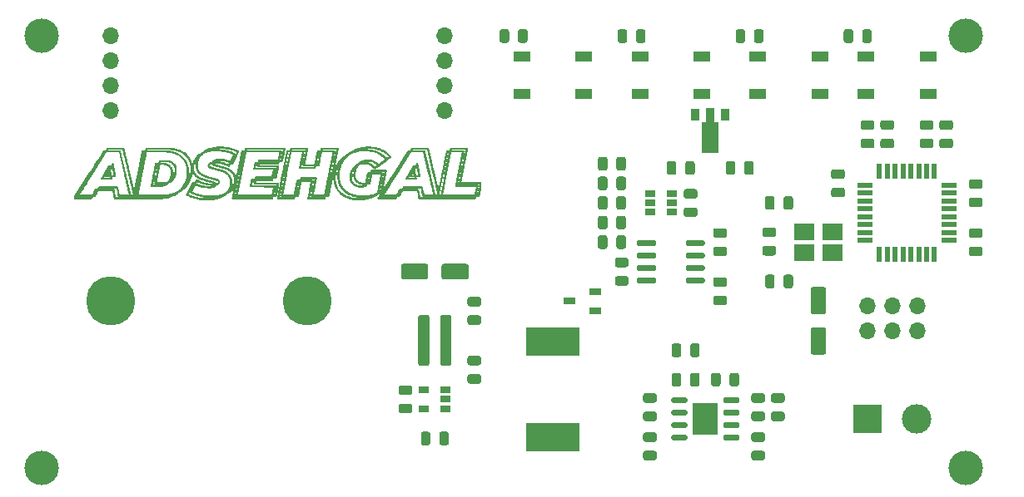
<source format=gbr>
%TF.GenerationSoftware,KiCad,Pcbnew,(5.99.0-2619-gb519867d9)*%
%TF.CreationDate,2020-08-09T22:36:06+05:30*%
%TF.ProjectId,Power_Supply,506f7765-725f-4537-9570-706c792e6b69,rev?*%
%TF.SameCoordinates,Original*%
%TF.FileFunction,Soldermask,Top*%
%TF.FilePolarity,Negative*%
%FSLAX46Y46*%
G04 Gerber Fmt 4.6, Leading zero omitted, Abs format (unit mm)*
G04 Created by KiCad (PCBNEW (5.99.0-2619-gb519867d9)) date 2020-08-09 22:36:06*
%MOMM*%
%LPD*%
G01*
G04 APERTURE LIST*
%ADD10R,2.514000X3.200000*%
%ADD11R,1.600000X0.550000*%
%ADD12R,0.550000X1.600000*%
%ADD13C,3.500000*%
%ADD14R,3.000000X3.000000*%
%ADD15C,3.000000*%
%ADD16R,2.100000X1.725000*%
%ADD17R,1.700000X1.000000*%
%ADD18C,5.000000*%
%ADD19R,5.400000X2.900000*%
%ADD20O,1.700000X1.700000*%
%ADD21R,1.060000X0.650000*%
%ADD22R,0.900000X1.300000*%
%ADD23R,1.220000X0.650000*%
G04 APERTURE END LIST*
%TO.C,G\u002A\u002A\u002A*%
G36*
X35440184Y-26620985D02*
G01*
X35475676Y-26619858D01*
X35519782Y-26619419D01*
X35534759Y-26619397D01*
X35649361Y-26619397D01*
X35666422Y-26533014D01*
X35674990Y-26491871D01*
X35683017Y-26459563D01*
X35691268Y-26434660D01*
X35700508Y-26415728D01*
X35711501Y-26401337D01*
X35725013Y-26390054D01*
X35741808Y-26380447D01*
X35749959Y-26376597D01*
X35773248Y-26366039D01*
X37737245Y-26365976D01*
X39701243Y-26365913D01*
X39727119Y-26378115D01*
X39751248Y-26391918D01*
X39768781Y-26408626D01*
X39782796Y-26431448D01*
X39787001Y-26440476D01*
X39794561Y-26462506D01*
X39795983Y-26482963D01*
X39795376Y-26489577D01*
X39793753Y-26499588D01*
X39790229Y-26518758D01*
X39784960Y-26546325D01*
X39778102Y-26581526D01*
X39769810Y-26623597D01*
X39760240Y-26671775D01*
X39749547Y-26725297D01*
X39737887Y-26783400D01*
X39725416Y-26845321D01*
X39712289Y-26910297D01*
X39698662Y-26977564D01*
X39684690Y-27046360D01*
X39670529Y-27115921D01*
X39656335Y-27185485D01*
X39642263Y-27254287D01*
X39628468Y-27321566D01*
X39615107Y-27386557D01*
X39602335Y-27448499D01*
X39590307Y-27506626D01*
X39579179Y-27560178D01*
X39569107Y-27608390D01*
X39560246Y-27650499D01*
X39552752Y-27685742D01*
X39546780Y-27713356D01*
X39542486Y-27732578D01*
X39540026Y-27742645D01*
X39539668Y-27743769D01*
X39527226Y-27764187D01*
X39508029Y-27783833D01*
X39485452Y-27799813D01*
X39463436Y-27809095D01*
X39450459Y-27810982D01*
X39428529Y-27812559D01*
X39399040Y-27813770D01*
X39363386Y-27814559D01*
X39322962Y-27814871D01*
X39318572Y-27814874D01*
X39284290Y-27814975D01*
X39253735Y-27815257D01*
X39228336Y-27815691D01*
X39209519Y-27816250D01*
X39198712Y-27816902D01*
X39196659Y-27817356D01*
X39195646Y-27822989D01*
X39192839Y-27837049D01*
X39188585Y-27857835D01*
X39183233Y-27883647D01*
X39178423Y-27906628D01*
X39169550Y-27946664D01*
X39161309Y-27977922D01*
X39152956Y-28001882D01*
X39143742Y-28020023D01*
X39132924Y-28033825D01*
X39119753Y-28044769D01*
X39104127Y-28053999D01*
X39076446Y-28068460D01*
X37179443Y-28068460D01*
X37176666Y-28080104D01*
X37174237Y-28092310D01*
X37171395Y-28109312D01*
X37170342Y-28116331D01*
X37166795Y-28140913D01*
X38113798Y-28140913D01*
X38231903Y-28140905D01*
X38340104Y-28140889D01*
X38438847Y-28140880D01*
X38528578Y-28140893D01*
X38609744Y-28140942D01*
X38682791Y-28141041D01*
X38748165Y-28141204D01*
X38806313Y-28141447D01*
X38857681Y-28141783D01*
X38902714Y-28142226D01*
X38941860Y-28142792D01*
X38975565Y-28143495D01*
X39004274Y-28144349D01*
X39028435Y-28145368D01*
X39048494Y-28146566D01*
X39064896Y-28147959D01*
X39078088Y-28149561D01*
X39088516Y-28151385D01*
X39096627Y-28153447D01*
X39102867Y-28155761D01*
X39107682Y-28158341D01*
X39111518Y-28161201D01*
X39114823Y-28164356D01*
X39118041Y-28167821D01*
X39121619Y-28171609D01*
X39123524Y-28173479D01*
X39143187Y-28197829D01*
X39155970Y-28225736D01*
X39160318Y-28252352D01*
X39159331Y-28260069D01*
X39156423Y-28277273D01*
X39151723Y-28303307D01*
X39145357Y-28337512D01*
X39137452Y-28379230D01*
X39128135Y-28427804D01*
X39117534Y-28482574D01*
X39105776Y-28542884D01*
X39092988Y-28608074D01*
X39079297Y-28677486D01*
X39064829Y-28750463D01*
X39049714Y-28826346D01*
X39041797Y-28865944D01*
X39022539Y-28962007D01*
X39005162Y-29048332D01*
X38989578Y-29125345D01*
X38975696Y-29193469D01*
X38963426Y-29253129D01*
X38952678Y-29304748D01*
X38943363Y-29348750D01*
X38935389Y-29385560D01*
X38928666Y-29415602D01*
X38923106Y-29439299D01*
X38918617Y-29457075D01*
X38915110Y-29469356D01*
X38912494Y-29476564D01*
X38911803Y-29477916D01*
X38900698Y-29492237D01*
X38885147Y-29507135D01*
X38876475Y-29513815D01*
X38852506Y-29530461D01*
X38714069Y-29532063D01*
X38677432Y-29532557D01*
X38644435Y-29533134D01*
X38616416Y-29533761D01*
X38594717Y-29534403D01*
X38580676Y-29535027D01*
X38575632Y-29535597D01*
X38575632Y-29535602D01*
X38574641Y-29541049D01*
X38571890Y-29554973D01*
X38567714Y-29575711D01*
X38562447Y-29601605D01*
X38557213Y-29627154D01*
X38548556Y-29667168D01*
X38540524Y-29698440D01*
X38532339Y-29722482D01*
X38523229Y-29740807D01*
X38512416Y-29754929D01*
X38499126Y-29766360D01*
X38482585Y-29776613D01*
X38479890Y-29778082D01*
X38459189Y-29789222D01*
X37644280Y-29791810D01*
X36829371Y-29794397D01*
X36817865Y-29853912D01*
X36813277Y-29878254D01*
X36809497Y-29899451D01*
X36806942Y-29915097D01*
X36806032Y-29922484D01*
X36806353Y-29923503D01*
X36807660Y-29924442D01*
X36810353Y-29925305D01*
X36814834Y-29926096D01*
X36821504Y-29926817D01*
X36830763Y-29927471D01*
X36843012Y-29928063D01*
X36858652Y-29928594D01*
X36878084Y-29929069D01*
X36901710Y-29929490D01*
X36929929Y-29929860D01*
X36963143Y-29930184D01*
X37001752Y-29930463D01*
X37046158Y-29930702D01*
X37096761Y-29930902D01*
X37153963Y-29931069D01*
X37218164Y-29931204D01*
X37289764Y-29931311D01*
X37369166Y-29931393D01*
X37456770Y-29931453D01*
X37552976Y-29931495D01*
X37658186Y-29931521D01*
X37772801Y-29931535D01*
X37897221Y-29931541D01*
X37944420Y-29931541D01*
X38073377Y-29931546D01*
X38192385Y-29931564D01*
X38301843Y-29931598D01*
X38402153Y-29931650D01*
X38493715Y-29931722D01*
X38576931Y-29931819D01*
X38652201Y-29931942D01*
X38719925Y-29932094D01*
X38780505Y-29932279D01*
X38834341Y-29932498D01*
X38881834Y-29932755D01*
X38923385Y-29933053D01*
X38959394Y-29933394D01*
X38990262Y-29933781D01*
X39016390Y-29934216D01*
X39038178Y-29934704D01*
X39056028Y-29935245D01*
X39070340Y-29935844D01*
X39081515Y-29936503D01*
X39089953Y-29937225D01*
X39096056Y-29938012D01*
X39100223Y-29938867D01*
X39102377Y-29939578D01*
X39130935Y-29956823D01*
X39152988Y-29981093D01*
X39167308Y-30010543D01*
X39172671Y-30043327D01*
X39172681Y-30045396D01*
X39171660Y-30053239D01*
X39168725Y-30070455D01*
X39164028Y-30096278D01*
X39157723Y-30129939D01*
X39149964Y-30170671D01*
X39140904Y-30217706D01*
X39130695Y-30270275D01*
X39119491Y-30327611D01*
X39107446Y-30388947D01*
X39094713Y-30453514D01*
X39081445Y-30520545D01*
X39067795Y-30589271D01*
X39053917Y-30658926D01*
X39039964Y-30728740D01*
X39026088Y-30797947D01*
X39012445Y-30865778D01*
X38999185Y-30931466D01*
X38986464Y-30994243D01*
X38974435Y-31053341D01*
X38963249Y-31107992D01*
X38953062Y-31157428D01*
X38944026Y-31200882D01*
X38936294Y-31237586D01*
X38930020Y-31266771D01*
X38925356Y-31287671D01*
X38922457Y-31299517D01*
X38922041Y-31300928D01*
X38911474Y-31321582D01*
X38894416Y-31342299D01*
X38874108Y-31359617D01*
X38859093Y-31368126D01*
X38850836Y-31371130D01*
X38840866Y-31373496D01*
X38827799Y-31375327D01*
X38810247Y-31376728D01*
X38786826Y-31377801D01*
X38756148Y-31378650D01*
X38716829Y-31379379D01*
X38706290Y-31379543D01*
X38666209Y-31380171D01*
X38635266Y-31380776D01*
X38612246Y-31381475D01*
X38595939Y-31382390D01*
X38585130Y-31383639D01*
X38578608Y-31385343D01*
X38575160Y-31387621D01*
X38573573Y-31390594D01*
X38573023Y-31392705D01*
X38571107Y-31401566D01*
X38567556Y-31418476D01*
X38562806Y-31441342D01*
X38557293Y-31468071D01*
X38554624Y-31481066D01*
X38548585Y-31509170D01*
X38542602Y-31534626D01*
X38537227Y-31555245D01*
X38533013Y-31568843D01*
X38531676Y-31572022D01*
X38519224Y-31589243D01*
X38501063Y-31606511D01*
X38480893Y-31620757D01*
X38463437Y-31628641D01*
X38457526Y-31629165D01*
X38443596Y-31629661D01*
X38421530Y-31630128D01*
X38391216Y-31630567D01*
X38352538Y-31630978D01*
X38305381Y-31631362D01*
X38249631Y-31631719D01*
X38185174Y-31632050D01*
X38111894Y-31632354D01*
X38029677Y-31632631D01*
X37938408Y-31632883D01*
X37837973Y-31633110D01*
X37728258Y-31633311D01*
X37609146Y-31633487D01*
X37480525Y-31633639D01*
X37342279Y-31633766D01*
X37194293Y-31633869D01*
X37036454Y-31633949D01*
X36868646Y-31634005D01*
X36690754Y-31634038D01*
X36502665Y-31634049D01*
X36438264Y-31634047D01*
X34432865Y-31633962D01*
X34409576Y-31623404D01*
X34379308Y-31604989D01*
X34357582Y-31580838D01*
X34344003Y-31550439D01*
X34340231Y-31533273D01*
X34340144Y-31527274D01*
X34341150Y-31516530D01*
X34343336Y-31500573D01*
X34346789Y-31478935D01*
X34351597Y-31451147D01*
X34357847Y-31416740D01*
X34361468Y-31397423D01*
X34595884Y-31397423D01*
X34596220Y-31398225D01*
X34597438Y-31398978D01*
X34599850Y-31399684D01*
X34603770Y-31400345D01*
X34609510Y-31400961D01*
X34617385Y-31401535D01*
X34627706Y-31402068D01*
X34640788Y-31402561D01*
X34656942Y-31403016D01*
X34676483Y-31403434D01*
X34699724Y-31403818D01*
X34726978Y-31404168D01*
X34758557Y-31404486D01*
X34794775Y-31404774D01*
X34835945Y-31405033D01*
X34882381Y-31405264D01*
X34934395Y-31405470D01*
X34992300Y-31405651D01*
X35056410Y-31405810D01*
X35127037Y-31405947D01*
X35204496Y-31406064D01*
X35289099Y-31406163D01*
X35381158Y-31406245D01*
X35480988Y-31406312D01*
X35588902Y-31406365D01*
X35705212Y-31406406D01*
X35830232Y-31406436D01*
X35964274Y-31406457D01*
X36107653Y-31406470D01*
X36260680Y-31406477D01*
X36423670Y-31406480D01*
X38332652Y-31406480D01*
X38337699Y-31393205D01*
X38341416Y-31382698D01*
X38342747Y-31377679D01*
X38337634Y-31377507D01*
X38322546Y-31377338D01*
X38297859Y-31377172D01*
X38263947Y-31377010D01*
X38221186Y-31376852D01*
X38169951Y-31376699D01*
X38110618Y-31376551D01*
X38043562Y-31376409D01*
X37969158Y-31376274D01*
X37887782Y-31376145D01*
X37799808Y-31376023D01*
X37705613Y-31375910D01*
X37605572Y-31375804D01*
X37500060Y-31375707D01*
X37389452Y-31375620D01*
X37274124Y-31375543D01*
X37154451Y-31375475D01*
X37030809Y-31375419D01*
X36903572Y-31375374D01*
X36773116Y-31375341D01*
X36639817Y-31375320D01*
X36579289Y-31375315D01*
X36418943Y-31375304D01*
X36268619Y-31375292D01*
X36127990Y-31375277D01*
X35996727Y-31375256D01*
X35874503Y-31375228D01*
X35760989Y-31375191D01*
X35655858Y-31375143D01*
X35558781Y-31375082D01*
X35469431Y-31375006D01*
X35387479Y-31374913D01*
X35312598Y-31374801D01*
X35244459Y-31374668D01*
X35182735Y-31374513D01*
X35127098Y-31374332D01*
X35077219Y-31374125D01*
X35032770Y-31373889D01*
X34993424Y-31373623D01*
X34958853Y-31373324D01*
X34928728Y-31372990D01*
X34902722Y-31372620D01*
X34880507Y-31372212D01*
X34861754Y-31371763D01*
X34846136Y-31371272D01*
X34833324Y-31370736D01*
X34822991Y-31370154D01*
X34814809Y-31369524D01*
X34808449Y-31368844D01*
X34803584Y-31368112D01*
X34799886Y-31367326D01*
X34797027Y-31366484D01*
X34794678Y-31365583D01*
X34792636Y-31364680D01*
X34776627Y-31356544D01*
X34763287Y-31348287D01*
X34759557Y-31345386D01*
X34748449Y-31331324D01*
X34737919Y-31311086D01*
X34729701Y-31288780D01*
X34725525Y-31268515D01*
X34725315Y-31264146D01*
X34726318Y-31257711D01*
X34729289Y-31241459D01*
X34734164Y-31215719D01*
X34740875Y-31180822D01*
X34748553Y-31141249D01*
X34979104Y-31141249D01*
X34980880Y-31141868D01*
X34986446Y-31142448D01*
X34996083Y-31142992D01*
X35010073Y-31143499D01*
X35028699Y-31143971D01*
X35052242Y-31144409D01*
X35080984Y-31144815D01*
X35115206Y-31145188D01*
X35155192Y-31145531D01*
X35201222Y-31145845D01*
X35253579Y-31146129D01*
X35312545Y-31146387D01*
X35378400Y-31146617D01*
X35451428Y-31146823D01*
X35531910Y-31147004D01*
X35620128Y-31147162D01*
X35716363Y-31147298D01*
X35820899Y-31147413D01*
X35934015Y-31147507D01*
X36055996Y-31147583D01*
X36187122Y-31147641D01*
X36327674Y-31147682D01*
X36477937Y-31147707D01*
X36638190Y-31147718D01*
X36684087Y-31147719D01*
X36816279Y-31147709D01*
X36945789Y-31147681D01*
X37072236Y-31147635D01*
X37195237Y-31147571D01*
X37314412Y-31147491D01*
X37429378Y-31147396D01*
X37539753Y-31147285D01*
X37645157Y-31147160D01*
X37745207Y-31147021D01*
X37839521Y-31146869D01*
X37927719Y-31146705D01*
X38009418Y-31146530D01*
X38084236Y-31146344D01*
X38151792Y-31146148D01*
X38211704Y-31145942D01*
X38263591Y-31145728D01*
X38307070Y-31145505D01*
X38341760Y-31145276D01*
X38367280Y-31145040D01*
X38383248Y-31144798D01*
X38389281Y-31144551D01*
X38389324Y-31144529D01*
X38390325Y-31139053D01*
X38393221Y-31124252D01*
X38397847Y-31100944D01*
X38404039Y-31069946D01*
X38411632Y-31032076D01*
X38420462Y-30988154D01*
X38430366Y-30938996D01*
X38441178Y-30885422D01*
X38452735Y-30828248D01*
X38461781Y-30783557D01*
X38473790Y-30724204D01*
X38485177Y-30667821D01*
X38495778Y-30615230D01*
X38505429Y-30567249D01*
X38513964Y-30524699D01*
X38521220Y-30488400D01*
X38527033Y-30459172D01*
X38531238Y-30437835D01*
X38533671Y-30425208D01*
X38534234Y-30421950D01*
X38529136Y-30421582D01*
X38514155Y-30421212D01*
X38489757Y-30420841D01*
X38456409Y-30420473D01*
X38414578Y-30420108D01*
X38364731Y-30419749D01*
X38307334Y-30419398D01*
X38242856Y-30419058D01*
X38171761Y-30418730D01*
X38094519Y-30418416D01*
X38011594Y-30418120D01*
X37923454Y-30417842D01*
X37830567Y-30417585D01*
X37733398Y-30417350D01*
X37632415Y-30417141D01*
X37528084Y-30416960D01*
X37420873Y-30416807D01*
X37394387Y-30416775D01*
X37266225Y-30416620D01*
X37148004Y-30416470D01*
X37039317Y-30416319D01*
X36939753Y-30416165D01*
X36848905Y-30416004D01*
X36766363Y-30415831D01*
X36691718Y-30415644D01*
X36624563Y-30415438D01*
X36564487Y-30415210D01*
X36511082Y-30414956D01*
X36463939Y-30414672D01*
X36422650Y-30414354D01*
X36386806Y-30414000D01*
X36355997Y-30413604D01*
X36329815Y-30413163D01*
X36307851Y-30412674D01*
X36289697Y-30412132D01*
X36274943Y-30411534D01*
X36263181Y-30410876D01*
X36254002Y-30410155D01*
X36246997Y-30409367D01*
X36241757Y-30408507D01*
X36237873Y-30407572D01*
X36234937Y-30406559D01*
X36233913Y-30406121D01*
X36204654Y-30387615D01*
X36182966Y-30362262D01*
X36169460Y-30330875D01*
X36166403Y-30316276D01*
X36166860Y-30307750D01*
X36169201Y-30290142D01*
X36173223Y-30264506D01*
X36178720Y-30231899D01*
X36185491Y-30193374D01*
X36188630Y-30176002D01*
X36419572Y-30176002D01*
X36419646Y-30177012D01*
X36420756Y-30177944D01*
X36423301Y-30178803D01*
X36427681Y-30179593D01*
X36434294Y-30180316D01*
X36443539Y-30180976D01*
X36455815Y-30181578D01*
X36471522Y-30182124D01*
X36491059Y-30182619D01*
X36514825Y-30183065D01*
X36543218Y-30183467D01*
X36576638Y-30183829D01*
X36615485Y-30184153D01*
X36660157Y-30184443D01*
X36711053Y-30184704D01*
X36768572Y-30184938D01*
X36833113Y-30185150D01*
X36905077Y-30185342D01*
X36984861Y-30185519D01*
X37072864Y-30185684D01*
X37169487Y-30185841D01*
X37275127Y-30185994D01*
X37390185Y-30186145D01*
X37515058Y-30186299D01*
X37559667Y-30186353D01*
X38702425Y-30187714D01*
X38723126Y-30198885D01*
X38752274Y-30219713D01*
X38773145Y-30245828D01*
X38785095Y-30276213D01*
X38787816Y-30300916D01*
X38786805Y-30309500D01*
X38783875Y-30327413D01*
X38779182Y-30353842D01*
X38772882Y-30387975D01*
X38765129Y-30428999D01*
X38756078Y-30476102D01*
X38745886Y-30528471D01*
X38734708Y-30585296D01*
X38722699Y-30645762D01*
X38710013Y-30709058D01*
X38705012Y-30733862D01*
X38692179Y-30797426D01*
X38679954Y-30858020D01*
X38668491Y-30914886D01*
X38657942Y-30967262D01*
X38648460Y-31014389D01*
X38640198Y-31055506D01*
X38633309Y-31089853D01*
X38627945Y-31116670D01*
X38624260Y-31135197D01*
X38622405Y-31144673D01*
X38622209Y-31145780D01*
X38627009Y-31146613D01*
X38639912Y-31147267D01*
X38658669Y-31147652D01*
X38671373Y-31147719D01*
X38692500Y-31147465D01*
X38709079Y-31146784D01*
X38718863Y-31145795D01*
X38720538Y-31145124D01*
X38721540Y-31139792D01*
X38724454Y-31125012D01*
X38729138Y-31101484D01*
X38735453Y-31069905D01*
X38743258Y-31030973D01*
X38752414Y-30985387D01*
X38762779Y-30933845D01*
X38774214Y-30877044D01*
X38786578Y-30815683D01*
X38799732Y-30750460D01*
X38813534Y-30682074D01*
X38818867Y-30655665D01*
X38832884Y-30586214D01*
X38846304Y-30519625D01*
X38858987Y-30456599D01*
X38870792Y-30397840D01*
X38881579Y-30344050D01*
X38891208Y-30295930D01*
X38899537Y-30254184D01*
X38906427Y-30219513D01*
X38911738Y-30192619D01*
X38915327Y-30174206D01*
X38917056Y-30164974D01*
X38917196Y-30164025D01*
X38912069Y-30163497D01*
X38896882Y-30162993D01*
X38871924Y-30162516D01*
X38837484Y-30162066D01*
X38793854Y-30161645D01*
X38741322Y-30161254D01*
X38680178Y-30160894D01*
X38610712Y-30160566D01*
X38533215Y-30160271D01*
X38447975Y-30160012D01*
X38355283Y-30159788D01*
X38255428Y-30159601D01*
X38148700Y-30159453D01*
X38035389Y-30159345D01*
X37915785Y-30159277D01*
X37790177Y-30159251D01*
X36636955Y-30159251D01*
X36609467Y-30145553D01*
X36583008Y-30127016D01*
X36562983Y-30101947D01*
X36551075Y-30072628D01*
X36549449Y-30064131D01*
X36549196Y-30051411D01*
X36551124Y-30030931D01*
X36555316Y-30002106D01*
X36561855Y-29964354D01*
X36569933Y-29921666D01*
X36576552Y-29887499D01*
X36582453Y-29856698D01*
X36587363Y-29830722D01*
X36591006Y-29811033D01*
X36593110Y-29799089D01*
X36593521Y-29796167D01*
X36588723Y-29794285D01*
X36575838Y-29792812D01*
X36557124Y-29791950D01*
X36544917Y-29791810D01*
X36522193Y-29791959D01*
X36507754Y-29792717D01*
X36499536Y-29794552D01*
X36495476Y-29797930D01*
X36493508Y-29803320D01*
X36493475Y-29803454D01*
X36491843Y-29811156D01*
X36488491Y-29827759D01*
X36483670Y-29852004D01*
X36477627Y-29882630D01*
X36470612Y-29918378D01*
X36462874Y-29957987D01*
X36456436Y-29991056D01*
X36448321Y-30032676D01*
X36440740Y-30071301D01*
X36433941Y-30105695D01*
X36428169Y-30134621D01*
X36423671Y-30156843D01*
X36420693Y-30171126D01*
X36419572Y-30176002D01*
X36188630Y-30176002D01*
X36193331Y-30149989D01*
X36202036Y-30102798D01*
X36211403Y-30052856D01*
X36221228Y-30001218D01*
X36231307Y-29948940D01*
X36241436Y-29897078D01*
X36251412Y-29846686D01*
X36261032Y-29798819D01*
X36270090Y-29754534D01*
X36278385Y-29714885D01*
X36285711Y-29680927D01*
X36291865Y-29653717D01*
X36296644Y-29634308D01*
X36299844Y-29623757D01*
X36300268Y-29622819D01*
X36315586Y-29601851D01*
X36337727Y-29582338D01*
X36355460Y-29571244D01*
X36362159Y-29568260D01*
X36370544Y-29565890D01*
X36381940Y-29564025D01*
X36397671Y-29562560D01*
X36419064Y-29561389D01*
X36447443Y-29560404D01*
X36484133Y-29559500D01*
X36507813Y-29559009D01*
X36512033Y-29558925D01*
X36874418Y-29558925D01*
X38336365Y-29558925D01*
X38341311Y-29533049D01*
X36879365Y-29533049D01*
X36876891Y-29545987D01*
X36874418Y-29558925D01*
X36512033Y-29558925D01*
X36642053Y-29556337D01*
X36660527Y-29465265D01*
X36669017Y-29425483D01*
X36676865Y-29394484D01*
X36684819Y-29370790D01*
X36693624Y-29352928D01*
X36704029Y-29339421D01*
X36716780Y-29328794D01*
X36732624Y-29319573D01*
X36734853Y-29318448D01*
X36761160Y-29305339D01*
X38386816Y-29305339D01*
X38454558Y-28966362D01*
X38522300Y-28627384D01*
X37574696Y-28627384D01*
X37451305Y-28627357D01*
X37335434Y-28627274D01*
X37227296Y-28627139D01*
X37127109Y-28626951D01*
X37035087Y-28626711D01*
X36951447Y-28626422D01*
X36876404Y-28626083D01*
X36810173Y-28625697D01*
X36752971Y-28625264D01*
X36705013Y-28624786D01*
X36666514Y-28624263D01*
X36637691Y-28623696D01*
X36618759Y-28623088D01*
X36609933Y-28622438D01*
X36609538Y-28622350D01*
X36580632Y-28609065D01*
X36556236Y-28588147D01*
X36538260Y-28561747D01*
X36528618Y-28532010D01*
X36528510Y-28531313D01*
X36528232Y-28523928D01*
X36529082Y-28512067D01*
X36531174Y-28495064D01*
X36534623Y-28472253D01*
X36539542Y-28442969D01*
X36546045Y-28406548D01*
X36548998Y-28390618D01*
X36780940Y-28390618D01*
X36781019Y-28391726D01*
X36782139Y-28392741D01*
X36784738Y-28393666D01*
X36789252Y-28394505D01*
X36796119Y-28395263D01*
X36805774Y-28395943D01*
X36818656Y-28396551D01*
X36835201Y-28397090D01*
X36855846Y-28397565D01*
X36881029Y-28397980D01*
X36911185Y-28398338D01*
X36946752Y-28398644D01*
X36988168Y-28398903D01*
X37035868Y-28399119D01*
X37090290Y-28399295D01*
X37151871Y-28399436D01*
X37221047Y-28399546D01*
X37298257Y-28399630D01*
X37383936Y-28399692D01*
X37478522Y-28399735D01*
X37582451Y-28399764D01*
X37696161Y-28399784D01*
X37732760Y-28399788D01*
X37849537Y-28399805D01*
X37956413Y-28399830D01*
X38053837Y-28399867D01*
X38142257Y-28399920D01*
X38222124Y-28399995D01*
X38293887Y-28400095D01*
X38357994Y-28400225D01*
X38414894Y-28400389D01*
X38465038Y-28400592D01*
X38508874Y-28400839D01*
X38546852Y-28401133D01*
X38579419Y-28401480D01*
X38607027Y-28401883D01*
X38630123Y-28402347D01*
X38649158Y-28402877D01*
X38664579Y-28403477D01*
X38676838Y-28404151D01*
X38686381Y-28404904D01*
X38693660Y-28405740D01*
X38699122Y-28406664D01*
X38703218Y-28407680D01*
X38706395Y-28408793D01*
X38707889Y-28409436D01*
X38732618Y-28425712D01*
X38753683Y-28449043D01*
X38768468Y-28476184D01*
X38772568Y-28489621D01*
X38773577Y-28494943D01*
X38774189Y-28500891D01*
X38774280Y-28508177D01*
X38773726Y-28517515D01*
X38772405Y-28529618D01*
X38770192Y-28545200D01*
X38766965Y-28564974D01*
X38762599Y-28589653D01*
X38756971Y-28619951D01*
X38749958Y-28656580D01*
X38741436Y-28700256D01*
X38731282Y-28751689D01*
X38719373Y-28811595D01*
X38705584Y-28880686D01*
X38700335Y-28906952D01*
X38687931Y-28969051D01*
X38676134Y-29028203D01*
X38665100Y-29083626D01*
X38654983Y-29134534D01*
X38645939Y-29180144D01*
X38638123Y-29219671D01*
X38631690Y-29252332D01*
X38626796Y-29277342D01*
X38623595Y-29293918D01*
X38622244Y-29301275D01*
X38622209Y-29301563D01*
X38627006Y-29303197D01*
X38639886Y-29304475D01*
X38658585Y-29305220D01*
X38670602Y-29305339D01*
X38718996Y-29305339D01*
X38905270Y-28373933D01*
X37952523Y-28372572D01*
X37835751Y-28372402D01*
X37728880Y-28372235D01*
X37631463Y-28372068D01*
X37543050Y-28371896D01*
X37463193Y-28371712D01*
X37391442Y-28371514D01*
X37327350Y-28371294D01*
X37270467Y-28371050D01*
X37220346Y-28370775D01*
X37176536Y-28370465D01*
X37138590Y-28370115D01*
X37106058Y-28369720D01*
X37078493Y-28369275D01*
X37055445Y-28368775D01*
X37036466Y-28368215D01*
X37021106Y-28367591D01*
X37008918Y-28366897D01*
X36999453Y-28366129D01*
X36992261Y-28365281D01*
X36986895Y-28364349D01*
X36982904Y-28363327D01*
X36979842Y-28362212D01*
X36979146Y-28361907D01*
X36954511Y-28347742D01*
X36936199Y-28329207D01*
X36921513Y-28303933D01*
X36915753Y-28290777D01*
X36912004Y-28278696D01*
X36910305Y-28265801D01*
X36910691Y-28250202D01*
X36913200Y-28230010D01*
X36917869Y-28203336D01*
X36924097Y-28171478D01*
X36929602Y-28143794D01*
X36934553Y-28118694D01*
X36938508Y-28098431D01*
X36941025Y-28085256D01*
X36941492Y-28082692D01*
X36944001Y-28068460D01*
X36843958Y-28068460D01*
X36813608Y-28225011D01*
X36805982Y-28264257D01*
X36798908Y-28300490D01*
X36792646Y-28332386D01*
X36787457Y-28358624D01*
X36783603Y-28377882D01*
X36781343Y-28388838D01*
X36780940Y-28390618D01*
X36548998Y-28390618D01*
X36554245Y-28362324D01*
X36564257Y-28309631D01*
X36576194Y-28247805D01*
X36583018Y-28212760D01*
X36593692Y-28158435D01*
X36603962Y-28106875D01*
X36613631Y-28059024D01*
X36622501Y-28015829D01*
X36630375Y-27978235D01*
X36637054Y-27947187D01*
X36642342Y-27923630D01*
X36646040Y-27908511D01*
X36647758Y-27903052D01*
X36663730Y-27880936D01*
X36686104Y-27861356D01*
X36704788Y-27850474D01*
X36712215Y-27847517D01*
X36720925Y-27845234D01*
X36732292Y-27843540D01*
X36747693Y-27842346D01*
X36768502Y-27841568D01*
X36796094Y-27841117D01*
X36831845Y-27840909D01*
X36857483Y-27840864D01*
X36989476Y-27840750D01*
X37224211Y-27840750D01*
X38957392Y-27840750D01*
X38959943Y-27827404D01*
X38959904Y-27816692D01*
X38956665Y-27811844D01*
X38950938Y-27811611D01*
X38935402Y-27811401D01*
X38910600Y-27811213D01*
X38877073Y-27811049D01*
X38835362Y-27810910D01*
X38786010Y-27810795D01*
X38729559Y-27810705D01*
X38666549Y-27810641D01*
X38597524Y-27810603D01*
X38523025Y-27810592D01*
X38443593Y-27810609D01*
X38359771Y-27810653D01*
X38272100Y-27810727D01*
X38181123Y-27810829D01*
X38089161Y-27810958D01*
X37227486Y-27812287D01*
X37225848Y-27826518D01*
X37224211Y-27840750D01*
X36989476Y-27840750D01*
X37008454Y-27746776D01*
X37016916Y-27706803D01*
X37024671Y-27675611D01*
X37032451Y-27651731D01*
X37040986Y-27633693D01*
X37051005Y-27620028D01*
X37063239Y-27609266D01*
X37078418Y-27599938D01*
X37082487Y-27597798D01*
X37108177Y-27584577D01*
X38059263Y-27583202D01*
X38157659Y-27583052D01*
X38253243Y-27582891D01*
X38345504Y-27582722D01*
X38433932Y-27582544D01*
X38518016Y-27582360D01*
X38597244Y-27582172D01*
X38671106Y-27581980D01*
X38739090Y-27581787D01*
X38800685Y-27581593D01*
X38855379Y-27581401D01*
X38902663Y-27581211D01*
X38942025Y-27581026D01*
X38972954Y-27580847D01*
X38994938Y-27580675D01*
X39007466Y-27580512D01*
X39010350Y-27580396D01*
X39011349Y-27575217D01*
X39014237Y-27560705D01*
X39018849Y-27537672D01*
X39025024Y-27506931D01*
X39032596Y-27469293D01*
X39041403Y-27425571D01*
X39051282Y-27376576D01*
X39062068Y-27323121D01*
X39073599Y-27266018D01*
X39082804Y-27220461D01*
X39094804Y-27161012D01*
X39106184Y-27104510D01*
X39116779Y-27051776D01*
X39126426Y-27003632D01*
X39134959Y-26960901D01*
X39142215Y-26924405D01*
X39148031Y-26894967D01*
X39152242Y-26873408D01*
X39154684Y-26860552D01*
X39155257Y-26857112D01*
X39150115Y-26856654D01*
X39134823Y-26856225D01*
X39109582Y-26855823D01*
X39074591Y-26855450D01*
X39030052Y-26855105D01*
X38976165Y-26854790D01*
X38913130Y-26854505D01*
X38841147Y-26854249D01*
X38760418Y-26854025D01*
X38671142Y-26853831D01*
X38573520Y-26853669D01*
X38467753Y-26853538D01*
X38354040Y-26853440D01*
X38232583Y-26853374D01*
X38103581Y-26853342D01*
X37967235Y-26853343D01*
X37823747Y-26853378D01*
X37673315Y-26853448D01*
X37516140Y-26853552D01*
X37495561Y-26853568D01*
X35835866Y-26854870D01*
X35407612Y-28994825D01*
X35378223Y-29141691D01*
X35349351Y-29285998D01*
X35321062Y-29427415D01*
X35293423Y-29565610D01*
X35266499Y-29700249D01*
X35240357Y-29831002D01*
X35215063Y-29957535D01*
X35190685Y-30079517D01*
X35167287Y-30196615D01*
X35144936Y-30308498D01*
X35123699Y-30414834D01*
X35103642Y-30515289D01*
X35084831Y-30609532D01*
X35067332Y-30697230D01*
X35051212Y-30778053D01*
X35036538Y-30851666D01*
X35023375Y-30917739D01*
X35011789Y-30975939D01*
X35001848Y-31025934D01*
X34993617Y-31067391D01*
X34987163Y-31099979D01*
X34982552Y-31123365D01*
X34979850Y-31137218D01*
X34979104Y-31141249D01*
X34748553Y-31141249D01*
X34749359Y-31137100D01*
X34759549Y-31084883D01*
X34771380Y-31024501D01*
X34784787Y-30956286D01*
X34799703Y-30880568D01*
X34816064Y-30797677D01*
X34833804Y-30707946D01*
X34852857Y-30611703D01*
X34873158Y-30509281D01*
X34894642Y-30401009D01*
X34917242Y-30287219D01*
X34940893Y-30168241D01*
X34965530Y-30044405D01*
X34991088Y-29916044D01*
X35017500Y-29783486D01*
X35044702Y-29647063D01*
X35072627Y-29507107D01*
X35101210Y-29363946D01*
X35130386Y-29217913D01*
X35160089Y-29069338D01*
X35164385Y-29047857D01*
X35603505Y-26852282D01*
X35503099Y-26852282D01*
X35049491Y-29120324D01*
X35019244Y-29271579D01*
X34989513Y-29420295D01*
X34960362Y-29566147D01*
X34931856Y-29708813D01*
X34904059Y-29847970D01*
X34877034Y-29983295D01*
X34850848Y-30114465D01*
X34825563Y-30241156D01*
X34801245Y-30363047D01*
X34777957Y-30479812D01*
X34755765Y-30591130D01*
X34734731Y-30696678D01*
X34714922Y-30796132D01*
X34696401Y-30889169D01*
X34679232Y-30975466D01*
X34663480Y-31054701D01*
X34649209Y-31126549D01*
X34636484Y-31190689D01*
X34625368Y-31246796D01*
X34615927Y-31294549D01*
X34608225Y-31333623D01*
X34602325Y-31363696D01*
X34598293Y-31384444D01*
X34596193Y-31395545D01*
X34595884Y-31397423D01*
X34361468Y-31397423D01*
X34365626Y-31375246D01*
X34375021Y-31326197D01*
X34386119Y-31269125D01*
X34399009Y-31203560D01*
X34413776Y-31129034D01*
X34430509Y-31045079D01*
X34439798Y-30998626D01*
X34454016Y-30927455D01*
X34467579Y-30859285D01*
X34480359Y-30794783D01*
X34492224Y-30734618D01*
X34503046Y-30679455D01*
X34512694Y-30629964D01*
X34521039Y-30586811D01*
X34527951Y-30550663D01*
X34533300Y-30522190D01*
X34536956Y-30502057D01*
X34538790Y-30490933D01*
X34538917Y-30488866D01*
X34534690Y-30494647D01*
X34526072Y-30507154D01*
X34514368Y-30524473D01*
X34502525Y-30542217D01*
X34442961Y-30624963D01*
X34374689Y-30707395D01*
X34299275Y-30787952D01*
X34218286Y-30865069D01*
X34133289Y-30937187D01*
X34045850Y-31002741D01*
X34029197Y-31014252D01*
X33993170Y-31038131D01*
X33953681Y-31063138D01*
X33913359Y-31087689D01*
X33874832Y-31110198D01*
X33840730Y-31129082D01*
X33825695Y-31136904D01*
X33805944Y-31148365D01*
X33783375Y-31163674D01*
X33762726Y-31179610D01*
X33761890Y-31180314D01*
X33701318Y-31228644D01*
X33633380Y-31277721D01*
X33560746Y-31325751D01*
X33486085Y-31370945D01*
X33437472Y-31398091D01*
X33299047Y-31467001D01*
X33153726Y-31528277D01*
X33001629Y-31581892D01*
X32842877Y-31627820D01*
X32677591Y-31666035D01*
X32505891Y-31696511D01*
X32327898Y-31719222D01*
X32143733Y-31734142D01*
X31953515Y-31741244D01*
X31845253Y-31741803D01*
X31803522Y-31741514D01*
X31763400Y-31741163D01*
X31726534Y-31740769D01*
X31694573Y-31740354D01*
X31669165Y-31739937D01*
X31651957Y-31739537D01*
X31648594Y-31739422D01*
X31473913Y-31729584D01*
X31300352Y-31713919D01*
X31128720Y-31692622D01*
X30959822Y-31665885D01*
X30794467Y-31633905D01*
X30633462Y-31596873D01*
X30477615Y-31554985D01*
X30327732Y-31508435D01*
X30184622Y-31457416D01*
X30049091Y-31402122D01*
X29921947Y-31342748D01*
X29856324Y-31308661D01*
X29815537Y-31286463D01*
X29782875Y-31268155D01*
X29757234Y-31252943D01*
X29737509Y-31240032D01*
X29722594Y-31228627D01*
X29711386Y-31217936D01*
X29702780Y-31207163D01*
X29695671Y-31195514D01*
X29693654Y-31191708D01*
X29683952Y-31163505D01*
X29683291Y-31133212D01*
X29691746Y-31099864D01*
X29692770Y-31097538D01*
X29955223Y-31097538D01*
X29961524Y-31103590D01*
X29976353Y-31112865D01*
X29998584Y-31124858D01*
X30027088Y-31139061D01*
X30060739Y-31154967D01*
X30098410Y-31172071D01*
X30138973Y-31189865D01*
X30181303Y-31207843D01*
X30224271Y-31225498D01*
X30266751Y-31242325D01*
X30307616Y-31257815D01*
X30329356Y-31265711D01*
X30503485Y-31323146D01*
X30682573Y-31372954D01*
X30867018Y-31415206D01*
X31057219Y-31449973D01*
X31253576Y-31477326D01*
X31456488Y-31497335D01*
X31666354Y-31510071D01*
X31718460Y-31512076D01*
X31746863Y-31512673D01*
X31783633Y-31512873D01*
X31826792Y-31512712D01*
X31874366Y-31512226D01*
X31924379Y-31511451D01*
X31974854Y-31510421D01*
X32023816Y-31509174D01*
X32069291Y-31507744D01*
X32109300Y-31506167D01*
X32141870Y-31504478D01*
X32143014Y-31504408D01*
X32177744Y-31502060D01*
X32214530Y-31499268D01*
X32249670Y-31496331D01*
X32279466Y-31493550D01*
X32287920Y-31492671D01*
X32302720Y-31491046D01*
X32313624Y-31489701D01*
X32319960Y-31488588D01*
X32321057Y-31487660D01*
X32316244Y-31486869D01*
X32304849Y-31486167D01*
X32286201Y-31485506D01*
X32259629Y-31484840D01*
X32224460Y-31484119D01*
X32180025Y-31483297D01*
X32148003Y-31482724D01*
X32066647Y-31480955D01*
X31993142Y-31478620D01*
X31924997Y-31475575D01*
X31859721Y-31471679D01*
X31794824Y-31466786D01*
X31727815Y-31460753D01*
X31675875Y-31455521D01*
X31500876Y-31433863D01*
X31326827Y-31405726D01*
X31155049Y-31371433D01*
X30986866Y-31331311D01*
X30823599Y-31285683D01*
X30666570Y-31234875D01*
X30517103Y-31179213D01*
X30465044Y-31157898D01*
X30424747Y-31140415D01*
X30381989Y-31120861D01*
X30338055Y-31099912D01*
X30294232Y-31078240D01*
X30251805Y-31056520D01*
X30212062Y-31035424D01*
X30176288Y-31015626D01*
X30145770Y-30997801D01*
X30121793Y-30982621D01*
X30105644Y-30970760D01*
X30102735Y-30968158D01*
X30083890Y-30943291D01*
X30071320Y-30911474D01*
X30068377Y-30897925D01*
X30064586Y-30876019D01*
X30008700Y-30983683D01*
X29992986Y-31014401D01*
X29979186Y-31042234D01*
X29967938Y-31065822D01*
X29959881Y-31083807D01*
X29955653Y-31094828D01*
X29955223Y-31097538D01*
X29692770Y-31097538D01*
X29702581Y-31075265D01*
X29712964Y-31054868D01*
X29727234Y-31027117D01*
X29745044Y-30992676D01*
X29766045Y-30952210D01*
X29789887Y-30906382D01*
X29816222Y-30855856D01*
X29824219Y-30840535D01*
X30336675Y-30840535D01*
X30341183Y-30844543D01*
X30353807Y-30852078D01*
X30373194Y-30862486D01*
X30397989Y-30875112D01*
X30426840Y-30889303D01*
X30458395Y-30904403D01*
X30491299Y-30919760D01*
X30524200Y-30934717D01*
X30555744Y-30948623D01*
X30584580Y-30960821D01*
X30590261Y-30963144D01*
X30643367Y-30983838D01*
X30703660Y-31005851D01*
X30768237Y-31028191D01*
X30834196Y-31049871D01*
X30898634Y-31069900D01*
X30934413Y-31080441D01*
X31107878Y-31126574D01*
X31283054Y-31165495D01*
X31461272Y-31197415D01*
X31643860Y-31222546D01*
X31832147Y-31241099D01*
X32021210Y-31252996D01*
X32054446Y-31254138D01*
X32095872Y-31254922D01*
X32143598Y-31255362D01*
X32195735Y-31255476D01*
X32250393Y-31255278D01*
X32305685Y-31254785D01*
X32359719Y-31254012D01*
X32410608Y-31252976D01*
X32456462Y-31251693D01*
X32495391Y-31250178D01*
X32520619Y-31248787D01*
X32686089Y-31234769D01*
X32843206Y-31215184D01*
X32992410Y-31189930D01*
X33134141Y-31158904D01*
X33268838Y-31122003D01*
X33396939Y-31079124D01*
X33518883Y-31030165D01*
X33586942Y-30998952D01*
X33672559Y-30957806D01*
X33736456Y-30896212D01*
X33787458Y-30845117D01*
X33832183Y-30795783D01*
X33873381Y-30744915D01*
X33913806Y-30689216D01*
X33933342Y-30660400D01*
X33993292Y-30561582D01*
X34045003Y-30458027D01*
X34087726Y-30351368D01*
X34115466Y-30262962D01*
X34135917Y-30177197D01*
X34151823Y-30086514D01*
X34162889Y-29993806D01*
X34168819Y-29901961D01*
X34169320Y-29813869D01*
X34166652Y-29760758D01*
X34156275Y-29665581D01*
X34139721Y-29577990D01*
X34116470Y-29496907D01*
X34086005Y-29421250D01*
X34047807Y-29349942D01*
X34001358Y-29281901D01*
X33946138Y-29216049D01*
X33881630Y-29151306D01*
X33867941Y-29138733D01*
X33826150Y-29102235D01*
X33783469Y-29067877D01*
X33739295Y-29035412D01*
X33693026Y-29004593D01*
X33644058Y-28975172D01*
X33591788Y-28946903D01*
X33535613Y-28919538D01*
X33474930Y-28892829D01*
X33409137Y-28866531D01*
X33337630Y-28840395D01*
X33259806Y-28814175D01*
X33175063Y-28787622D01*
X33082797Y-28760491D01*
X32982405Y-28732533D01*
X32873284Y-28703502D01*
X32754831Y-28673150D01*
X32696886Y-28658637D01*
X32618811Y-28639095D01*
X32549822Y-28621560D01*
X32488913Y-28605744D01*
X32435080Y-28591358D01*
X32387315Y-28578113D01*
X32344615Y-28565719D01*
X32305971Y-28553888D01*
X32270380Y-28542329D01*
X32236834Y-28530754D01*
X32204329Y-28518874D01*
X32184506Y-28511325D01*
X32114495Y-28480894D01*
X32054296Y-28447409D01*
X32003792Y-28410734D01*
X31962864Y-28370735D01*
X31931394Y-28327277D01*
X31909265Y-28280225D01*
X31896359Y-28229444D01*
X31892535Y-28177140D01*
X31892976Y-28172282D01*
X32121066Y-28172282D01*
X32121661Y-28187109D01*
X32126930Y-28206366D01*
X32139460Y-28225083D01*
X32159703Y-28243526D01*
X32188107Y-28261958D01*
X32225120Y-28280643D01*
X32271192Y-28299846D01*
X32326771Y-28319831D01*
X32372389Y-28334684D01*
X32399358Y-28343108D01*
X32424385Y-28350778D01*
X32448648Y-28358011D01*
X32473323Y-28365123D01*
X32499587Y-28372429D01*
X32528618Y-28380246D01*
X32561593Y-28388889D01*
X32599688Y-28398675D01*
X32644081Y-28409920D01*
X32695948Y-28422940D01*
X32756467Y-28438051D01*
X32769030Y-28441182D01*
X32889939Y-28471801D01*
X33001419Y-28501089D01*
X33104269Y-28529291D01*
X33199291Y-28556650D01*
X33287285Y-28583412D01*
X33369051Y-28609819D01*
X33445390Y-28636117D01*
X33517102Y-28662549D01*
X33584988Y-28689360D01*
X33591891Y-28692192D01*
X33640818Y-28714130D01*
X33694675Y-28741374D01*
X33750680Y-28772324D01*
X33806054Y-28805382D01*
X33858015Y-28838947D01*
X33903785Y-28871421D01*
X33904992Y-28872330D01*
X33996788Y-28946532D01*
X34078531Y-29022984D01*
X34150287Y-29101769D01*
X34212125Y-29182970D01*
X34264111Y-29266669D01*
X34306312Y-29352948D01*
X34315450Y-29375204D01*
X34347414Y-29469168D01*
X34371680Y-29569334D01*
X34388202Y-29674931D01*
X34396931Y-29785187D01*
X34397820Y-29899332D01*
X34390820Y-30016594D01*
X34375884Y-30136204D01*
X34366132Y-30192890D01*
X34360761Y-30219406D01*
X34353844Y-30250329D01*
X34345954Y-30283412D01*
X34337659Y-30316413D01*
X34329533Y-30347088D01*
X34322144Y-30373191D01*
X34316065Y-30392480D01*
X34313801Y-30398605D01*
X34311482Y-30406569D01*
X34314084Y-30406206D01*
X34321050Y-30397972D01*
X34329627Y-30385667D01*
X34361019Y-30334565D01*
X34392538Y-30276302D01*
X34422682Y-30213939D01*
X34449946Y-30150536D01*
X34466545Y-30107080D01*
X34495650Y-30015767D01*
X34518839Y-29920693D01*
X34536047Y-29823305D01*
X34547208Y-29725047D01*
X34552256Y-29627366D01*
X34551125Y-29531707D01*
X34543749Y-29439516D01*
X34530063Y-29352238D01*
X34510002Y-29271320D01*
X34505266Y-29256174D01*
X34493691Y-29224493D01*
X34478327Y-29188146D01*
X34460677Y-29150271D01*
X34442243Y-29114006D01*
X34424530Y-29082490D01*
X34414464Y-29066555D01*
X34368583Y-29005210D01*
X34313972Y-28943914D01*
X34252171Y-28883985D01*
X34184722Y-28826740D01*
X34113167Y-28773498D01*
X34039047Y-28725575D01*
X33972005Y-28688379D01*
X33945172Y-28674880D01*
X33920875Y-28663195D01*
X33897060Y-28652464D01*
X33871677Y-28641827D01*
X33842672Y-28630424D01*
X33807994Y-28617395D01*
X33765589Y-28601881D01*
X33765261Y-28601762D01*
X33713075Y-28583130D01*
X33661759Y-28565489D01*
X33610146Y-28548501D01*
X33557069Y-28531825D01*
X33501360Y-28515124D01*
X33441852Y-28498058D01*
X33377378Y-28480288D01*
X33306771Y-28461475D01*
X33228864Y-28441280D01*
X33142490Y-28419365D01*
X33104278Y-28409783D01*
X33054425Y-28397277D01*
X33005334Y-28384883D01*
X32958414Y-28372961D01*
X32915071Y-28361872D01*
X32876712Y-28351977D01*
X32844743Y-28343636D01*
X32820573Y-28337212D01*
X32810432Y-28334435D01*
X32746530Y-28315880D01*
X32684981Y-28296621D01*
X32627029Y-28277114D01*
X32573921Y-28257818D01*
X32526902Y-28239188D01*
X32487219Y-28221683D01*
X32456117Y-28205759D01*
X32450084Y-28202233D01*
X32405687Y-28171715D01*
X32366024Y-28137042D01*
X32332888Y-28099999D01*
X32308077Y-28062373D01*
X32306512Y-28059404D01*
X32300354Y-28049093D01*
X32293664Y-28044090D01*
X32283780Y-28043934D01*
X32268038Y-28048167D01*
X32258899Y-28051190D01*
X32226799Y-28065319D01*
X32193450Y-28085575D01*
X32162965Y-28109230D01*
X32145560Y-28126320D01*
X32131389Y-28143482D01*
X32123699Y-28157593D01*
X32121066Y-28172282D01*
X31892976Y-28172282D01*
X31897529Y-28122184D01*
X31911960Y-28070988D01*
X31936032Y-28023079D01*
X31969947Y-27977986D01*
X31984952Y-27962000D01*
X32022425Y-27927071D01*
X32060867Y-27897555D01*
X32102368Y-27872249D01*
X32149022Y-27849951D01*
X32202919Y-27829459D01*
X32232297Y-27819809D01*
X32303653Y-27797334D01*
X32319921Y-27768584D01*
X32334461Y-27747238D01*
X32336930Y-27744287D01*
X32801023Y-27744287D01*
X32805744Y-27746204D01*
X32820441Y-27747200D01*
X32825958Y-27747298D01*
X32850347Y-27748152D01*
X32882749Y-27750158D01*
X32920917Y-27753110D01*
X32962602Y-27756798D01*
X33005557Y-27761016D01*
X33047535Y-27765556D01*
X33086286Y-27770210D01*
X33113183Y-27773836D01*
X33261376Y-27799188D01*
X33406022Y-27832061D01*
X33546080Y-27872135D01*
X33680506Y-27919091D01*
X33808258Y-27972609D01*
X33889466Y-28011909D01*
X33915159Y-28025071D01*
X33937413Y-28036469D01*
X33954693Y-28045317D01*
X33965464Y-28050830D01*
X33968354Y-28052306D01*
X33970971Y-28048155D01*
X33977376Y-28036284D01*
X33986757Y-28018246D01*
X33998304Y-27995594D01*
X34005874Y-27980550D01*
X34018299Y-27955498D01*
X34028880Y-27933688D01*
X34036823Y-27916796D01*
X34041333Y-27906498D01*
X34042063Y-27904216D01*
X34037252Y-27899749D01*
X34023772Y-27892805D01*
X34002879Y-27883833D01*
X33975832Y-27873284D01*
X33943888Y-27861608D01*
X33908306Y-27849255D01*
X33870343Y-27836674D01*
X33831256Y-27824317D01*
X33792304Y-27812633D01*
X33762673Y-27804235D01*
X33671296Y-27781504D01*
X33574708Y-27761945D01*
X33474665Y-27745708D01*
X33372924Y-27732940D01*
X33271242Y-27723792D01*
X33171374Y-27718410D01*
X33075078Y-27716944D01*
X32984110Y-27719543D01*
X32900226Y-27726356D01*
X32876806Y-27729230D01*
X32844171Y-27733921D01*
X32820492Y-27738055D01*
X32806024Y-27741541D01*
X32801023Y-27744287D01*
X32336930Y-27744287D01*
X32355270Y-27722375D01*
X32380069Y-27696319D01*
X32406580Y-27671390D01*
X32432526Y-27649911D01*
X32445579Y-27640511D01*
X32514303Y-27599971D01*
X32590541Y-27565884D01*
X32674529Y-27538166D01*
X32766503Y-27516729D01*
X32805560Y-27509898D01*
X32908467Y-27497132D01*
X33018205Y-27490295D01*
X33133262Y-27489189D01*
X33252125Y-27493618D01*
X33373283Y-27503387D01*
X33495221Y-27518298D01*
X33616429Y-27538154D01*
X33735393Y-27562760D01*
X33850600Y-27591919D01*
X33960539Y-27625435D01*
X34063697Y-27663110D01*
X34099662Y-27677987D01*
X34118622Y-27685986D01*
X34133707Y-27692133D01*
X34142597Y-27695491D01*
X34143926Y-27695844D01*
X34146602Y-27691353D01*
X34153367Y-27678503D01*
X34163758Y-27658233D01*
X34177311Y-27631478D01*
X34193562Y-27599176D01*
X34212046Y-27562264D01*
X34232301Y-27521679D01*
X34253862Y-27478358D01*
X34276266Y-27433237D01*
X34299048Y-27387254D01*
X34321745Y-27341346D01*
X34343893Y-27296450D01*
X34365028Y-27253503D01*
X34384686Y-27213441D01*
X34402403Y-27177202D01*
X34417715Y-27145723D01*
X34430159Y-27119940D01*
X34439271Y-27100791D01*
X34444586Y-27089213D01*
X34445803Y-27086073D01*
X34441151Y-27081370D01*
X34427974Y-27073528D01*
X34407436Y-27063042D01*
X34380701Y-27050409D01*
X34348936Y-27036124D01*
X34313304Y-27020684D01*
X34274972Y-27004585D01*
X34235103Y-26988322D01*
X34194864Y-26972392D01*
X34155418Y-26957290D01*
X34117931Y-26943514D01*
X34083568Y-26931558D01*
X34080417Y-26930504D01*
X33918692Y-26881265D01*
X33751984Y-26839642D01*
X33579904Y-26805576D01*
X33402061Y-26779012D01*
X33218065Y-26759891D01*
X33027526Y-26748158D01*
X32830053Y-26743753D01*
X32805257Y-26743715D01*
X32619035Y-26747443D01*
X32440222Y-26758375D01*
X32268790Y-26776516D01*
X32104713Y-26801873D01*
X31947962Y-26834450D01*
X31798509Y-26874252D01*
X31656327Y-26921286D01*
X31521388Y-26975556D01*
X31457719Y-27004880D01*
X31385874Y-27039429D01*
X31307259Y-27117932D01*
X31248457Y-27179395D01*
X31196998Y-27239480D01*
X31150762Y-27301000D01*
X31107628Y-27366770D01*
X31067042Y-27436751D01*
X31015854Y-27540419D01*
X30973234Y-27649567D01*
X30939304Y-27763689D01*
X30914187Y-27882282D01*
X30898005Y-28004839D01*
X30890880Y-28130856D01*
X30890526Y-28164338D01*
X30894249Y-28269320D01*
X30905721Y-28367626D01*
X30925021Y-28459527D01*
X30952227Y-28545297D01*
X30987419Y-28625207D01*
X31030675Y-28699531D01*
X31055019Y-28734236D01*
X31076008Y-28760412D01*
X31103120Y-28791156D01*
X31134438Y-28824524D01*
X31168040Y-28858569D01*
X31202007Y-28891347D01*
X31234420Y-28920911D01*
X31263040Y-28945062D01*
X31341344Y-29002776D01*
X31425749Y-29056190D01*
X31512147Y-29102707D01*
X31514038Y-29103633D01*
X31574425Y-29131379D01*
X31644456Y-29160402D01*
X31723531Y-29190502D01*
X31811049Y-29221480D01*
X31906410Y-29253137D01*
X32009015Y-29285274D01*
X32118261Y-29317691D01*
X32233550Y-29350188D01*
X32354281Y-29382568D01*
X32355012Y-29382759D01*
X32453885Y-29408966D01*
X32543182Y-29433385D01*
X32623485Y-29456223D01*
X32695376Y-29477688D01*
X32759435Y-29497988D01*
X32816244Y-29517331D01*
X32866384Y-29535923D01*
X32910435Y-29553972D01*
X32948980Y-29571687D01*
X32982599Y-29589274D01*
X33011873Y-29606941D01*
X33037385Y-29624896D01*
X33041143Y-29627799D01*
X33083455Y-29666819D01*
X33116805Y-29710041D01*
X33141133Y-29756501D01*
X33156377Y-29805232D01*
X33162477Y-29855270D01*
X33159372Y-29905649D01*
X33147001Y-29955403D01*
X33125303Y-30003567D01*
X33094217Y-30049175D01*
X33069471Y-30076473D01*
X33024963Y-30115116D01*
X32974513Y-30148162D01*
X32917009Y-30176206D01*
X32851339Y-30199843D01*
X32823370Y-30207969D01*
X32801192Y-30214056D01*
X32782515Y-30219219D01*
X32769749Y-30222790D01*
X32765639Y-30223978D01*
X32760425Y-30229202D01*
X32752353Y-30241197D01*
X32743112Y-30257436D01*
X32742540Y-30258523D01*
X32724431Y-30286649D01*
X32699254Y-30316799D01*
X32669341Y-30346671D01*
X32637026Y-30373962D01*
X32604642Y-30396367D01*
X32600222Y-30398991D01*
X32547774Y-30426082D01*
X32490523Y-30449068D01*
X32427653Y-30468123D01*
X32358343Y-30483419D01*
X32281777Y-30495132D01*
X32197136Y-30503435D01*
X32103600Y-30508501D01*
X32080873Y-30509223D01*
X31927631Y-30509056D01*
X31770838Y-30500309D01*
X31612283Y-30483268D01*
X31453754Y-30458222D01*
X31297040Y-30425456D01*
X31143931Y-30385258D01*
X30996213Y-30337914D01*
X30982649Y-30333099D01*
X30941357Y-30318224D01*
X30907077Y-30305609D01*
X30877032Y-30294156D01*
X30848444Y-30282763D01*
X30818535Y-30270333D01*
X30784527Y-30255766D01*
X30756881Y-30243746D01*
X30728805Y-30231624D01*
X30704160Y-30221231D01*
X30684436Y-30213177D01*
X30671126Y-30208069D01*
X30665722Y-30206517D01*
X30665689Y-30206540D01*
X30662595Y-30211894D01*
X30655262Y-30225482D01*
X30644160Y-30246394D01*
X30629764Y-30273719D01*
X30612544Y-30306548D01*
X30592974Y-30343969D01*
X30571525Y-30385073D01*
X30548671Y-30428950D01*
X30524884Y-30474688D01*
X30500635Y-30521379D01*
X30476397Y-30568111D01*
X30452644Y-30613975D01*
X30429846Y-30658060D01*
X30408477Y-30699455D01*
X30389008Y-30737252D01*
X30371913Y-30770539D01*
X30357663Y-30798406D01*
X30346732Y-30819943D01*
X30339590Y-30834240D01*
X30336711Y-30840386D01*
X30336675Y-30840535D01*
X29824219Y-30840535D01*
X29844701Y-30801297D01*
X29874976Y-30743369D01*
X29906698Y-30682735D01*
X29939518Y-30620060D01*
X29973087Y-30556007D01*
X30007058Y-30491242D01*
X30041080Y-30426427D01*
X30074806Y-30362227D01*
X30107887Y-30299306D01*
X30139974Y-30238328D01*
X30170718Y-30179957D01*
X30199771Y-30124857D01*
X30226784Y-30073693D01*
X30251408Y-30027127D01*
X30267529Y-29996704D01*
X30777641Y-29996704D01*
X30781525Y-30001397D01*
X30794092Y-30009087D01*
X30814269Y-30019321D01*
X30840979Y-30031645D01*
X30873151Y-30045604D01*
X30909707Y-30060746D01*
X30949575Y-30076616D01*
X30991680Y-30092759D01*
X31034947Y-30108723D01*
X31078302Y-30124053D01*
X31082638Y-30125547D01*
X31231921Y-30172177D01*
X31384584Y-30210844D01*
X31539244Y-30241348D01*
X31694520Y-30263492D01*
X31849030Y-30277074D01*
X32001391Y-30281898D01*
X32142828Y-30278188D01*
X32178827Y-30275816D01*
X32214293Y-30272829D01*
X32247625Y-30269427D01*
X32277221Y-30265808D01*
X32301479Y-30262169D01*
X32318797Y-30258708D01*
X32327573Y-30255625D01*
X32327972Y-30255294D01*
X32324472Y-30254052D01*
X32312706Y-30253071D01*
X32294755Y-30252484D01*
X32282128Y-30252375D01*
X32259900Y-30251881D01*
X32230435Y-30250538D01*
X32196791Y-30248520D01*
X32162031Y-30246003D01*
X32142828Y-30244406D01*
X31963412Y-30223904D01*
X31787629Y-30194081D01*
X31614541Y-30154710D01*
X31443212Y-30105566D01*
X31272708Y-30046421D01*
X31190587Y-30014293D01*
X31151684Y-29998107D01*
X31108950Y-29979624D01*
X31064443Y-29959792D01*
X31020216Y-29939558D01*
X30978328Y-29919869D01*
X30940833Y-29901672D01*
X30909789Y-29885915D01*
X30896689Y-29878896D01*
X30878494Y-29869620D01*
X30863239Y-29863185D01*
X30853510Y-29860638D01*
X30852019Y-29860802D01*
X30847814Y-29865871D01*
X30840028Y-29878168D01*
X30829758Y-29895689D01*
X30818101Y-29916429D01*
X30806153Y-29938385D01*
X30795013Y-29959552D01*
X30785776Y-29977925D01*
X30779540Y-29991500D01*
X30777641Y-29996704D01*
X30267529Y-29996704D01*
X30273295Y-29985825D01*
X30292095Y-29950450D01*
X30307461Y-29921667D01*
X30319043Y-29900139D01*
X30326493Y-29886531D01*
X30329366Y-29881617D01*
X30346514Y-29865297D01*
X30370030Y-29851370D01*
X30395943Y-29841748D01*
X30419201Y-29838338D01*
X30432418Y-29839533D01*
X30448026Y-29843635D01*
X30468017Y-29851338D01*
X30494383Y-29863337D01*
X30503632Y-29867780D01*
X30529528Y-29879806D01*
X30549873Y-29888187D01*
X30563454Y-29892465D01*
X30568912Y-29892411D01*
X30572406Y-29886681D01*
X30579993Y-29873023D01*
X30590993Y-29852698D01*
X30604732Y-29826965D01*
X30620532Y-29797083D01*
X30636869Y-29765934D01*
X30654384Y-29732600D01*
X30670852Y-29701611D01*
X30685516Y-29674367D01*
X30697616Y-29652265D01*
X30706396Y-29636704D01*
X30710818Y-29629469D01*
X30721444Y-29617884D01*
X30736650Y-29605275D01*
X30744734Y-29599711D01*
X30760347Y-29591019D01*
X30775074Y-29586489D01*
X30793643Y-29584893D01*
X30802201Y-29584801D01*
X30815922Y-29585063D01*
X30827561Y-29586360D01*
X30839225Y-29589458D01*
X30853021Y-29595121D01*
X30871057Y-29604114D01*
X30895441Y-29617203D01*
X30903399Y-29621546D01*
X31052812Y-29699291D01*
X31199848Y-29767802D01*
X31345723Y-29827551D01*
X31491649Y-29879010D01*
X31638842Y-29922653D01*
X31745360Y-29949287D01*
X31847297Y-29970713D01*
X31953405Y-29988993D01*
X32061059Y-30003814D01*
X32167633Y-30014863D01*
X32270504Y-30021826D01*
X32367045Y-30024392D01*
X32375713Y-30024396D01*
X32445579Y-30024257D01*
X32414527Y-30011264D01*
X32377699Y-29996858D01*
X32332395Y-29980793D01*
X32280262Y-29963579D01*
X32222946Y-29945723D01*
X32162092Y-29927733D01*
X32099347Y-29910117D01*
X32036357Y-29893383D01*
X32014726Y-29887871D01*
X31899191Y-29857992D01*
X31784289Y-29826763D01*
X31671426Y-29794610D01*
X31562011Y-29761963D01*
X31457450Y-29729250D01*
X31359152Y-29696897D01*
X31268523Y-29665334D01*
X31200937Y-29640349D01*
X31096636Y-29597798D01*
X31000994Y-29552669D01*
X30912439Y-29503946D01*
X30829399Y-29450616D01*
X30750302Y-29391664D01*
X30673576Y-29326074D01*
X30597648Y-29252831D01*
X30592569Y-29247644D01*
X30545263Y-29197392D01*
X30505055Y-29150466D01*
X30470322Y-29104612D01*
X30439442Y-29057580D01*
X30410794Y-29007117D01*
X30390516Y-28967145D01*
X30378937Y-28943754D01*
X30369122Y-28924680D01*
X30361845Y-28911365D01*
X30357880Y-28905254D01*
X30357380Y-28905304D01*
X30356574Y-28914574D01*
X30354365Y-28932066D01*
X30351053Y-28955796D01*
X30346941Y-28983778D01*
X30342329Y-29014025D01*
X30337519Y-29044551D01*
X30332814Y-29073371D01*
X30328513Y-29098499D01*
X30325711Y-29113855D01*
X30291074Y-29272008D01*
X30248118Y-29426407D01*
X30197169Y-29576103D01*
X30138554Y-29720146D01*
X30072598Y-29857586D01*
X30066398Y-29869438D01*
X29984657Y-30013805D01*
X29894969Y-30151763D01*
X29797558Y-30283064D01*
X29692644Y-30407460D01*
X29580452Y-30524703D01*
X29461203Y-30634546D01*
X29335121Y-30736740D01*
X29203301Y-30830458D01*
X29177148Y-30847731D01*
X29153479Y-30863067D01*
X29130346Y-30877661D01*
X29105801Y-30892710D01*
X29077897Y-30909409D01*
X29044688Y-30928954D01*
X29008811Y-30949873D01*
X28987978Y-30963001D01*
X28963394Y-30980007D01*
X28939148Y-30998016D01*
X28929703Y-31005467D01*
X28856831Y-31061012D01*
X28775323Y-31117131D01*
X28686770Y-31172814D01*
X28592765Y-31227051D01*
X28514996Y-31268572D01*
X28356976Y-31344238D01*
X28193581Y-31411139D01*
X28024778Y-31469283D01*
X27850538Y-31518678D01*
X27670829Y-31559331D01*
X27485622Y-31591250D01*
X27294885Y-31614443D01*
X27098588Y-31628917D01*
X27096985Y-31628999D01*
X27081321Y-31629520D01*
X27055634Y-31630020D01*
X27020250Y-31630497D01*
X26975497Y-31630950D01*
X26921701Y-31631379D01*
X26859189Y-31631781D01*
X26788288Y-31632155D01*
X26709325Y-31632501D01*
X26622628Y-31632817D01*
X26528522Y-31633103D01*
X26427335Y-31633356D01*
X26319395Y-31633576D01*
X26205026Y-31633762D01*
X26084558Y-31633912D01*
X25958316Y-31634025D01*
X25826628Y-31634101D01*
X25689820Y-31634137D01*
X25650232Y-31634140D01*
X24304396Y-31634190D01*
X24277397Y-31620736D01*
X24251486Y-31604174D01*
X24232765Y-31583404D01*
X24220975Y-31557561D01*
X24215857Y-31525779D01*
X24217152Y-31487193D01*
X24224192Y-31442925D01*
X24228695Y-31420448D01*
X24232291Y-31401733D01*
X24233059Y-31397423D01*
X24468050Y-31397423D01*
X24468396Y-31398409D01*
X24469711Y-31399321D01*
X24472382Y-31400162D01*
X24476797Y-31400934D01*
X24483344Y-31401640D01*
X24492411Y-31402284D01*
X24504386Y-31402868D01*
X24519656Y-31403394D01*
X24538610Y-31403867D01*
X24561634Y-31404288D01*
X24589118Y-31404661D01*
X24621448Y-31404987D01*
X24659013Y-31405272D01*
X24702200Y-31405516D01*
X24751397Y-31405723D01*
X24806993Y-31405895D01*
X24869374Y-31406037D01*
X24938928Y-31406150D01*
X25016045Y-31406237D01*
X25101110Y-31406301D01*
X25194512Y-31406345D01*
X25296640Y-31406372D01*
X25407880Y-31406385D01*
X25528620Y-31406387D01*
X25659249Y-31406379D01*
X25685442Y-31406377D01*
X25798819Y-31406347D01*
X25910448Y-31406276D01*
X26019813Y-31406167D01*
X26126394Y-31406021D01*
X26229674Y-31405840D01*
X26329135Y-31405627D01*
X26424259Y-31405382D01*
X26514528Y-31405109D01*
X26599424Y-31404809D01*
X26678429Y-31404484D01*
X26751025Y-31404136D01*
X26816694Y-31403766D01*
X26874918Y-31403377D01*
X26925180Y-31402971D01*
X26966960Y-31402549D01*
X26999741Y-31402114D01*
X27023006Y-31401667D01*
X27032294Y-31401389D01*
X27069570Y-31399788D01*
X27109137Y-31397749D01*
X27149629Y-31395375D01*
X27189679Y-31392769D01*
X27227922Y-31390035D01*
X27262990Y-31387277D01*
X27293517Y-31384598D01*
X27318138Y-31382102D01*
X27335484Y-31379893D01*
X27344191Y-31378073D01*
X27344846Y-31377703D01*
X27339944Y-31377503D01*
X27325123Y-31377307D01*
X27300814Y-31377116D01*
X27267449Y-31376930D01*
X27225458Y-31376750D01*
X27175273Y-31376577D01*
X27117325Y-31376412D01*
X27052046Y-31376255D01*
X26979867Y-31376107D01*
X26901218Y-31375970D01*
X26816533Y-31375843D01*
X26726240Y-31375728D01*
X26630773Y-31375625D01*
X26530562Y-31375536D01*
X26426038Y-31375460D01*
X26317633Y-31375399D01*
X26205779Y-31375354D01*
X26090905Y-31375324D01*
X26017519Y-31375315D01*
X25878794Y-31375301D01*
X25750041Y-31375282D01*
X25630883Y-31375256D01*
X25520941Y-31375219D01*
X25419837Y-31375170D01*
X25327193Y-31375105D01*
X25242632Y-31375021D01*
X25165775Y-31374917D01*
X25096244Y-31374789D01*
X25033661Y-31374634D01*
X24977648Y-31374450D01*
X24927827Y-31374235D01*
X24883820Y-31373985D01*
X24845249Y-31373698D01*
X24811736Y-31373371D01*
X24782902Y-31373001D01*
X24758371Y-31372587D01*
X24737763Y-31372124D01*
X24720701Y-31371611D01*
X24706807Y-31371044D01*
X24695702Y-31370422D01*
X24687009Y-31369741D01*
X24680349Y-31368998D01*
X24675345Y-31368191D01*
X24671619Y-31367318D01*
X24668792Y-31366375D01*
X24667217Y-31365705D01*
X24637793Y-31347036D01*
X24616008Y-31322011D01*
X24602694Y-31291733D01*
X24599585Y-31275894D01*
X24599851Y-31271475D01*
X24601167Y-31261976D01*
X24603572Y-31247193D01*
X24607107Y-31226920D01*
X24611813Y-31200950D01*
X24617730Y-31169077D01*
X24622009Y-31146407D01*
X24850937Y-31146407D01*
X24856024Y-31146731D01*
X24870933Y-31147024D01*
X24895135Y-31147284D01*
X24928101Y-31147513D01*
X24969302Y-31147713D01*
X25018211Y-31147883D01*
X25074297Y-31148025D01*
X25137033Y-31148139D01*
X25205890Y-31148226D01*
X25280339Y-31148286D01*
X25359851Y-31148322D01*
X25443898Y-31148333D01*
X25531950Y-31148320D01*
X25623480Y-31148285D01*
X25717958Y-31148227D01*
X25814856Y-31148148D01*
X25913645Y-31148048D01*
X26013796Y-31147929D01*
X26114781Y-31147791D01*
X26216071Y-31147634D01*
X26317137Y-31147460D01*
X26417451Y-31147270D01*
X26516484Y-31147064D01*
X26613706Y-31146842D01*
X26708590Y-31146607D01*
X26800607Y-31146359D01*
X26889227Y-31146097D01*
X26973923Y-31145824D01*
X27054166Y-31145540D01*
X27129426Y-31145246D01*
X27199175Y-31144942D01*
X27262885Y-31144630D01*
X27320027Y-31144310D01*
X27370071Y-31143983D01*
X27412490Y-31143650D01*
X27446754Y-31143311D01*
X27472336Y-31142968D01*
X27488705Y-31142621D01*
X27493609Y-31142427D01*
X27678327Y-31127701D01*
X27856781Y-31104984D01*
X28029390Y-31074188D01*
X28196576Y-31035223D01*
X28358760Y-30988002D01*
X28516362Y-30932433D01*
X28550952Y-30918884D01*
X28601823Y-30897970D01*
X28652490Y-30875988D01*
X28701127Y-30853800D01*
X28745906Y-30832265D01*
X28785000Y-30812245D01*
X28816580Y-30794600D01*
X28822632Y-30790942D01*
X28863522Y-30763267D01*
X28908943Y-30728097D01*
X28957724Y-30686574D01*
X29008692Y-30639839D01*
X29060675Y-30589035D01*
X29112501Y-30535303D01*
X29162998Y-30479785D01*
X29210993Y-30423622D01*
X29250653Y-30374022D01*
X29340913Y-30249411D01*
X29422208Y-30120922D01*
X29494658Y-29988230D01*
X29558386Y-29851007D01*
X29613513Y-29708926D01*
X29660159Y-29561662D01*
X29698447Y-29408887D01*
X29728496Y-29250275D01*
X29750429Y-29085499D01*
X29757808Y-29007763D01*
X29760169Y-28971431D01*
X29761959Y-28927345D01*
X29763179Y-28877650D01*
X29763831Y-28824491D01*
X29763916Y-28770011D01*
X29763435Y-28716354D01*
X29762391Y-28665665D01*
X29760785Y-28620088D01*
X29758617Y-28581767D01*
X29757497Y-28567869D01*
X29740780Y-28429784D01*
X29716129Y-28298023D01*
X29683317Y-28171998D01*
X29642117Y-28051122D01*
X29592300Y-27934809D01*
X29533640Y-27822472D01*
X29465907Y-27713524D01*
X29388876Y-27607378D01*
X29381142Y-27597515D01*
X29359731Y-27572034D01*
X29332093Y-27541642D01*
X29299958Y-27508048D01*
X29265056Y-27472962D01*
X29229117Y-27438092D01*
X29193869Y-27405149D01*
X29161044Y-27375841D01*
X29133435Y-27352729D01*
X29021962Y-27270128D01*
X28903209Y-27194823D01*
X28777273Y-27126851D01*
X28644252Y-27066248D01*
X28504246Y-27013054D01*
X28357352Y-26967304D01*
X28203670Y-26929038D01*
X28043296Y-26898290D01*
X27878443Y-26875342D01*
X27854402Y-26872635D01*
X27831187Y-26870150D01*
X27808286Y-26867877D01*
X27785190Y-26865808D01*
X27761388Y-26863932D01*
X27736368Y-26862239D01*
X27709619Y-26860721D01*
X27680631Y-26859368D01*
X27648893Y-26858170D01*
X27613894Y-26857118D01*
X27575122Y-26856203D01*
X27532068Y-26855414D01*
X27484220Y-26854743D01*
X27431068Y-26854179D01*
X27372100Y-26853714D01*
X27306805Y-26853338D01*
X27234673Y-26853040D01*
X27155193Y-26852813D01*
X27067854Y-26852646D01*
X26972145Y-26852529D01*
X26867555Y-26852454D01*
X26753573Y-26852411D01*
X26645545Y-26852391D01*
X25710222Y-26852282D01*
X25707420Y-26863927D01*
X25706252Y-26869630D01*
X25703139Y-26885057D01*
X25698164Y-26909802D01*
X25691408Y-26943464D01*
X25682950Y-26985637D01*
X25672871Y-27035918D01*
X25661253Y-27093903D01*
X25648176Y-27159188D01*
X25633721Y-27231371D01*
X25617968Y-27310046D01*
X25600999Y-27394811D01*
X25582893Y-27485261D01*
X25563733Y-27580992D01*
X25543598Y-27681602D01*
X25522569Y-27786686D01*
X25500728Y-27895840D01*
X25478154Y-28008661D01*
X25454929Y-28124744D01*
X25431133Y-28243687D01*
X25406848Y-28365085D01*
X25382153Y-28488535D01*
X25357130Y-28613633D01*
X25331859Y-28739974D01*
X25306421Y-28867156D01*
X25280897Y-28994775D01*
X25255367Y-29122426D01*
X25229913Y-29249707D01*
X25204615Y-29376213D01*
X25179554Y-29501540D01*
X25154810Y-29625285D01*
X25130465Y-29747044D01*
X25106599Y-29866414D01*
X25083292Y-29982990D01*
X25060627Y-30096368D01*
X25038682Y-30206146D01*
X25017540Y-30311919D01*
X24997280Y-30413283D01*
X24977984Y-30509835D01*
X24959733Y-30601172D01*
X24942606Y-30686888D01*
X24926685Y-30766581D01*
X24912051Y-30839846D01*
X24898784Y-30906280D01*
X24886966Y-30965480D01*
X24876676Y-31017041D01*
X24867996Y-31060559D01*
X24861006Y-31095632D01*
X24855787Y-31121854D01*
X24852420Y-31138823D01*
X24850985Y-31146135D01*
X24850937Y-31146407D01*
X24622009Y-31146407D01*
X24624899Y-31131096D01*
X24633361Y-31086800D01*
X24643155Y-31035983D01*
X24654323Y-30978439D01*
X24666905Y-30913962D01*
X24680941Y-30842347D01*
X24696473Y-30763386D01*
X24713541Y-30676874D01*
X24732185Y-30582605D01*
X24752445Y-30480373D01*
X24774364Y-30369972D01*
X24797980Y-30251196D01*
X24823335Y-30123838D01*
X24850470Y-29987693D01*
X24879424Y-29842555D01*
X24910238Y-29688217D01*
X24942953Y-29524474D01*
X24977610Y-29351119D01*
X25014249Y-29167947D01*
X25036978Y-29054358D01*
X25066768Y-28905496D01*
X25096041Y-28759211D01*
X25124732Y-28615827D01*
X25152776Y-28475672D01*
X25180107Y-28339072D01*
X25206660Y-28206354D01*
X25232369Y-28077845D01*
X25257170Y-27953871D01*
X25280997Y-27834759D01*
X25303785Y-27720835D01*
X25325468Y-27612427D01*
X25345981Y-27509860D01*
X25365259Y-27413461D01*
X25383236Y-27323557D01*
X25399847Y-27240475D01*
X25415027Y-27164542D01*
X25428710Y-27096083D01*
X25440832Y-27035425D01*
X25451326Y-26982896D01*
X25460128Y-26938822D01*
X25467172Y-26903528D01*
X25472393Y-26877343D01*
X25475725Y-26860593D01*
X25477104Y-26853603D01*
X25477139Y-26853406D01*
X25472338Y-26852910D01*
X25459415Y-26852789D01*
X25440593Y-26853043D01*
X25426928Y-26853389D01*
X25376717Y-26854870D01*
X24953228Y-28971537D01*
X24529739Y-31088203D01*
X24548645Y-31168080D01*
X24556554Y-31202922D01*
X24561772Y-31229714D01*
X24564579Y-31250319D01*
X24565254Y-31266603D01*
X24564718Y-31275410D01*
X24556650Y-31307669D01*
X24539774Y-31334546D01*
X24514285Y-31355760D01*
X24504476Y-31361239D01*
X24485469Y-31371673D01*
X24474307Y-31380351D01*
X24469131Y-31389119D01*
X24468050Y-31397423D01*
X24233059Y-31397423D01*
X24234543Y-31389107D01*
X24235086Y-31385058D01*
X24230333Y-31382929D01*
X24217763Y-31381354D01*
X24199903Y-31380623D01*
X24196271Y-31380604D01*
X24174516Y-31381212D01*
X24161979Y-31383156D01*
X24157592Y-31386614D01*
X24157561Y-31387073D01*
X24158843Y-31394626D01*
X24162205Y-31409656D01*
X24167065Y-31429634D01*
X24170395Y-31442706D01*
X24179378Y-31485016D01*
X24182221Y-31520224D01*
X24178738Y-31549694D01*
X24168748Y-31574788D01*
X24152066Y-31596870D01*
X24149249Y-31599737D01*
X24145373Y-31603871D01*
X24142168Y-31607633D01*
X24139154Y-31611040D01*
X24135852Y-31614111D01*
X24131781Y-31616864D01*
X24126463Y-31619318D01*
X24119418Y-31621490D01*
X24110165Y-31623399D01*
X24098226Y-31625062D01*
X24083120Y-31626499D01*
X24064369Y-31627726D01*
X24041492Y-31628763D01*
X24014010Y-31629628D01*
X23981443Y-31630339D01*
X23943311Y-31630913D01*
X23899136Y-31631370D01*
X23848437Y-31631727D01*
X23790734Y-31632002D01*
X23725548Y-31632214D01*
X23652400Y-31632381D01*
X23570809Y-31632521D01*
X23480297Y-31632653D01*
X23380383Y-31632794D01*
X23273095Y-31632958D01*
X22443072Y-31634314D01*
X22416042Y-31621939D01*
X22387591Y-31603579D01*
X22366013Y-31578326D01*
X22356512Y-31559235D01*
X22354925Y-31552585D01*
X22351611Y-31536764D01*
X22346757Y-31512757D01*
X22340555Y-31481548D01*
X22333191Y-31444124D01*
X22324856Y-31401469D01*
X22315738Y-31354568D01*
X22306026Y-31304407D01*
X22295909Y-31251970D01*
X22285577Y-31198242D01*
X22275217Y-31144208D01*
X22265020Y-31090854D01*
X22255173Y-31039165D01*
X22245867Y-30990125D01*
X22237289Y-30944720D01*
X22229630Y-30903934D01*
X22223077Y-30868753D01*
X22217820Y-30840162D01*
X22214048Y-30819146D01*
X22211950Y-30806689D01*
X22211573Y-30803691D01*
X22206496Y-30803373D01*
X22191660Y-30803083D01*
X22167654Y-30802824D01*
X22135069Y-30802596D01*
X22094497Y-30802401D01*
X22046527Y-30802240D01*
X21991750Y-30802114D01*
X21930757Y-30802025D01*
X21864138Y-30801973D01*
X21792484Y-30801959D01*
X21716385Y-30801985D01*
X21636433Y-30802053D01*
X21553217Y-30802163D01*
X21499294Y-30802254D01*
X20787014Y-30803566D01*
X20636325Y-31065850D01*
X20608581Y-31113996D01*
X20582051Y-31159760D01*
X20557235Y-31202298D01*
X20534632Y-31240765D01*
X20514745Y-31274316D01*
X20498072Y-31302105D01*
X20485115Y-31323289D01*
X20476374Y-31337021D01*
X20472698Y-31342133D01*
X20460996Y-31353395D01*
X20448271Y-31362095D01*
X20432967Y-31368609D01*
X20413529Y-31373316D01*
X20388403Y-31376592D01*
X20356033Y-31378813D01*
X20315068Y-31380351D01*
X20216954Y-31383191D01*
X20159606Y-31483378D01*
X20135842Y-31524069D01*
X20115739Y-31556428D01*
X20098474Y-31581453D01*
X20083225Y-31600140D01*
X20069169Y-31613488D01*
X20055484Y-31622494D01*
X20041348Y-31628155D01*
X20039928Y-31628561D01*
X20032889Y-31629368D01*
X20017709Y-31630107D01*
X19994215Y-31630780D01*
X19962236Y-31631389D01*
X19921599Y-31631935D01*
X19872133Y-31632417D01*
X19813664Y-31632839D01*
X19746022Y-31633200D01*
X19669033Y-31633502D01*
X19582526Y-31633745D01*
X19486329Y-31633932D01*
X19380269Y-31634063D01*
X19264174Y-31634139D01*
X19159485Y-31634161D01*
X18299104Y-31634190D01*
X18299104Y-31402316D01*
X18516463Y-31402316D01*
X18521540Y-31402813D01*
X18536376Y-31403293D01*
X18560381Y-31403753D01*
X18592963Y-31404189D01*
X18633532Y-31404597D01*
X18681497Y-31404975D01*
X18736267Y-31405319D01*
X18797251Y-31405625D01*
X18863858Y-31405889D01*
X18935496Y-31406110D01*
X19011576Y-31406282D01*
X19091507Y-31406402D01*
X19174696Y-31406468D01*
X19227923Y-31406480D01*
X19939384Y-31406480D01*
X19947412Y-31390954D01*
X19955441Y-31375428D01*
X19309699Y-31375315D01*
X19214425Y-31375292D01*
X19128951Y-31375256D01*
X19052725Y-31375197D01*
X18985196Y-31375107D01*
X18925812Y-31374980D01*
X18874023Y-31374806D01*
X18829278Y-31374579D01*
X18791025Y-31374289D01*
X18758713Y-31373930D01*
X18731791Y-31373494D01*
X18709708Y-31372972D01*
X18691913Y-31372356D01*
X18677853Y-31371640D01*
X18666980Y-31370814D01*
X18658740Y-31369871D01*
X18652584Y-31368803D01*
X18647959Y-31367603D01*
X18644315Y-31366261D01*
X18643212Y-31365777D01*
X18622911Y-31352740D01*
X18602665Y-31333280D01*
X18585941Y-31310743D01*
X18585642Y-31310243D01*
X18580132Y-31303526D01*
X18577296Y-31302975D01*
X18572610Y-31309370D01*
X18564361Y-31321961D01*
X18553918Y-31338511D01*
X18542654Y-31356780D01*
X18531937Y-31374532D01*
X18523140Y-31389527D01*
X18517631Y-31399529D01*
X18516463Y-31402316D01*
X18299104Y-31402316D01*
X18299104Y-31312082D01*
X18406546Y-31143448D01*
X18900292Y-31143448D01*
X18905131Y-31144005D01*
X18919677Y-31144540D01*
X18943286Y-31145050D01*
X18975313Y-31145529D01*
X19015114Y-31145973D01*
X19062047Y-31146378D01*
X19115466Y-31146738D01*
X19174728Y-31147049D01*
X19239188Y-31147306D01*
X19308204Y-31147506D01*
X19381130Y-31147642D01*
X19457323Y-31147711D01*
X19493069Y-31147719D01*
X20087571Y-31147719D01*
X20211394Y-30931653D01*
X20246711Y-30870029D01*
X20277274Y-30816742D01*
X20303477Y-30771150D01*
X20325719Y-30732611D01*
X20344395Y-30700484D01*
X20359901Y-30674128D01*
X20372634Y-30652901D01*
X20382991Y-30636162D01*
X20391367Y-30623269D01*
X20398159Y-30613582D01*
X20403763Y-30606459D01*
X20408576Y-30601258D01*
X20412994Y-30597338D01*
X20417414Y-30594058D01*
X20421906Y-30590997D01*
X20444234Y-30575856D01*
X20550118Y-30573269D01*
X20656003Y-30570681D01*
X20662435Y-30559434D01*
X20923607Y-30559434D01*
X20923649Y-30561694D01*
X20925508Y-30563695D01*
X20929678Y-30565452D01*
X20936656Y-30566981D01*
X20946939Y-30568298D01*
X20961022Y-30569419D01*
X20979401Y-30570360D01*
X21002573Y-30571137D01*
X21031034Y-30571765D01*
X21065280Y-30572261D01*
X21105807Y-30572641D01*
X21153112Y-30572920D01*
X21207690Y-30573115D01*
X21270038Y-30573241D01*
X21340652Y-30573314D01*
X21420028Y-30573351D01*
X21508663Y-30573368D01*
X21607051Y-30573379D01*
X21628066Y-30573382D01*
X21727829Y-30573403D01*
X21817768Y-30573437D01*
X21898408Y-30573490D01*
X21970276Y-30573570D01*
X22033897Y-30573683D01*
X22089798Y-30573837D01*
X22138506Y-30574038D01*
X22180545Y-30574293D01*
X22216442Y-30574609D01*
X22246723Y-30574993D01*
X22271914Y-30575452D01*
X22292541Y-30575993D01*
X22309131Y-30576622D01*
X22322208Y-30577348D01*
X22332300Y-30578175D01*
X22339932Y-30579113D01*
X22345631Y-30580166D01*
X22349922Y-30581343D01*
X22353331Y-30582651D01*
X22353936Y-30582920D01*
X22376120Y-30597141D01*
X22395899Y-30617179D01*
X22409980Y-30639471D01*
X22412769Y-30646572D01*
X22414668Y-30654509D01*
X22418295Y-30671737D01*
X22423476Y-30697370D01*
X22430040Y-30730525D01*
X22437814Y-30770317D01*
X22446626Y-30815862D01*
X22456304Y-30866276D01*
X22466675Y-30920673D01*
X22477567Y-30978170D01*
X22483189Y-31007987D01*
X22494311Y-31067035D01*
X22504992Y-31123681D01*
X22515060Y-31177010D01*
X22524339Y-31226104D01*
X22532658Y-31270046D01*
X22539841Y-31307918D01*
X22545716Y-31338803D01*
X22550108Y-31361785D01*
X22552843Y-31375946D01*
X22553511Y-31379310D01*
X22559047Y-31406480D01*
X23241809Y-31406480D01*
X23324972Y-31406451D01*
X23405230Y-31406367D01*
X23481980Y-31406230D01*
X23554621Y-31406046D01*
X23622547Y-31405816D01*
X23685157Y-31405544D01*
X23741846Y-31405234D01*
X23792013Y-31404889D01*
X23835053Y-31404513D01*
X23870364Y-31404109D01*
X23897343Y-31403681D01*
X23915386Y-31403231D01*
X23923890Y-31402763D01*
X23924501Y-31402598D01*
X23923224Y-31394967D01*
X23921310Y-31387073D01*
X23918190Y-31375428D01*
X22823431Y-31375428D01*
X22795750Y-31360968D01*
X22786699Y-31356288D01*
X22778745Y-31351888D01*
X22771686Y-31347079D01*
X22765320Y-31341170D01*
X22759447Y-31333474D01*
X22753865Y-31323299D01*
X22748374Y-31309957D01*
X22742772Y-31292757D01*
X22736857Y-31271012D01*
X22730429Y-31244030D01*
X22723285Y-31211123D01*
X22715226Y-31171602D01*
X22706050Y-31124776D01*
X22695555Y-31069956D01*
X22683541Y-31006453D01*
X22669805Y-30933576D01*
X22667606Y-30921911D01*
X22596503Y-30544805D01*
X21766192Y-30543475D01*
X21657437Y-30543306D01*
X21558561Y-30543165D01*
X21469091Y-30543058D01*
X21388556Y-30542989D01*
X21316483Y-30542961D01*
X21252400Y-30542979D01*
X21195835Y-30543047D01*
X21146317Y-30543169D01*
X21103373Y-30543350D01*
X21066531Y-30543594D01*
X21035319Y-30543904D01*
X21009266Y-30544286D01*
X20987898Y-30544743D01*
X20970745Y-30545279D01*
X20957333Y-30545899D01*
X20947192Y-30546607D01*
X20939849Y-30547408D01*
X20934831Y-30548304D01*
X20931668Y-30549301D01*
X20929887Y-30550403D01*
X20929411Y-30550933D01*
X20926984Y-30554069D01*
X20924884Y-30556897D01*
X20923607Y-30559434D01*
X20662435Y-30559434D01*
X20712242Y-30472352D01*
X20733876Y-30434709D01*
X20751293Y-30404995D01*
X20765302Y-30382092D01*
X20776711Y-30364879D01*
X20786326Y-30352236D01*
X20794956Y-30343043D01*
X20803409Y-30336182D01*
X20812491Y-30330531D01*
X20815856Y-30328692D01*
X20837551Y-30317095D01*
X22721333Y-30317095D01*
X22742033Y-30328236D01*
X22768439Y-30346487D01*
X22786727Y-30369133D01*
X22793335Y-30382497D01*
X22795578Y-30390617D01*
X22799535Y-30408047D01*
X22805033Y-30433917D01*
X22811899Y-30467358D01*
X22819960Y-30507504D01*
X22829042Y-30553486D01*
X22838972Y-30604435D01*
X22849578Y-30659484D01*
X22860685Y-30717763D01*
X22868704Y-30760217D01*
X22879975Y-30820092D01*
X22890738Y-30877239D01*
X22900833Y-30930804D01*
X22910099Y-30979935D01*
X22918374Y-31023776D01*
X22925497Y-31061474D01*
X22931308Y-31092175D01*
X22935643Y-31115026D01*
X22938344Y-31129173D01*
X22939184Y-31133487D01*
X22942102Y-31147719D01*
X23863676Y-31147719D01*
X23861388Y-31136074D01*
X23860049Y-31130290D01*
X23856399Y-31114765D01*
X23850516Y-31089828D01*
X23842478Y-31055810D01*
X23832364Y-31013039D01*
X23820252Y-30961846D01*
X23806219Y-30902560D01*
X23790345Y-30835511D01*
X23772706Y-30761028D01*
X23753381Y-30679442D01*
X23732449Y-30591082D01*
X23709987Y-30496278D01*
X23686073Y-30395360D01*
X23660786Y-30288656D01*
X23634204Y-30176497D01*
X23606405Y-30059213D01*
X23577466Y-29937133D01*
X23547467Y-29810587D01*
X23516485Y-29679905D01*
X23484598Y-29545416D01*
X23451885Y-29407451D01*
X23418423Y-29266338D01*
X23384291Y-29122407D01*
X23352500Y-28988356D01*
X22845899Y-26852282D01*
X21633745Y-26852282D01*
X20267881Y-28995730D01*
X20180982Y-29132105D01*
X20095480Y-29266291D01*
X20011545Y-29398026D01*
X19929344Y-29527045D01*
X19849046Y-29653084D01*
X19770819Y-29775877D01*
X19694831Y-29895161D01*
X19621252Y-30010672D01*
X19550248Y-30122145D01*
X19481989Y-30229316D01*
X19416643Y-30331920D01*
X19354378Y-30429693D01*
X19295362Y-30522370D01*
X19239764Y-30609688D01*
X19187752Y-30691383D01*
X19139495Y-30767188D01*
X19095160Y-30836841D01*
X19054917Y-30900078D01*
X19018933Y-30956632D01*
X18987376Y-31006241D01*
X18960416Y-31048640D01*
X18938220Y-31083565D01*
X18920957Y-31110750D01*
X18908795Y-31129933D01*
X18901902Y-31140848D01*
X18900292Y-31143448D01*
X18406546Y-31143448D01*
X19777924Y-28991034D01*
X19868435Y-28848988D01*
X19957593Y-28709091D01*
X20045236Y-28571600D01*
X20131201Y-28436768D01*
X20215323Y-28304852D01*
X20297440Y-28176107D01*
X20377388Y-28050789D01*
X20455005Y-27929151D01*
X20530127Y-27811451D01*
X20602591Y-27697943D01*
X20672233Y-27588882D01*
X20738891Y-27484525D01*
X20802402Y-27385125D01*
X20862601Y-27290940D01*
X20919327Y-27202223D01*
X20972415Y-27119231D01*
X21021703Y-27042218D01*
X21067027Y-26971441D01*
X21108225Y-26907154D01*
X21145132Y-26849612D01*
X21177586Y-26799072D01*
X21205423Y-26755788D01*
X21228481Y-26720016D01*
X21246596Y-26692011D01*
X21259605Y-26672029D01*
X21267345Y-26660324D01*
X21269614Y-26657109D01*
X21282063Y-26645624D01*
X21294521Y-26636932D01*
X21308709Y-26630605D01*
X21326351Y-26626215D01*
X21340382Y-26624444D01*
X21782310Y-26624444D01*
X22379463Y-26625802D01*
X22976617Y-26627160D01*
X22999056Y-26642916D01*
X23014994Y-26656763D01*
X23029037Y-26673324D01*
X23033269Y-26679968D01*
X23035309Y-26686009D01*
X23039261Y-26700245D01*
X23045145Y-26722763D01*
X23052983Y-26753652D01*
X23062796Y-26793000D01*
X23074606Y-26840894D01*
X23088432Y-26897423D01*
X23104298Y-26962674D01*
X23122222Y-27036737D01*
X23142228Y-27119699D01*
X23164336Y-27211647D01*
X23188566Y-27312671D01*
X23214941Y-27422858D01*
X23243481Y-27542296D01*
X23274207Y-27671073D01*
X23307141Y-27809278D01*
X23342304Y-27956998D01*
X23379717Y-28114322D01*
X23419400Y-28281337D01*
X23461376Y-28458132D01*
X23505665Y-28644795D01*
X23552289Y-28841413D01*
X23570448Y-28918023D01*
X23605748Y-29066953D01*
X23640451Y-29213351D01*
X23674480Y-29356894D01*
X23707758Y-29497259D01*
X23740209Y-29634123D01*
X23771757Y-29767164D01*
X23802324Y-29896060D01*
X23831834Y-30020487D01*
X23860211Y-30140123D01*
X23887378Y-30254646D01*
X23913259Y-30363733D01*
X23937777Y-30467061D01*
X23960855Y-30564307D01*
X23982417Y-30655151D01*
X24002387Y-30739267D01*
X24020687Y-30816335D01*
X24037241Y-30886031D01*
X24051974Y-30948033D01*
X24064807Y-31002018D01*
X24075665Y-31047664D01*
X24084471Y-31084648D01*
X24091149Y-31112647D01*
X24095621Y-31131339D01*
X24097812Y-31140402D01*
X24098029Y-31141249D01*
X24101644Y-31143722D01*
X24111283Y-31145534D01*
X24127986Y-31146756D01*
X24152796Y-31147459D01*
X24186753Y-31147714D01*
X24192656Y-31147719D01*
X24285107Y-31147719D01*
X24290130Y-31120008D01*
X24290475Y-31117519D01*
X24290635Y-31114463D01*
X24290543Y-31110559D01*
X24290134Y-31105525D01*
X24289343Y-31099080D01*
X24288105Y-31090944D01*
X24286355Y-31080834D01*
X24284028Y-31068469D01*
X24281057Y-31053569D01*
X24277378Y-31035852D01*
X24272926Y-31015036D01*
X24267636Y-30990840D01*
X24261441Y-30962984D01*
X24254278Y-30931186D01*
X24246080Y-30895164D01*
X24236783Y-30854637D01*
X24226321Y-30809325D01*
X24214629Y-30758945D01*
X24201641Y-30703217D01*
X24187294Y-30641859D01*
X24171520Y-30574591D01*
X24154255Y-30501130D01*
X24135434Y-30421195D01*
X24114992Y-30334506D01*
X24092863Y-30240781D01*
X24068982Y-30139738D01*
X24043283Y-30031097D01*
X24015702Y-29914576D01*
X23986174Y-29789894D01*
X23954632Y-29656770D01*
X23921013Y-29514922D01*
X23885250Y-29364069D01*
X23847278Y-29203930D01*
X23807032Y-29034224D01*
X23773626Y-28893367D01*
X23738352Y-28744642D01*
X23703640Y-28598277D01*
X23669567Y-28454605D01*
X23636213Y-28313957D01*
X23603655Y-28176667D01*
X23571973Y-28043065D01*
X23541246Y-27913484D01*
X23511551Y-27788255D01*
X23482969Y-27667712D01*
X23455577Y-27552185D01*
X23429454Y-27442008D01*
X23404680Y-27337511D01*
X23381332Y-27239028D01*
X23359489Y-27146890D01*
X23339231Y-27061428D01*
X23320636Y-26982976D01*
X23303782Y-26911866D01*
X23288749Y-26848428D01*
X23275614Y-26792996D01*
X23264458Y-26745901D01*
X23255358Y-26707475D01*
X23248393Y-26678051D01*
X23243642Y-26657960D01*
X23241184Y-26647535D01*
X23240957Y-26646567D01*
X23229816Y-26598696D01*
X21794041Y-26598696D01*
X21788175Y-26611570D01*
X21782310Y-26624444D01*
X21340382Y-26624444D01*
X21349169Y-26623335D01*
X21378885Y-26621535D01*
X21417221Y-26620388D01*
X21417346Y-26620385D01*
X21510669Y-26618307D01*
X21561813Y-26537342D01*
X21586834Y-26497889D01*
X21607215Y-26466245D01*
X21623742Y-26441401D01*
X21637196Y-26422348D01*
X21648362Y-26408079D01*
X21658023Y-26397586D01*
X21666962Y-26389859D01*
X21675962Y-26383891D01*
X21684609Y-26379266D01*
X21711608Y-26365811D01*
X23343765Y-26365811D01*
X23371438Y-26380268D01*
X23375454Y-26382058D01*
X23379117Y-26383214D01*
X23382500Y-26384019D01*
X23385677Y-26384762D01*
X23388721Y-26385726D01*
X23391706Y-26387198D01*
X23394706Y-26389464D01*
X23397794Y-26392809D01*
X23401044Y-26397519D01*
X23404529Y-26403880D01*
X23408324Y-26412178D01*
X23412501Y-26422699D01*
X23417135Y-26435728D01*
X23422298Y-26451550D01*
X23428066Y-26470453D01*
X23434510Y-26492721D01*
X23441706Y-26518640D01*
X23449726Y-26548497D01*
X23458644Y-26582576D01*
X23468534Y-26621165D01*
X23479469Y-26664547D01*
X23491523Y-26713010D01*
X23504770Y-26766838D01*
X23519283Y-26826319D01*
X23535136Y-26891737D01*
X23552403Y-26963378D01*
X23571157Y-27041528D01*
X23591471Y-27126473D01*
X23613420Y-27218498D01*
X23637077Y-27317890D01*
X23662516Y-27424934D01*
X23689810Y-27539916D01*
X23719032Y-27663122D01*
X23750258Y-27794837D01*
X23783559Y-27935347D01*
X23819010Y-28084938D01*
X23856685Y-28243896D01*
X23896657Y-28412506D01*
X23915493Y-28491943D01*
X24403119Y-30548210D01*
X24786728Y-28631674D01*
X24814555Y-28492664D01*
X24841878Y-28356193D01*
X24868628Y-28222613D01*
X24894733Y-28092278D01*
X24920123Y-27965541D01*
X24944726Y-27842754D01*
X24968473Y-27724270D01*
X24991291Y-27610443D01*
X25013111Y-27501625D01*
X25033861Y-27398170D01*
X25053470Y-27300430D01*
X25071868Y-27208758D01*
X25088985Y-27123508D01*
X25104748Y-27045032D01*
X25119087Y-26973683D01*
X25131932Y-26909815D01*
X25143211Y-26853780D01*
X25152854Y-26805931D01*
X25160790Y-26766621D01*
X25166948Y-26736204D01*
X25171257Y-26715031D01*
X25173646Y-26703457D01*
X25174119Y-26701298D01*
X25182166Y-26684722D01*
X25196517Y-26666130D01*
X25214432Y-26648535D01*
X25233170Y-26634952D01*
X25235754Y-26633515D01*
X25242877Y-26630009D01*
X25250384Y-26627275D01*
X25259662Y-26625195D01*
X25272096Y-26623649D01*
X25289072Y-26622518D01*
X25311975Y-26621684D01*
X25342190Y-26621028D01*
X25381105Y-26620431D01*
X25389678Y-26620313D01*
X25425890Y-26619821D01*
X25756601Y-26619821D01*
X25761720Y-26620397D01*
X25776850Y-26620943D01*
X25801653Y-26621459D01*
X25835788Y-26621942D01*
X25878918Y-26622390D01*
X25930702Y-26622801D01*
X25990803Y-26623175D01*
X26058881Y-26623509D01*
X26134596Y-26623801D01*
X26217611Y-26624050D01*
X26307585Y-26624254D01*
X26404179Y-26624411D01*
X26507056Y-26624519D01*
X26615875Y-26624577D01*
X26681673Y-26624587D01*
X26802724Y-26624597D01*
X26913945Y-26624628D01*
X27015859Y-26624690D01*
X27108987Y-26624794D01*
X27193849Y-26624950D01*
X27270967Y-26625167D01*
X27340863Y-26625455D01*
X27404057Y-26625825D01*
X27461071Y-26626287D01*
X27512427Y-26626849D01*
X27558645Y-26627523D01*
X27600248Y-26628318D01*
X27637755Y-26629245D01*
X27671689Y-26630312D01*
X27702571Y-26631531D01*
X27730922Y-26632911D01*
X27757263Y-26634462D01*
X27782116Y-26636194D01*
X27806002Y-26638117D01*
X27829443Y-26640241D01*
X27852959Y-26642576D01*
X27877072Y-26645133D01*
X27902304Y-26647920D01*
X27902401Y-26647930D01*
X28071218Y-26670960D01*
X28234529Y-26701584D01*
X28392097Y-26739687D01*
X28543685Y-26785152D01*
X28689057Y-26837864D01*
X28827977Y-26897705D01*
X28960209Y-26964561D01*
X29085516Y-27038316D01*
X29203662Y-27118853D01*
X29314411Y-27206056D01*
X29417525Y-27299810D01*
X29512770Y-27399998D01*
X29567832Y-27465379D01*
X29595587Y-27501511D01*
X29626308Y-27544183D01*
X29658222Y-27590733D01*
X29689557Y-27638497D01*
X29718542Y-27684815D01*
X29743402Y-27727023D01*
X29750530Y-27739833D01*
X29807115Y-27853166D01*
X29856947Y-27973279D01*
X29899532Y-28098713D01*
X29934376Y-28228006D01*
X29960985Y-28359696D01*
X29962044Y-28366036D01*
X29980179Y-28501798D01*
X29990848Y-28643098D01*
X29994201Y-28788471D01*
X29990391Y-28936447D01*
X29979570Y-29085561D01*
X29961890Y-29234343D01*
X29937502Y-29381328D01*
X29906559Y-29525046D01*
X29869211Y-29664032D01*
X29825612Y-29796817D01*
X29809538Y-29839910D01*
X29802704Y-29858144D01*
X29797868Y-29871998D01*
X29795799Y-29879234D01*
X29795865Y-29879789D01*
X29798868Y-29875541D01*
X29805834Y-29863953D01*
X29815747Y-29846761D01*
X29827592Y-29825699D01*
X29828451Y-29824155D01*
X29901180Y-29682967D01*
X29964152Y-29538705D01*
X30017582Y-29390800D01*
X30061680Y-29238686D01*
X30085315Y-29137873D01*
X30111144Y-29000020D01*
X30130273Y-28860584D01*
X30142692Y-28720849D01*
X30148388Y-28582097D01*
X30147351Y-28445611D01*
X30145633Y-28416270D01*
X30507472Y-28416270D01*
X30509704Y-28506009D01*
X30516592Y-28587924D01*
X30528462Y-28663593D01*
X30545642Y-28734596D01*
X30568460Y-28802510D01*
X30597243Y-28868914D01*
X30604351Y-28883363D01*
X30636824Y-28939733D01*
X30678092Y-28997778D01*
X30726998Y-29056331D01*
X30782384Y-29114224D01*
X30843092Y-29170290D01*
X30907966Y-29223361D01*
X30975849Y-29272268D01*
X31014836Y-29297459D01*
X31061991Y-29324976D01*
X31114628Y-29352439D01*
X31173160Y-29379992D01*
X31238001Y-29407778D01*
X31309564Y-29435940D01*
X31388263Y-29464621D01*
X31474512Y-29493965D01*
X31568724Y-29524115D01*
X31671312Y-29555214D01*
X31782692Y-29587405D01*
X31903274Y-29620830D01*
X32033475Y-29655635D01*
X32098839Y-29672699D01*
X32199799Y-29699873D01*
X32292225Y-29726825D01*
X32375810Y-29753447D01*
X32450246Y-29779632D01*
X32515224Y-29805273D01*
X32570436Y-29830263D01*
X32606842Y-29849414D01*
X32634656Y-29867599D01*
X32663625Y-29890578D01*
X32691283Y-29916048D01*
X32715160Y-29941707D01*
X32732790Y-29965253D01*
X32735093Y-29969061D01*
X32743103Y-29982568D01*
X32748776Y-29991497D01*
X32750502Y-29993644D01*
X32755603Y-29992105D01*
X32767964Y-29988043D01*
X32785054Y-29982293D01*
X32787531Y-29981451D01*
X32834145Y-29963314D01*
X32872232Y-29943683D01*
X32901519Y-29922896D01*
X32921730Y-29901292D01*
X32932591Y-29879209D01*
X32933828Y-29856986D01*
X32925166Y-29834962D01*
X32915988Y-29822949D01*
X32900092Y-29807965D01*
X32879354Y-29793209D01*
X32852930Y-29778293D01*
X32819974Y-29762825D01*
X32779640Y-29746418D01*
X32731081Y-29728681D01*
X32673453Y-29709225D01*
X32658524Y-29704368D01*
X32637894Y-29697740D01*
X32618272Y-29691555D01*
X32598639Y-29685528D01*
X32577975Y-29679374D01*
X32555259Y-29672809D01*
X32529471Y-29665547D01*
X32499590Y-29657304D01*
X32464597Y-29647795D01*
X32423470Y-29636736D01*
X32375189Y-29623841D01*
X32318735Y-29608825D01*
X32267033Y-29595104D01*
X32140720Y-29560684D01*
X32018238Y-29525485D01*
X31900832Y-29489898D01*
X31789749Y-29454312D01*
X31686235Y-29419117D01*
X31591535Y-29384704D01*
X31576141Y-29378860D01*
X31477154Y-29338500D01*
X31386685Y-29296056D01*
X31302945Y-29250397D01*
X31224147Y-29200391D01*
X31148500Y-29144907D01*
X31074218Y-29082811D01*
X31002514Y-29015914D01*
X30932337Y-28942486D01*
X30871457Y-28868104D01*
X30819350Y-28791680D01*
X30775493Y-28712127D01*
X30739363Y-28628356D01*
X30710438Y-28539280D01*
X30688195Y-28443811D01*
X30672110Y-28340861D01*
X30670188Y-28324634D01*
X30666643Y-28282655D01*
X30664474Y-28232969D01*
X30663648Y-28178122D01*
X30664129Y-28120659D01*
X30665883Y-28063128D01*
X30668878Y-28008073D01*
X30673078Y-27958042D01*
X30675361Y-27937773D01*
X30683301Y-27882414D01*
X30693757Y-27822974D01*
X30706130Y-27762160D01*
X30719823Y-27702677D01*
X30734236Y-27647230D01*
X30748773Y-27598525D01*
X30753432Y-27584577D01*
X30753519Y-27581423D01*
X30749261Y-27585854D01*
X30741538Y-27596517D01*
X30731228Y-27612060D01*
X30719208Y-27631131D01*
X30706356Y-27652378D01*
X30693552Y-27674448D01*
X30684539Y-27690669D01*
X30631807Y-27797706D01*
X30588545Y-27907499D01*
X30554631Y-28020555D01*
X30529940Y-28137379D01*
X30514350Y-28258477D01*
X30507737Y-28384356D01*
X30507472Y-28416270D01*
X30145633Y-28416270D01*
X30139567Y-28312676D01*
X30125027Y-28184574D01*
X30103718Y-28062590D01*
X30095332Y-28024471D01*
X30060980Y-27898378D01*
X30017392Y-27775979D01*
X29964909Y-27657861D01*
X29903876Y-27544606D01*
X29834634Y-27436799D01*
X29757527Y-27335025D01*
X29672897Y-27239869D01*
X29586267Y-27156510D01*
X29481796Y-27070282D01*
X29369772Y-26991015D01*
X29250367Y-26918779D01*
X29123752Y-26853644D01*
X28990098Y-26795679D01*
X28849575Y-26744954D01*
X28702354Y-26701539D01*
X28548606Y-26665503D01*
X28388502Y-26636917D01*
X28276936Y-26621869D01*
X28255329Y-26619346D01*
X28234639Y-26617014D01*
X28214407Y-26614866D01*
X28194174Y-26612894D01*
X28173483Y-26611091D01*
X28151876Y-26609449D01*
X28128893Y-26607960D01*
X28104077Y-26606617D01*
X28076970Y-26605413D01*
X28047113Y-26604339D01*
X28014048Y-26603389D01*
X27977318Y-26602554D01*
X27936463Y-26601827D01*
X27891026Y-26601201D01*
X27840548Y-26600668D01*
X27784572Y-26600220D01*
X27722638Y-26599850D01*
X27654289Y-26599550D01*
X27579067Y-26599313D01*
X27496513Y-26599131D01*
X27406170Y-26598996D01*
X27307578Y-26598902D01*
X27200280Y-26598839D01*
X27083817Y-26598802D01*
X26957732Y-26598782D01*
X26878885Y-26598775D01*
X26751655Y-26598771D01*
X26634374Y-26598779D01*
X26526641Y-26598802D01*
X26428056Y-26598843D01*
X26338218Y-26598906D01*
X26256726Y-26598992D01*
X26183178Y-26599105D01*
X26117174Y-26599247D01*
X26058313Y-26599422D01*
X26006194Y-26599633D01*
X25960416Y-26599882D01*
X25920578Y-26600172D01*
X25886279Y-26600506D01*
X25857118Y-26600888D01*
X25832694Y-26601319D01*
X25812607Y-26601804D01*
X25796455Y-26602344D01*
X25783837Y-26602943D01*
X25774352Y-26603603D01*
X25767600Y-26604328D01*
X25763180Y-26605121D01*
X25760690Y-26605984D01*
X25759743Y-26606883D01*
X25756950Y-26616742D01*
X25756601Y-26619821D01*
X25425890Y-26619821D01*
X25522163Y-26618513D01*
X25540706Y-26527591D01*
X25549171Y-26488149D01*
X25557017Y-26457432D01*
X25565038Y-26433910D01*
X25574026Y-26416055D01*
X25584774Y-26402337D01*
X25598074Y-26391228D01*
X25614718Y-26381197D01*
X25617289Y-26379829D01*
X25644747Y-26365384D01*
X26850868Y-26367386D01*
X26984364Y-26367608D01*
X27107956Y-26367818D01*
X27222093Y-26368026D01*
X27327222Y-26368237D01*
X27423791Y-26368459D01*
X27512246Y-26368701D01*
X27593035Y-26368970D01*
X27666605Y-26369273D01*
X27733405Y-26369618D01*
X27793881Y-26370012D01*
X27848481Y-26370464D01*
X27897652Y-26370980D01*
X27941842Y-26371569D01*
X27981498Y-26372238D01*
X28017067Y-26372994D01*
X28048997Y-26373845D01*
X28077736Y-26374799D01*
X28103731Y-26375864D01*
X28127428Y-26377046D01*
X28149277Y-26378354D01*
X28169723Y-26379794D01*
X28189215Y-26381376D01*
X28208200Y-26383106D01*
X28227125Y-26384991D01*
X28246438Y-26387041D01*
X28266586Y-26389261D01*
X28288017Y-26391660D01*
X28289273Y-26391800D01*
X28457320Y-26414736D01*
X28619940Y-26445208D01*
X28776879Y-26483093D01*
X28927888Y-26528266D01*
X29072715Y-26580603D01*
X29211108Y-26639982D01*
X29342817Y-26706279D01*
X29467591Y-26779369D01*
X29585178Y-26859130D01*
X29695326Y-26945437D01*
X29797786Y-27038167D01*
X29892306Y-27137197D01*
X29955010Y-27211961D01*
X30038117Y-27324931D01*
X30112339Y-27443072D01*
X30177481Y-27565994D01*
X30233350Y-27693304D01*
X30279751Y-27824611D01*
X30308086Y-27924939D01*
X30324801Y-27991014D01*
X30338852Y-27938728D01*
X30376914Y-27816557D01*
X30424455Y-27698214D01*
X30481638Y-27583342D01*
X30548625Y-27471588D01*
X30559445Y-27455196D01*
X30598998Y-27398064D01*
X30638125Y-27346150D01*
X30679137Y-27296652D01*
X30724346Y-27246769D01*
X30771145Y-27198616D01*
X30865064Y-27110707D01*
X30964224Y-27030157D01*
X31069884Y-26956038D01*
X31183302Y-26887422D01*
X31222344Y-26865991D01*
X31247591Y-26851082D01*
X31275475Y-26832478D01*
X31301050Y-26813531D01*
X31307736Y-26808113D01*
X31403696Y-26734093D01*
X31508521Y-26664429D01*
X31621561Y-26599406D01*
X31742163Y-26539308D01*
X31804430Y-26512504D01*
X32746668Y-26512504D01*
X32752589Y-26513282D01*
X32765247Y-26513977D01*
X32785322Y-26514636D01*
X32813491Y-26515306D01*
X32850433Y-26516035D01*
X32896827Y-26516870D01*
X32913936Y-26517170D01*
X33001407Y-26519106D01*
X33080710Y-26521794D01*
X33154012Y-26525397D01*
X33223481Y-26530076D01*
X33291282Y-26535995D01*
X33359582Y-26543316D01*
X33430547Y-26552200D01*
X33488386Y-26560212D01*
X33664497Y-26589108D01*
X33833786Y-26624272D01*
X33995922Y-26665608D01*
X34150576Y-26713019D01*
X34297419Y-26766409D01*
X34436118Y-26825684D01*
X34490452Y-26851614D01*
X34539961Y-26876311D01*
X34580838Y-26897432D01*
X34613958Y-26915491D01*
X34640196Y-26931005D01*
X34660426Y-26944490D01*
X34675523Y-26956463D01*
X34686013Y-26967029D01*
X34701027Y-26990419D01*
X34710686Y-27017519D01*
X34713772Y-27044309D01*
X34712694Y-27055182D01*
X34714036Y-27055470D01*
X34719432Y-27047504D01*
X34728315Y-27032288D01*
X34740116Y-27010830D01*
X34754266Y-26984133D01*
X34768883Y-26955787D01*
X34785102Y-26923762D01*
X34799652Y-26894659D01*
X34811897Y-26869783D01*
X34821198Y-26850439D01*
X34826920Y-26837933D01*
X34828492Y-26833706D01*
X34824099Y-26829553D01*
X34811681Y-26821995D01*
X34792710Y-26811748D01*
X34768656Y-26799528D01*
X34740991Y-26786050D01*
X34711185Y-26772030D01*
X34680710Y-26758183D01*
X34651035Y-26745225D01*
X34623632Y-26733872D01*
X34621760Y-26733126D01*
X34469078Y-26677319D01*
X34309285Y-26628430D01*
X34143115Y-26586624D01*
X33971305Y-26552069D01*
X33794590Y-26524931D01*
X33620355Y-26505954D01*
X33526280Y-26498927D01*
X33427244Y-26493767D01*
X33325197Y-26490471D01*
X33222091Y-26489036D01*
X33119877Y-26489457D01*
X33020506Y-26491730D01*
X32925928Y-26495852D01*
X32838096Y-26501819D01*
X32776793Y-26507614D01*
X32762548Y-26509198D01*
X32752326Y-26510509D01*
X32746807Y-26511595D01*
X32746668Y-26512504D01*
X31804430Y-26512504D01*
X31869677Y-26484418D01*
X32003454Y-26435020D01*
X32142840Y-26391397D01*
X32287187Y-26353835D01*
X32409352Y-26327647D01*
X32568715Y-26300669D01*
X32734712Y-26280147D01*
X32905896Y-26266076D01*
X33080816Y-26258448D01*
X33258022Y-26257256D01*
X33436067Y-26262495D01*
X33613500Y-26274157D01*
X33788872Y-26292235D01*
X33960733Y-26316724D01*
X34065424Y-26335225D01*
X34216004Y-26366675D01*
X34358258Y-26402171D01*
X34493561Y-26442161D01*
X34623292Y-26487092D01*
X34748829Y-26537413D01*
X34871549Y-26593570D01*
X34893460Y-26604340D01*
X34938859Y-26627141D01*
X34975873Y-26646375D01*
X35005562Y-26662712D01*
X35028986Y-26676824D01*
X35047203Y-26689378D01*
X35061273Y-26701047D01*
X35072255Y-26712498D01*
X35079600Y-26722054D01*
X35088049Y-26735323D01*
X35092753Y-26747270D01*
X35094738Y-26761852D01*
X35095042Y-26781569D01*
X35094790Y-26818644D01*
X34800657Y-27413794D01*
X34764090Y-27487707D01*
X34728616Y-27559254D01*
X34694524Y-27627866D01*
X34662100Y-27692970D01*
X34631631Y-27753994D01*
X34603406Y-27810368D01*
X34577710Y-27861519D01*
X34554831Y-27906877D01*
X34535056Y-27945869D01*
X34518672Y-27977924D01*
X34505968Y-28002470D01*
X34497228Y-28018936D01*
X34492742Y-28026751D01*
X34492521Y-28027058D01*
X34468155Y-28050513D01*
X34438470Y-28065309D01*
X34404538Y-28070927D01*
X34401738Y-28070964D01*
X34387523Y-28070525D01*
X34374798Y-28068576D01*
X34361108Y-28064297D01*
X34343997Y-28056869D01*
X34321010Y-28045471D01*
X34312863Y-28041290D01*
X34290521Y-28029963D01*
X34271407Y-28020620D01*
X34257446Y-28014178D01*
X34250559Y-28011551D01*
X34250358Y-28011533D01*
X34246944Y-28016004D01*
X34239688Y-28028623D01*
X34229212Y-28048202D01*
X34216139Y-28073551D01*
X34201090Y-28103481D01*
X34184688Y-28136801D01*
X34182889Y-28140498D01*
X34165651Y-28175388D01*
X34148960Y-28208134D01*
X34133593Y-28237293D01*
X34120323Y-28261423D01*
X34109929Y-28279079D01*
X34103195Y-28288805D01*
X34077431Y-28310662D01*
X34046787Y-28323539D01*
X34017796Y-28327108D01*
X34005135Y-28326865D01*
X33993952Y-28325532D01*
X33982498Y-28322381D01*
X33969025Y-28316684D01*
X33951783Y-28307713D01*
X33929025Y-28294738D01*
X33902404Y-28279051D01*
X33785350Y-28215323D01*
X33661073Y-28158547D01*
X33530192Y-28108917D01*
X33393325Y-28066627D01*
X33251089Y-28031871D01*
X33104102Y-28004842D01*
X32976039Y-27988106D01*
X32938582Y-27984756D01*
X32894070Y-27981839D01*
X32844840Y-27979420D01*
X32793229Y-27977563D01*
X32741571Y-27976330D01*
X32692203Y-27975786D01*
X32647461Y-27975994D01*
X32609681Y-27977019D01*
X32596055Y-27977732D01*
X32534348Y-27981615D01*
X32561539Y-27998760D01*
X32587673Y-28013090D01*
X32622914Y-28029054D01*
X32666220Y-28046269D01*
X32716545Y-28064353D01*
X32772847Y-28082923D01*
X32834080Y-28101597D01*
X32872535Y-28112632D01*
X32888032Y-28116816D01*
X32912258Y-28123149D01*
X32943893Y-28131293D01*
X32981620Y-28140914D01*
X33024118Y-28151676D01*
X33070069Y-28163243D01*
X33118153Y-28175279D01*
X33146822Y-28182424D01*
X33242965Y-28206566D01*
X33330198Y-28228977D01*
X33409748Y-28250015D01*
X33482842Y-28270037D01*
X33550708Y-28289402D01*
X33614572Y-28308468D01*
X33675662Y-28327593D01*
X33735205Y-28347135D01*
X33794428Y-28367454D01*
X33854558Y-28388906D01*
X33855827Y-28389367D01*
X33916788Y-28412078D01*
X33969781Y-28433142D01*
X34016872Y-28453463D01*
X34060124Y-28473947D01*
X34101601Y-28495500D01*
X34117050Y-28504005D01*
X34205794Y-28557563D01*
X34290521Y-28616634D01*
X34370326Y-28680336D01*
X34444299Y-28747787D01*
X34511536Y-28818103D01*
X34571129Y-28890402D01*
X34622171Y-28963803D01*
X34662406Y-29034723D01*
X34692514Y-29100615D01*
X34719062Y-29170649D01*
X34740752Y-29241049D01*
X34756266Y-29307926D01*
X34759872Y-29325831D01*
X34763209Y-29340271D01*
X34765087Y-29346741D01*
X34766347Y-29342416D01*
X34769547Y-29328358D01*
X34774603Y-29304984D01*
X34781428Y-29272710D01*
X34789939Y-29231954D01*
X34800050Y-29183132D01*
X34811676Y-29126661D01*
X34824733Y-29062959D01*
X34839135Y-28992443D01*
X34854798Y-28915528D01*
X34871636Y-28832633D01*
X34889565Y-28744174D01*
X34908500Y-28650569D01*
X34928355Y-28552233D01*
X34949046Y-28449585D01*
X34970489Y-28343041D01*
X34992597Y-28233018D01*
X35015286Y-28119934D01*
X35033759Y-28027742D01*
X35061583Y-27888769D01*
X35087442Y-27759580D01*
X35111419Y-27639812D01*
X35133594Y-27529103D01*
X35154050Y-27427090D01*
X35172867Y-27333411D01*
X35190128Y-27247704D01*
X35205913Y-27169605D01*
X35220305Y-27098753D01*
X35233384Y-27034786D01*
X35245234Y-26977339D01*
X35255934Y-26926052D01*
X35265567Y-26880562D01*
X35274214Y-26840506D01*
X35281957Y-26805521D01*
X35288877Y-26775246D01*
X35295056Y-26749318D01*
X35300575Y-26727374D01*
X35305516Y-26709052D01*
X35309961Y-26693990D01*
X35313991Y-26681825D01*
X35317687Y-26672194D01*
X35321132Y-26664735D01*
X35324406Y-26659086D01*
X35327592Y-26654884D01*
X35330770Y-26651767D01*
X35334023Y-26649372D01*
X35337432Y-26647337D01*
X35341078Y-26645299D01*
X35345043Y-26642896D01*
X35345405Y-26642659D01*
X35357769Y-26635641D01*
X35372099Y-26630128D01*
X35389726Y-26625956D01*
X35400007Y-26624573D01*
X35883795Y-26624573D01*
X37602496Y-26624573D01*
X37761928Y-26624576D01*
X37911334Y-26624587D01*
X38051039Y-26624608D01*
X38181367Y-26624639D01*
X38302643Y-26624682D01*
X38415192Y-26624739D01*
X38519338Y-26624812D01*
X38615405Y-26624901D01*
X38703719Y-26625009D01*
X38784604Y-26625136D01*
X38858385Y-26625285D01*
X38925386Y-26625456D01*
X38985931Y-26625652D01*
X39040346Y-26625873D01*
X39088955Y-26626122D01*
X39132083Y-26626400D01*
X39170053Y-26626708D01*
X39203192Y-26627047D01*
X39231823Y-26627420D01*
X39256271Y-26627828D01*
X39276860Y-26628272D01*
X39293916Y-26628754D01*
X39307762Y-26629275D01*
X39318724Y-26629837D01*
X39327126Y-26630441D01*
X39333293Y-26631089D01*
X39337548Y-26631782D01*
X39340218Y-26632522D01*
X39340437Y-26632610D01*
X39368722Y-26649740D01*
X39390241Y-26673894D01*
X39403931Y-26703459D01*
X39408729Y-26736295D01*
X39407748Y-26744043D01*
X39404906Y-26760993D01*
X39400387Y-26786199D01*
X39394377Y-26818717D01*
X39387061Y-26857601D01*
X39378625Y-26901908D01*
X39369255Y-26950692D01*
X39359136Y-27003008D01*
X39348454Y-27057912D01*
X39337393Y-27114459D01*
X39326141Y-27171705D01*
X39314881Y-27228704D01*
X39303800Y-27284511D01*
X39293083Y-27338182D01*
X39282915Y-27388773D01*
X39273483Y-27435338D01*
X39264971Y-27476932D01*
X39257566Y-27512612D01*
X39251452Y-27541431D01*
X39246815Y-27562446D01*
X39244959Y-27570345D01*
X39244050Y-27575713D01*
X39245711Y-27579111D01*
X39251757Y-27580989D01*
X39264002Y-27581797D01*
X39284260Y-27581986D01*
X39291839Y-27581989D01*
X39313097Y-27581830D01*
X39329820Y-27581403D01*
X39339773Y-27580782D01*
X39341565Y-27580345D01*
X39342569Y-27575151D01*
X39345489Y-27560509D01*
X39350184Y-27537118D01*
X39356512Y-27505674D01*
X39364334Y-27466875D01*
X39373508Y-27421418D01*
X39383893Y-27369999D01*
X39395350Y-27313317D01*
X39407737Y-27252069D01*
X39420913Y-27186951D01*
X39434738Y-27118661D01*
X39439894Y-27093202D01*
X39453929Y-27023861D01*
X39467365Y-26957386D01*
X39480061Y-26894481D01*
X39491878Y-26835848D01*
X39502672Y-26782190D01*
X39512305Y-26734209D01*
X39520633Y-26692609D01*
X39527518Y-26658092D01*
X39532816Y-26631360D01*
X39536389Y-26613117D01*
X39538094Y-26604064D01*
X39538223Y-26603193D01*
X39533104Y-26602842D01*
X39517967Y-26602507D01*
X39493148Y-26602189D01*
X39458979Y-26601887D01*
X39415795Y-26601603D01*
X39363929Y-26601338D01*
X39303715Y-26601091D01*
X39235486Y-26600864D01*
X39159576Y-26600657D01*
X39076319Y-26600470D01*
X38986049Y-26600305D01*
X38889100Y-26600161D01*
X38785804Y-26600040D01*
X38676496Y-26599941D01*
X38561510Y-26599866D01*
X38441178Y-26599816D01*
X38315836Y-26599789D01*
X38185816Y-26599789D01*
X38051453Y-26599814D01*
X37913079Y-26599865D01*
X37771030Y-26599944D01*
X37712663Y-26599983D01*
X35887103Y-26601284D01*
X35885449Y-26612928D01*
X35883795Y-26624573D01*
X35400007Y-26624573D01*
X35411977Y-26622963D01*
X35440184Y-26620985D01*
G37*
G36*
X47912335Y-29867786D02*
G01*
X47920609Y-29828530D01*
X47930171Y-29782652D01*
X47940873Y-29730858D01*
X47952570Y-29673855D01*
X47965114Y-29612348D01*
X47978358Y-29547043D01*
X47992156Y-29478645D01*
X47996825Y-29455420D01*
X48010853Y-29385780D01*
X48024435Y-29318737D01*
X48037419Y-29255025D01*
X48049651Y-29195379D01*
X48060978Y-29140531D01*
X48071249Y-29091216D01*
X48080308Y-29048168D01*
X48088004Y-29012120D01*
X48094183Y-28983806D01*
X48098693Y-28963960D01*
X48101380Y-28953317D01*
X48101801Y-28952045D01*
X48114210Y-28931665D01*
X48133376Y-28912043D01*
X48155927Y-28896068D01*
X48178007Y-28886749D01*
X48190984Y-28884862D01*
X48212905Y-28883284D01*
X48242368Y-28882073D01*
X48277972Y-28881284D01*
X48318312Y-28880973D01*
X48322503Y-28880970D01*
X48444050Y-28880970D01*
X48444102Y-28880709D01*
X48682159Y-28880709D01*
X49157471Y-28882133D01*
X49632782Y-28883558D01*
X49658516Y-28896713D01*
X49682902Y-28914109D01*
X49703034Y-28937889D01*
X49716598Y-28964920D01*
X49720528Y-28980735D01*
X49720533Y-28985725D01*
X49719615Y-28994940D01*
X49717703Y-29008749D01*
X49714726Y-29027524D01*
X49710614Y-29051635D01*
X49705297Y-29081452D01*
X49698704Y-29117346D01*
X49690764Y-29159686D01*
X49681408Y-29208844D01*
X49670564Y-29265189D01*
X49658161Y-29329093D01*
X49644131Y-29400925D01*
X49628402Y-29481057D01*
X49610903Y-29569857D01*
X49591564Y-29667697D01*
X49570315Y-29774948D01*
X49547450Y-29890139D01*
X49528707Y-29984490D01*
X49510483Y-30076216D01*
X49492884Y-30164790D01*
X49476013Y-30249689D01*
X49459975Y-30330388D01*
X49444874Y-30406360D01*
X49430815Y-30477082D01*
X49417902Y-30542028D01*
X49406239Y-30600674D01*
X49395932Y-30652494D01*
X49387083Y-30696964D01*
X49379798Y-30733557D01*
X49374181Y-30761751D01*
X49370337Y-30781018D01*
X49368369Y-30790836D01*
X49368147Y-30791922D01*
X49367038Y-30802132D01*
X49368560Y-30806154D01*
X49374026Y-30803500D01*
X49386241Y-30796304D01*
X49403307Y-30785715D01*
X49420308Y-30774839D01*
X49440365Y-30761591D01*
X49457388Y-30749872D01*
X49469350Y-30741107D01*
X49473952Y-30737133D01*
X49475497Y-30731468D01*
X49478944Y-30716157D01*
X49484193Y-30691707D01*
X49491138Y-30658628D01*
X49499678Y-30617425D01*
X49509709Y-30568608D01*
X49521128Y-30512684D01*
X49533833Y-30450162D01*
X49547719Y-30381548D01*
X49562684Y-30307352D01*
X49578626Y-30228080D01*
X49595440Y-30144241D01*
X49613025Y-30056343D01*
X49631276Y-29964893D01*
X49650091Y-29870400D01*
X49663175Y-29804562D01*
X49682311Y-29708206D01*
X49700927Y-29614495D01*
X49718921Y-29523942D01*
X49736190Y-29437058D01*
X49752634Y-29354354D01*
X49768149Y-29276343D01*
X49782635Y-29203536D01*
X49795989Y-29136444D01*
X49808109Y-29075579D01*
X49818894Y-29021454D01*
X49828242Y-28974578D01*
X49836051Y-28935464D01*
X49842219Y-28904624D01*
X49846645Y-28882569D01*
X49849225Y-28869811D01*
X49849873Y-28866716D01*
X49852653Y-28855050D01*
X49269043Y-28856366D01*
X48685432Y-28857682D01*
X48683795Y-28869195D01*
X48682159Y-28880709D01*
X48444102Y-28880709D01*
X48450049Y-28851213D01*
X48459952Y-28802790D01*
X48468474Y-28763420D01*
X48476086Y-28731972D01*
X48483259Y-28707315D01*
X48490465Y-28688319D01*
X48498175Y-28673853D01*
X48506860Y-28662786D01*
X48516992Y-28653988D01*
X48529042Y-28646327D01*
X48537315Y-28641845D01*
X48564996Y-28627384D01*
X50016870Y-28627384D01*
X50044551Y-28641845D01*
X50071505Y-28661367D01*
X50091382Y-28687255D01*
X50102872Y-28717597D01*
X50104745Y-28729679D01*
X50104545Y-28735577D01*
X50103242Y-28746622D01*
X50100773Y-28763145D01*
X50097076Y-28785475D01*
X50092087Y-28813943D01*
X50085744Y-28848878D01*
X50077985Y-28890610D01*
X50068745Y-28939469D01*
X50057962Y-28995786D01*
X50045574Y-29059889D01*
X50031517Y-29132110D01*
X50015729Y-29212777D01*
X49998147Y-29302222D01*
X49978707Y-29400773D01*
X49957347Y-29508761D01*
X49934005Y-29626516D01*
X49930462Y-29644371D01*
X49911724Y-29738750D01*
X49893508Y-29830437D01*
X49875917Y-29918915D01*
X49859054Y-30003662D01*
X49843023Y-30084161D01*
X49827928Y-30159891D01*
X49813873Y-30230334D01*
X49800962Y-30294970D01*
X49789298Y-30353280D01*
X49778985Y-30404745D01*
X49770127Y-30448846D01*
X49762827Y-30485063D01*
X49757189Y-30512876D01*
X49753318Y-30531768D01*
X49751317Y-30541218D01*
X49751071Y-30542217D01*
X49750566Y-30546808D01*
X49753296Y-30544805D01*
X49756382Y-30540136D01*
X49764849Y-30527016D01*
X49778520Y-30505723D01*
X49797215Y-30476537D01*
X49820758Y-30439736D01*
X49848970Y-30395600D01*
X49881673Y-30344408D01*
X49918689Y-30286439D01*
X49959841Y-30221973D01*
X50004949Y-30151287D01*
X50053837Y-30074662D01*
X50106325Y-29992376D01*
X50162237Y-29904709D01*
X50221394Y-29811939D01*
X50283618Y-29714347D01*
X50348731Y-29612210D01*
X50416554Y-29505808D01*
X50486911Y-29395420D01*
X50559623Y-29281326D01*
X50634512Y-29163804D01*
X50711399Y-29043133D01*
X50790107Y-28919593D01*
X50870459Y-28793463D01*
X50952275Y-28665021D01*
X50986137Y-28611859D01*
X51068591Y-28482415D01*
X51149693Y-28355111D01*
X51229265Y-28230229D01*
X51307125Y-28108051D01*
X51383095Y-27988859D01*
X51456994Y-27872934D01*
X51528642Y-27760558D01*
X51597860Y-27652012D01*
X51664467Y-27547580D01*
X51728284Y-27447542D01*
X51789131Y-27352180D01*
X51846828Y-27261777D01*
X51901195Y-27176613D01*
X51952052Y-27096971D01*
X51999219Y-27023133D01*
X52042517Y-26955380D01*
X52081765Y-26893995D01*
X52116784Y-26839258D01*
X52147393Y-26791452D01*
X52173414Y-26750858D01*
X52194666Y-26717759D01*
X52210968Y-26692436D01*
X52222142Y-26675171D01*
X52228007Y-26666246D01*
X52228816Y-26665088D01*
X52240862Y-26651345D01*
X52253922Y-26640775D01*
X52269574Y-26632917D01*
X52289399Y-26627313D01*
X52314974Y-26623504D01*
X52347881Y-26621029D01*
X52364202Y-26620387D01*
X52750570Y-26620387D01*
X52755637Y-26620936D01*
X52770405Y-26621466D01*
X52794224Y-26621973D01*
X52826445Y-26622451D01*
X52866417Y-26622895D01*
X52913491Y-26623302D01*
X52967019Y-26623665D01*
X53026349Y-26623981D01*
X53090832Y-26624245D01*
X53159819Y-26624452D01*
X53232661Y-26624596D01*
X53308706Y-26624675D01*
X53339252Y-26624686D01*
X53429984Y-26624710D01*
X53510946Y-26624749D01*
X53582716Y-26624814D01*
X53645874Y-26624913D01*
X53701000Y-26625055D01*
X53748674Y-26625250D01*
X53789475Y-26625507D01*
X53823982Y-26625835D01*
X53852776Y-26626243D01*
X53876435Y-26626741D01*
X53895540Y-26627337D01*
X53910670Y-26628041D01*
X53922405Y-26628861D01*
X53931323Y-26629808D01*
X53938006Y-26630890D01*
X53943031Y-26632117D01*
X53946980Y-26633496D01*
X53948924Y-26634334D01*
X53973939Y-26650886D01*
X53995262Y-26675013D01*
X54010761Y-26704061D01*
X54014900Y-26716633D01*
X54016624Y-26723625D01*
X54020656Y-26740361D01*
X54026919Y-26766511D01*
X54035334Y-26801748D01*
X54045823Y-26845743D01*
X54058309Y-26898169D01*
X54072713Y-26958697D01*
X54088957Y-27026998D01*
X54106964Y-27102744D01*
X54126655Y-27185608D01*
X54147953Y-27275260D01*
X54170780Y-27371372D01*
X54195057Y-27473617D01*
X54220706Y-27581665D01*
X54247651Y-27695189D01*
X54275812Y-27813860D01*
X54305112Y-27937350D01*
X54335472Y-28065330D01*
X54366816Y-28197473D01*
X54399065Y-28333450D01*
X54432140Y-28472932D01*
X54465965Y-28615592D01*
X54500460Y-28761101D01*
X54535549Y-28909131D01*
X54544540Y-28947067D01*
X55066180Y-31147943D01*
X55159486Y-31146537D01*
X55252791Y-31145131D01*
X55257067Y-31116667D01*
X55257321Y-31114019D01*
X55257337Y-31110572D01*
X55257052Y-31106048D01*
X55256399Y-31100169D01*
X55255314Y-31092658D01*
X55253734Y-31083238D01*
X55251594Y-31071630D01*
X55248828Y-31057558D01*
X55245373Y-31040742D01*
X55241164Y-31020907D01*
X55236137Y-30997774D01*
X55230227Y-30971066D01*
X55223369Y-30940505D01*
X55215499Y-30905813D01*
X55206552Y-30866713D01*
X55196465Y-30822928D01*
X55185172Y-30774179D01*
X55172609Y-30720189D01*
X55158711Y-30660681D01*
X55143414Y-30595376D01*
X55126654Y-30523998D01*
X55108365Y-30446268D01*
X55088484Y-30361910D01*
X55066945Y-30270645D01*
X55043685Y-30172196D01*
X55018638Y-30066285D01*
X54991741Y-29952634D01*
X54962929Y-29830967D01*
X54932137Y-29701005D01*
X54899300Y-29562472D01*
X54864355Y-29415088D01*
X54827236Y-29258577D01*
X54787880Y-29092661D01*
X54746221Y-28917062D01*
X54729063Y-28844744D01*
X54196784Y-26601284D01*
X53480146Y-26599952D01*
X53379453Y-26599771D01*
X53288601Y-26599624D01*
X53207082Y-26599516D01*
X53134388Y-26599453D01*
X53070009Y-26599440D01*
X53013438Y-26599483D01*
X52964165Y-26599585D01*
X52921682Y-26599754D01*
X52885480Y-26599993D01*
X52855050Y-26600308D01*
X52829885Y-26600705D01*
X52809474Y-26601188D01*
X52793310Y-26601764D01*
X52780884Y-26602436D01*
X52771687Y-26603211D01*
X52765211Y-26604094D01*
X52760946Y-26605089D01*
X52758385Y-26606203D01*
X52757040Y-26607410D01*
X52751743Y-26616396D01*
X52750570Y-26620387D01*
X52364202Y-26620387D01*
X52385329Y-26619556D01*
X52478094Y-26616810D01*
X52543173Y-26514988D01*
X52562235Y-26485361D01*
X52580001Y-26458120D01*
X52595537Y-26434668D01*
X52607909Y-26416408D01*
X52616182Y-26404741D01*
X52618602Y-26401693D01*
X52629281Y-26392878D01*
X52645101Y-26383057D01*
X52654829Y-26378067D01*
X52680705Y-26365913D01*
X53490628Y-26365891D01*
X53612123Y-26365917D01*
X53723423Y-26366003D01*
X53824685Y-26366150D01*
X53916063Y-26366358D01*
X53997715Y-26366630D01*
X54069794Y-26366965D01*
X54132458Y-26367365D01*
X54185861Y-26367831D01*
X54230160Y-26368365D01*
X54265510Y-26368966D01*
X54292068Y-26369636D01*
X54309988Y-26370377D01*
X54319426Y-26371189D01*
X54320499Y-26371408D01*
X54341201Y-26381153D01*
X54362278Y-26397567D01*
X54380507Y-26417616D01*
X54392664Y-26438265D01*
X54393320Y-26439967D01*
X54395058Y-26446473D01*
X54399098Y-26462712D01*
X54405358Y-26488343D01*
X54413757Y-26523026D01*
X54424215Y-26566420D01*
X54436649Y-26618185D01*
X54450980Y-26677981D01*
X54467126Y-26745468D01*
X54485005Y-26820304D01*
X54504538Y-26902151D01*
X54525642Y-26990667D01*
X54548238Y-27085513D01*
X54572243Y-27186348D01*
X54597576Y-27292831D01*
X54624158Y-27404623D01*
X54651906Y-27521384D01*
X54680739Y-27642772D01*
X54710577Y-27768448D01*
X54741338Y-27898072D01*
X54772942Y-28031302D01*
X54805307Y-28167799D01*
X54838352Y-28307223D01*
X54871997Y-28449233D01*
X54882935Y-28495416D01*
X54916717Y-28638042D01*
X54949903Y-28778129D01*
X54982414Y-28915340D01*
X55014168Y-29049338D01*
X55045087Y-29179785D01*
X55075089Y-29306345D01*
X55104096Y-29428679D01*
X55132027Y-29546451D01*
X55158802Y-29659324D01*
X55184340Y-29766961D01*
X55208562Y-29869024D01*
X55231388Y-29965175D01*
X55252738Y-30055079D01*
X55272531Y-30138397D01*
X55290688Y-30214792D01*
X55307128Y-30283928D01*
X55321772Y-30345466D01*
X55334539Y-30399071D01*
X55345349Y-30444404D01*
X55354123Y-30481128D01*
X55360780Y-30508906D01*
X55365240Y-30527401D01*
X55367424Y-30536276D01*
X55367633Y-30537042D01*
X55368854Y-30532592D01*
X55372031Y-30518339D01*
X55377093Y-30494631D01*
X55383971Y-30461815D01*
X55392594Y-30420240D01*
X55402891Y-30370252D01*
X55414792Y-30312199D01*
X55428227Y-30246429D01*
X55443125Y-30173290D01*
X55459415Y-30093128D01*
X55477029Y-30006292D01*
X55495894Y-29913129D01*
X55515941Y-29813986D01*
X55537099Y-29709212D01*
X55559298Y-29599153D01*
X55582467Y-29484157D01*
X55606536Y-29364572D01*
X55631435Y-29240745D01*
X55657093Y-29113025D01*
X55683440Y-28981757D01*
X55710406Y-28847291D01*
X55737919Y-28709973D01*
X55754723Y-28626050D01*
X55782595Y-28486877D01*
X55809994Y-28350208D01*
X55836845Y-28216398D01*
X55863079Y-28085802D01*
X55888623Y-27958774D01*
X55913404Y-27835669D01*
X55937351Y-27716840D01*
X55960393Y-27602644D01*
X55982456Y-27493434D01*
X56003470Y-27389564D01*
X56023361Y-27291390D01*
X56042059Y-27199267D01*
X56059492Y-27113547D01*
X56075586Y-27034587D01*
X56090272Y-26962741D01*
X56103475Y-26898363D01*
X56115126Y-26841807D01*
X56125151Y-26793429D01*
X56133479Y-26753583D01*
X56140037Y-26722624D01*
X56144754Y-26700905D01*
X56147559Y-26688782D01*
X56148270Y-26686310D01*
X56158246Y-26669451D01*
X56170908Y-26654387D01*
X56173620Y-26651928D01*
X56184205Y-26643413D01*
X56194374Y-26636693D01*
X56205521Y-26631522D01*
X56219036Y-26627655D01*
X56236314Y-26624847D01*
X56258746Y-26622854D01*
X56287725Y-26621431D01*
X56324644Y-26620332D01*
X56357465Y-26619592D01*
X56489197Y-26616810D01*
X56492823Y-26598696D01*
X56725143Y-26598696D01*
X56725143Y-26624401D01*
X57313824Y-26625780D01*
X57902506Y-26627160D01*
X57926573Y-26643873D01*
X57946494Y-26662151D01*
X57962925Y-26685539D01*
X57973916Y-26710650D01*
X57977547Y-26732359D01*
X57976551Y-26738267D01*
X57973625Y-26753872D01*
X57968858Y-26778718D01*
X57962340Y-26812351D01*
X57954162Y-26854315D01*
X57944414Y-26904156D01*
X57933185Y-26961419D01*
X57920568Y-27025649D01*
X57906650Y-27096391D01*
X57891524Y-27173191D01*
X57875278Y-27255592D01*
X57858003Y-27343142D01*
X57839790Y-27435383D01*
X57820728Y-27531863D01*
X57800908Y-27632125D01*
X57780420Y-27735716D01*
X57759354Y-27842179D01*
X57737800Y-27951061D01*
X57715849Y-28061906D01*
X57693591Y-28174259D01*
X57671115Y-28287666D01*
X57648513Y-28401671D01*
X57625874Y-28515820D01*
X57603289Y-28629658D01*
X57580847Y-28742730D01*
X57558639Y-28854582D01*
X57536756Y-28964757D01*
X57515287Y-29072802D01*
X57494323Y-29178261D01*
X57473953Y-29280680D01*
X57454268Y-29379603D01*
X57435359Y-29474577D01*
X57417315Y-29565145D01*
X57400227Y-29650853D01*
X57384184Y-29731247D01*
X57369277Y-29805871D01*
X57355597Y-29874270D01*
X57343233Y-29935989D01*
X57332276Y-29990575D01*
X57322816Y-30037571D01*
X57314942Y-30076523D01*
X57308746Y-30106976D01*
X57304318Y-30128474D01*
X57301747Y-30140565D01*
X57301317Y-30142431D01*
X57298470Y-30154075D01*
X59341774Y-30154075D01*
X59368081Y-30167185D01*
X59394093Y-30185211D01*
X59414432Y-30209446D01*
X59427515Y-30237466D01*
X59431785Y-30264871D01*
X59430788Y-30271720D01*
X59427919Y-30287799D01*
X59423360Y-30312193D01*
X59417293Y-30343986D01*
X59409900Y-30382265D01*
X59401363Y-30426114D01*
X59391865Y-30474618D01*
X59381588Y-30526863D01*
X59370712Y-30581933D01*
X59359422Y-30638913D01*
X59347899Y-30696890D01*
X59336324Y-30754947D01*
X59324881Y-30812171D01*
X59313750Y-30867645D01*
X59303115Y-30920456D01*
X59293158Y-30969688D01*
X59284060Y-31014427D01*
X59276004Y-31053757D01*
X59269171Y-31086764D01*
X59263744Y-31112533D01*
X59259906Y-31130149D01*
X59257848Y-31138662D01*
X59257513Y-31142865D01*
X59260747Y-31145529D01*
X59269320Y-31146996D01*
X59285007Y-31147610D01*
X59304545Y-31147719D01*
X59327488Y-31147575D01*
X59342125Y-31146842D01*
X59350499Y-31145063D01*
X59354653Y-31141782D01*
X59356630Y-31136544D01*
X59356744Y-31136074D01*
X59358147Y-31129427D01*
X59361452Y-31113350D01*
X59366512Y-31088558D01*
X59373182Y-31055768D01*
X59381318Y-31015695D01*
X59390775Y-30969055D01*
X59401406Y-30916565D01*
X59413067Y-30858939D01*
X59425614Y-30796895D01*
X59438900Y-30731147D01*
X59452781Y-30662412D01*
X59457717Y-30637959D01*
X59471769Y-30568355D01*
X59485276Y-30501491D01*
X59498092Y-30438083D01*
X59510073Y-30378845D01*
X59521073Y-30324495D01*
X59530947Y-30275747D01*
X59539551Y-30233317D01*
X59546738Y-30197922D01*
X59552366Y-30170277D01*
X59556287Y-30151098D01*
X59558358Y-30141100D01*
X59558618Y-30139907D01*
X59561331Y-30128326D01*
X58537848Y-30126969D01*
X57514364Y-30125612D01*
X57493173Y-30114272D01*
X57465541Y-30094350D01*
X57444860Y-30068702D01*
X57432337Y-30039218D01*
X57429002Y-30013847D01*
X57429996Y-30008155D01*
X57432920Y-29992766D01*
X57437684Y-29968136D01*
X57444199Y-29934718D01*
X57452373Y-29892967D01*
X57462116Y-29843339D01*
X57473339Y-29786287D01*
X57485951Y-29722267D01*
X57499862Y-29651733D01*
X57514981Y-29575140D01*
X57531219Y-29492943D01*
X57548485Y-29405596D01*
X57566688Y-29313553D01*
X57585740Y-29217271D01*
X57605549Y-29117203D01*
X57626025Y-29013804D01*
X57647078Y-28907528D01*
X57668618Y-28798831D01*
X57690555Y-28688167D01*
X57712798Y-28575991D01*
X57735257Y-28462757D01*
X57757841Y-28348920D01*
X57780462Y-28234935D01*
X57803028Y-28121257D01*
X57825449Y-28008340D01*
X57847635Y-27896638D01*
X57869496Y-27786608D01*
X57890942Y-27678702D01*
X57911882Y-27573377D01*
X57932226Y-27471086D01*
X57951883Y-27372284D01*
X57970765Y-27277427D01*
X57988780Y-27186968D01*
X58005838Y-27101363D01*
X58021849Y-27021065D01*
X58036722Y-26946530D01*
X58050368Y-26878213D01*
X58062697Y-26816568D01*
X58073617Y-26762050D01*
X58083040Y-26715113D01*
X58090874Y-26676213D01*
X58097029Y-26645803D01*
X58101416Y-26624339D01*
X58103943Y-26612275D01*
X58104376Y-26610341D01*
X58107125Y-26598696D01*
X56725143Y-26598696D01*
X56492823Y-26598696D01*
X56505958Y-26533085D01*
X56514757Y-26491681D01*
X56523134Y-26459123D01*
X56531863Y-26433976D01*
X56541720Y-26414807D01*
X56553482Y-26400179D01*
X56567923Y-26388659D01*
X56585821Y-26378811D01*
X56590587Y-26376597D01*
X56593747Y-26375216D01*
X56597174Y-26373961D01*
X56601352Y-26372826D01*
X56606768Y-26371805D01*
X56613908Y-26370892D01*
X56623257Y-26370081D01*
X56635301Y-26369365D01*
X56650526Y-26368740D01*
X56669418Y-26368198D01*
X56692463Y-26367734D01*
X56720147Y-26367341D01*
X56752954Y-26367015D01*
X56791372Y-26366748D01*
X56835886Y-26366535D01*
X56886981Y-26366369D01*
X56945144Y-26366245D01*
X57010861Y-26366157D01*
X57084617Y-26366098D01*
X57166898Y-26366063D01*
X57258190Y-26366046D01*
X57358979Y-26366039D01*
X57441911Y-26366039D01*
X57550396Y-26366043D01*
X57649013Y-26366058D01*
X57738247Y-26366089D01*
X57818582Y-26366143D01*
X57890499Y-26366224D01*
X57954484Y-26366338D01*
X58011019Y-26366490D01*
X58060589Y-26366685D01*
X58103676Y-26366929D01*
X58140763Y-26367228D01*
X58172336Y-26367586D01*
X58198876Y-26368010D01*
X58220868Y-26368504D01*
X58238795Y-26369074D01*
X58253140Y-26369725D01*
X58264387Y-26370462D01*
X58273020Y-26371292D01*
X58279522Y-26372219D01*
X58284376Y-26373249D01*
X58288066Y-26374387D01*
X58290763Y-26375495D01*
X58320022Y-26393845D01*
X58342073Y-26418349D01*
X58355906Y-26447510D01*
X58360513Y-26478686D01*
X58359511Y-26485719D01*
X58356555Y-26502521D01*
X58351719Y-26528713D01*
X58345078Y-26563914D01*
X58336707Y-26607744D01*
X58326679Y-26659823D01*
X58315070Y-26719771D01*
X58301955Y-26787208D01*
X58287407Y-26861754D01*
X58271502Y-26943028D01*
X58254313Y-27030650D01*
X58235916Y-27124241D01*
X58216386Y-27223420D01*
X58195796Y-27327807D01*
X58174221Y-27437022D01*
X58151736Y-27550684D01*
X58128415Y-27668414D01*
X58104334Y-27789832D01*
X58079566Y-27914558D01*
X58054186Y-28042210D01*
X58028270Y-28172410D01*
X58024124Y-28193223D01*
X57998160Y-28323576D01*
X57972720Y-28451338D01*
X57947879Y-28576134D01*
X57923710Y-28697589D01*
X57900289Y-28815329D01*
X57877688Y-28928979D01*
X57855984Y-29038165D01*
X57835249Y-29142513D01*
X57815558Y-29241647D01*
X57796986Y-29335193D01*
X57779607Y-29422778D01*
X57763495Y-29504025D01*
X57748724Y-29578562D01*
X57735369Y-29646012D01*
X57723504Y-29706003D01*
X57713204Y-29758159D01*
X57704542Y-29802105D01*
X57697594Y-29837468D01*
X57692432Y-29863873D01*
X57689132Y-29880944D01*
X57687768Y-29888309D01*
X57687734Y-29888577D01*
X57689282Y-29889401D01*
X57694180Y-29890159D01*
X57702811Y-29890852D01*
X57715560Y-29891483D01*
X57732810Y-29892056D01*
X57754944Y-29892572D01*
X57782345Y-29893035D01*
X57815397Y-29893446D01*
X57854483Y-29893808D01*
X57899986Y-29894124D01*
X57952291Y-29894396D01*
X58011780Y-29894628D01*
X58078837Y-29894821D01*
X58153845Y-29894978D01*
X58237187Y-29895101D01*
X58329247Y-29895194D01*
X58430409Y-29895259D01*
X58541056Y-29895298D01*
X58661570Y-29895314D01*
X59700896Y-29895314D01*
X59700896Y-30598484D01*
X59631063Y-30944261D01*
X59619158Y-31002983D01*
X59607711Y-31059008D01*
X59596906Y-31111462D01*
X59586927Y-31159474D01*
X59577958Y-31202172D01*
X59570183Y-31238682D01*
X59563785Y-31268134D01*
X59558949Y-31289655D01*
X59555858Y-31302372D01*
X59554975Y-31305282D01*
X59541449Y-31327976D01*
X59521286Y-31349458D01*
X59497916Y-31366100D01*
X59496965Y-31366612D01*
X59489891Y-31370081D01*
X59482369Y-31372787D01*
X59473014Y-31374848D01*
X59460444Y-31376381D01*
X59443275Y-31377504D01*
X59420125Y-31378335D01*
X59389608Y-31378991D01*
X59350344Y-31379591D01*
X59343267Y-31379688D01*
X59210760Y-31381488D01*
X59193882Y-31465143D01*
X59187656Y-31494673D01*
X59181432Y-31521854D01*
X59175743Y-31544516D01*
X59171124Y-31560488D01*
X59169076Y-31565982D01*
X59153201Y-31590113D01*
X59130482Y-31611320D01*
X59108448Y-31624506D01*
X59106364Y-31625335D01*
X59103660Y-31626114D01*
X59100024Y-31626844D01*
X59095140Y-31627528D01*
X59088695Y-31628167D01*
X59080375Y-31628762D01*
X59069865Y-31629315D01*
X59056851Y-31629827D01*
X59041020Y-31630300D01*
X59022056Y-31630736D01*
X58999646Y-31631136D01*
X58973476Y-31631502D01*
X58943231Y-31631834D01*
X58908598Y-31632136D01*
X58869262Y-31632407D01*
X58824908Y-31632651D01*
X58775224Y-31632867D01*
X58719894Y-31633059D01*
X58658605Y-31633227D01*
X58591042Y-31633372D01*
X58516891Y-31633498D01*
X58435838Y-31633604D01*
X58347569Y-31633693D01*
X58251770Y-31633766D01*
X58148127Y-31633825D01*
X58036324Y-31633870D01*
X57916050Y-31633905D01*
X57786988Y-31633930D01*
X57648825Y-31633946D01*
X57501247Y-31633956D01*
X57343939Y-31633961D01*
X57180562Y-31633962D01*
X55273492Y-31633962D01*
X55250204Y-31623404D01*
X55223329Y-31608083D01*
X55203951Y-31589037D01*
X55192910Y-31571268D01*
X55185410Y-31554022D01*
X55181215Y-31536543D01*
X55180278Y-31516600D01*
X55182554Y-31491961D01*
X55187997Y-31460396D01*
X55190401Y-31448464D01*
X55195398Y-31424100D01*
X55199531Y-31403686D01*
X55201915Y-31391657D01*
X55436512Y-31391657D01*
X55436512Y-31406480D01*
X58969983Y-31406480D01*
X58973103Y-31394835D01*
X58975602Y-31384108D01*
X58976294Y-31379341D01*
X58971189Y-31379035D01*
X58956119Y-31378728D01*
X58931471Y-31378420D01*
X58897630Y-31378113D01*
X58854981Y-31377807D01*
X58803912Y-31377505D01*
X58744808Y-31377207D01*
X58678055Y-31376914D01*
X58604039Y-31376628D01*
X58523145Y-31376350D01*
X58435760Y-31376081D01*
X58342269Y-31375822D01*
X58243059Y-31375575D01*
X58138515Y-31375340D01*
X58029023Y-31375119D01*
X57914969Y-31374913D01*
X57796740Y-31374724D01*
X57674720Y-31374551D01*
X57549296Y-31374398D01*
X57420853Y-31374264D01*
X57308271Y-31374166D01*
X55640177Y-31372841D01*
X55618604Y-31358565D01*
X55592454Y-31335756D01*
X55575315Y-31308093D01*
X55567467Y-31276042D01*
X55567212Y-31272750D01*
X55567428Y-31268421D01*
X55568430Y-31260341D01*
X55570265Y-31248268D01*
X55572981Y-31231961D01*
X55576625Y-31211178D01*
X55581245Y-31185676D01*
X55586888Y-31155213D01*
X55590004Y-31138662D01*
X55819730Y-31138662D01*
X55820048Y-31139526D01*
X55821277Y-31140333D01*
X55823756Y-31141086D01*
X55827821Y-31141786D01*
X55833813Y-31142435D01*
X55842068Y-31143035D01*
X55852924Y-31143588D01*
X55866721Y-31144095D01*
X55883796Y-31144560D01*
X55904487Y-31144983D01*
X55929132Y-31145367D01*
X55958069Y-31145713D01*
X55991638Y-31146024D01*
X56030175Y-31146301D01*
X56074018Y-31146547D01*
X56123507Y-31146762D01*
X56178979Y-31146950D01*
X56240772Y-31147111D01*
X56309224Y-31147249D01*
X56384674Y-31147364D01*
X56467460Y-31147459D01*
X56557919Y-31147536D01*
X56656391Y-31147596D01*
X56763212Y-31147642D01*
X56878722Y-31147675D01*
X57003257Y-31147697D01*
X57137158Y-31147710D01*
X57280760Y-31147717D01*
X57421112Y-31147719D01*
X59022745Y-31147719D01*
X59025544Y-31136074D01*
X59027012Y-31129168D01*
X59030352Y-31112959D01*
X59035393Y-31088288D01*
X59041965Y-31055998D01*
X59049896Y-31016932D01*
X59059016Y-30971934D01*
X59069153Y-30921844D01*
X59080137Y-30867508D01*
X59091796Y-30809766D01*
X59100743Y-30765415D01*
X59112799Y-30705677D01*
X59124312Y-30648705D01*
X59135112Y-30595345D01*
X59145026Y-30546441D01*
X59153883Y-30502837D01*
X59161511Y-30465379D01*
X59167738Y-30434911D01*
X59172393Y-30412279D01*
X59175304Y-30398326D01*
X59176232Y-30394092D01*
X59179321Y-30381785D01*
X57135167Y-30381785D01*
X57107486Y-30367325D01*
X57081285Y-30348377D01*
X57061430Y-30323219D01*
X57049588Y-30294216D01*
X57047504Y-30282378D01*
X57047882Y-30277032D01*
X57049548Y-30265432D01*
X57052537Y-30247386D01*
X57056889Y-30222700D01*
X57062640Y-30191182D01*
X57069828Y-30152640D01*
X57078492Y-30106879D01*
X57088668Y-30053708D01*
X57100394Y-29992933D01*
X57113708Y-29924362D01*
X57128647Y-29847802D01*
X57145250Y-29763061D01*
X57163553Y-29669945D01*
X57183595Y-29568261D01*
X57205412Y-29457817D01*
X57229044Y-29338420D01*
X57254526Y-29209877D01*
X57281898Y-29071996D01*
X57311196Y-28924583D01*
X57342459Y-28767446D01*
X57375723Y-28600392D01*
X57382202Y-28567869D01*
X57408214Y-28437313D01*
X57433718Y-28309322D01*
X57458640Y-28184270D01*
X57482904Y-28062535D01*
X57506435Y-27944491D01*
X57529158Y-27830514D01*
X57550999Y-27720980D01*
X57571883Y-27616264D01*
X57591734Y-27516741D01*
X57610478Y-27422788D01*
X57628039Y-27334779D01*
X57644344Y-27253091D01*
X57659316Y-27178099D01*
X57672881Y-27110179D01*
X57684964Y-27049705D01*
X57695489Y-26997055D01*
X57704383Y-26952602D01*
X57711570Y-26916723D01*
X57716975Y-26889794D01*
X57720524Y-26872189D01*
X57722140Y-26864285D01*
X57722225Y-26863902D01*
X57725095Y-26852233D01*
X57200537Y-26853552D01*
X56675978Y-26854870D01*
X56247980Y-28992238D01*
X56218588Y-29139037D01*
X56189713Y-29283289D01*
X56161421Y-29424661D01*
X56133780Y-29562820D01*
X56106855Y-29697434D01*
X56080714Y-29828168D01*
X56055421Y-29954691D01*
X56031044Y-30076669D01*
X56007650Y-30193770D01*
X55985304Y-30305660D01*
X55964073Y-30412008D01*
X55944023Y-30512479D01*
X55925222Y-30606741D01*
X55907734Y-30694461D01*
X55891627Y-30775307D01*
X55876968Y-30848945D01*
X55863821Y-30915042D01*
X55852255Y-30973266D01*
X55842335Y-31023284D01*
X55834128Y-31064762D01*
X55827700Y-31097369D01*
X55823117Y-31120770D01*
X55820447Y-31134634D01*
X55819730Y-31138662D01*
X55590004Y-31138662D01*
X55593603Y-31119549D01*
X55601436Y-31078442D01*
X55610435Y-31031648D01*
X55620648Y-30978928D01*
X55632122Y-30920038D01*
X55644905Y-30854737D01*
X55659044Y-30782783D01*
X55674587Y-30703934D01*
X55691582Y-30617949D01*
X55710076Y-30524586D01*
X55730116Y-30423602D01*
X55751750Y-30314756D01*
X55775026Y-30197807D01*
X55799991Y-30072512D01*
X55826693Y-29938629D01*
X55855180Y-29795917D01*
X55885498Y-29644134D01*
X55917695Y-29483038D01*
X55951820Y-29312388D01*
X55987919Y-29131941D01*
X56004742Y-29047871D01*
X56444133Y-26852282D01*
X56343718Y-26852282D01*
X55920118Y-28970350D01*
X55496517Y-31088418D01*
X55516310Y-31174701D01*
X55524376Y-31211240D01*
X55529706Y-31239596D01*
X55532372Y-31261547D01*
X55532445Y-31278874D01*
X55529994Y-31293355D01*
X55525092Y-31306769D01*
X55521833Y-31313461D01*
X55506637Y-31334443D01*
X55485187Y-31353530D01*
X55461460Y-31367257D01*
X55458907Y-31368282D01*
X55444870Y-31374591D01*
X55438274Y-31381102D01*
X55436521Y-31390527D01*
X55436512Y-31391657D01*
X55201915Y-31391657D01*
X55202401Y-31389206D01*
X55203612Y-31382641D01*
X55203627Y-31382480D01*
X55198864Y-31381602D01*
X55186221Y-31380943D01*
X55168170Y-31380619D01*
X55162933Y-31380604D01*
X55122240Y-31380604D01*
X55136862Y-31441412D01*
X55142671Y-31467013D01*
X55147413Y-31490655D01*
X55150570Y-31509566D01*
X55151629Y-31520335D01*
X55147129Y-31547262D01*
X55134492Y-31574113D01*
X55115638Y-31598367D01*
X55092486Y-31617500D01*
X55069473Y-31628282D01*
X55061490Y-31629128D01*
X55043839Y-31629912D01*
X55017204Y-31630636D01*
X54982267Y-31631301D01*
X54939711Y-31631905D01*
X54890219Y-31632449D01*
X54834474Y-31632934D01*
X54773158Y-31633360D01*
X54706955Y-31633727D01*
X54636547Y-31634034D01*
X54562617Y-31634283D01*
X54485848Y-31634473D01*
X54406923Y-31634605D01*
X54326524Y-31634678D01*
X54245335Y-31634694D01*
X54164038Y-31634651D01*
X54083316Y-31634551D01*
X54003852Y-31634394D01*
X53926329Y-31634179D01*
X53851429Y-31633907D01*
X53779836Y-31633579D01*
X53712232Y-31633193D01*
X53649300Y-31632752D01*
X53591723Y-31632253D01*
X53540184Y-31631699D01*
X53495366Y-31631089D01*
X53457951Y-31630423D01*
X53428622Y-31629701D01*
X53408062Y-31628924D01*
X53396954Y-31628092D01*
X53395522Y-31627818D01*
X53376587Y-31618735D01*
X53356741Y-31603810D01*
X53338837Y-31585777D01*
X53325729Y-31567371D01*
X53321148Y-31556561D01*
X53319400Y-31548579D01*
X53315911Y-31531275D01*
X53310846Y-31505505D01*
X53304368Y-31472120D01*
X53296640Y-31431974D01*
X53287827Y-31385920D01*
X53278092Y-31334811D01*
X53267599Y-31279501D01*
X53256512Y-31220842D01*
X53246884Y-31169737D01*
X53177526Y-30801025D01*
X51754340Y-30801159D01*
X51604258Y-31063396D01*
X51576514Y-31111687D01*
X51549881Y-31157684D01*
X51524873Y-31200527D01*
X51502001Y-31239356D01*
X51481776Y-31273310D01*
X51464709Y-31301530D01*
X51451313Y-31323157D01*
X51442099Y-31337329D01*
X51438073Y-31342733D01*
X51426742Y-31353788D01*
X51415176Y-31362264D01*
X51401782Y-31368538D01*
X51384964Y-31372991D01*
X51363130Y-31376000D01*
X51334685Y-31377944D01*
X51298034Y-31379204D01*
X51283212Y-31379548D01*
X51184700Y-31381661D01*
X51128180Y-31480755D01*
X51104178Y-31521966D01*
X51083795Y-31554804D01*
X51066229Y-31580257D01*
X51050675Y-31599312D01*
X51036330Y-31612953D01*
X51022390Y-31622169D01*
X51008325Y-31627862D01*
X51003206Y-31628715D01*
X50993541Y-31629494D01*
X50978953Y-31630203D01*
X50959068Y-31630843D01*
X50933509Y-31631418D01*
X50901900Y-31631930D01*
X50863864Y-31632382D01*
X50819026Y-31632776D01*
X50767010Y-31633116D01*
X50707439Y-31633404D01*
X50639938Y-31633642D01*
X50564131Y-31633834D01*
X50479640Y-31633981D01*
X50386092Y-31634088D01*
X50283108Y-31634155D01*
X50170314Y-31634186D01*
X50118091Y-31634190D01*
X49248976Y-31634190D01*
X49221939Y-31620716D01*
X49193257Y-31601395D01*
X49172915Y-31576017D01*
X49161231Y-31546767D01*
X49158589Y-31535835D01*
X49156936Y-31525676D01*
X49156669Y-31515473D01*
X49158181Y-31504412D01*
X49161868Y-31491677D01*
X49168124Y-31476453D01*
X49177345Y-31457925D01*
X49189925Y-31435278D01*
X49206258Y-31407697D01*
X49210564Y-31400688D01*
X49485004Y-31400688D01*
X49488028Y-31401566D01*
X49497313Y-31402363D01*
X49513177Y-31403080D01*
X49535939Y-31403720D01*
X49565918Y-31404286D01*
X49603431Y-31404781D01*
X49648798Y-31405207D01*
X49702336Y-31405567D01*
X49764365Y-31405863D01*
X49835203Y-31406098D01*
X49915169Y-31406274D01*
X50004580Y-31406395D01*
X50103756Y-31406462D01*
X50194733Y-31406480D01*
X50294833Y-31406474D01*
X50385096Y-31406454D01*
X50466034Y-31406413D01*
X50538159Y-31406344D01*
X50601985Y-31406240D01*
X50658024Y-31406096D01*
X50706789Y-31405904D01*
X50748793Y-31405659D01*
X50784548Y-31405354D01*
X50814567Y-31404982D01*
X50839364Y-31404536D01*
X50859449Y-31404011D01*
X50875337Y-31403400D01*
X50887540Y-31402697D01*
X50896571Y-31401894D01*
X50902943Y-31400986D01*
X50907167Y-31399965D01*
X50909758Y-31398826D01*
X50911228Y-31397562D01*
X50911337Y-31397423D01*
X50913875Y-31394199D01*
X50915986Y-31391306D01*
X50917154Y-31388726D01*
X50916860Y-31386442D01*
X50914585Y-31384435D01*
X50909811Y-31382687D01*
X50902021Y-31381181D01*
X50890695Y-31379898D01*
X50875317Y-31378821D01*
X50855367Y-31377932D01*
X50830327Y-31377213D01*
X50799679Y-31376646D01*
X50762906Y-31376213D01*
X50719488Y-31375896D01*
X50668908Y-31375677D01*
X50610646Y-31375538D01*
X50544186Y-31375462D01*
X50469009Y-31375430D01*
X50384597Y-31375425D01*
X50290431Y-31375428D01*
X49631943Y-31375428D01*
X49604344Y-31361675D01*
X49581370Y-31347095D01*
X49565201Y-31328755D01*
X49563220Y-31325612D01*
X49554896Y-31312813D01*
X49548516Y-31304664D01*
X49546486Y-31303139D01*
X49542427Y-31307162D01*
X49534561Y-31317936D01*
X49524275Y-31333260D01*
X49512958Y-31350932D01*
X49501996Y-31368751D01*
X49492777Y-31384516D01*
X49486689Y-31396024D01*
X49485004Y-31400688D01*
X49210564Y-31400688D01*
X49226740Y-31374365D01*
X49251765Y-31334469D01*
X49281729Y-31287192D01*
X49303574Y-31252853D01*
X49330766Y-31210070D01*
X49356126Y-31170050D01*
X49372682Y-31143837D01*
X49868087Y-31143837D01*
X49873139Y-31144342D01*
X49887895Y-31144823D01*
X49911708Y-31145278D01*
X49943932Y-31145702D01*
X49983919Y-31146091D01*
X50031024Y-31146442D01*
X50084599Y-31146750D01*
X50143998Y-31147011D01*
X50208575Y-31147221D01*
X50277682Y-31147376D01*
X50350674Y-31147473D01*
X50426903Y-31147507D01*
X50461828Y-31147501D01*
X51055685Y-31147283D01*
X51203178Y-30888605D01*
X51230611Y-30840620D01*
X51256879Y-30794918D01*
X51281474Y-30752365D01*
X51303887Y-30713832D01*
X51323610Y-30680187D01*
X51340134Y-30652298D01*
X51352949Y-30631035D01*
X51361549Y-30617266D01*
X51364898Y-30612413D01*
X51376110Y-30599875D01*
X51387802Y-30590299D01*
X51401531Y-30583298D01*
X51418855Y-30578485D01*
X51441332Y-30575472D01*
X51470518Y-30573872D01*
X51507971Y-30573299D01*
X51522381Y-30573269D01*
X51620956Y-30573269D01*
X51622576Y-30570445D01*
X51886308Y-30570445D01*
X51891385Y-30570778D01*
X51906222Y-30571119D01*
X51930230Y-30571463D01*
X51962818Y-30571809D01*
X52003397Y-30572152D01*
X52051376Y-30572489D01*
X52106166Y-30572816D01*
X52167177Y-30573131D01*
X52233817Y-30573429D01*
X52305499Y-30573709D01*
X52381631Y-30573965D01*
X52461623Y-30574195D01*
X52544886Y-30574396D01*
X52600044Y-30574508D01*
X53313780Y-30575856D01*
X53336220Y-30591612D01*
X53343623Y-30596868D01*
X53350176Y-30602023D01*
X53356069Y-30607785D01*
X53361492Y-30614860D01*
X53366636Y-30623955D01*
X53371691Y-30635776D01*
X53376849Y-30651030D01*
X53382299Y-30670423D01*
X53388232Y-30694662D01*
X53394839Y-30724454D01*
X53402309Y-30760505D01*
X53410835Y-30803522D01*
X53420605Y-30854211D01*
X53431811Y-30913280D01*
X53444644Y-30981434D01*
X53452259Y-31021957D01*
X53463675Y-31082635D01*
X53474569Y-31140406D01*
X53484788Y-31194454D01*
X53494175Y-31243964D01*
X53502575Y-31288121D01*
X53509833Y-31326109D01*
X53515793Y-31357113D01*
X53520299Y-31380318D01*
X53523198Y-31394907D01*
X53524307Y-31400011D01*
X53526539Y-31400975D01*
X53532835Y-31401845D01*
X53543637Y-31402625D01*
X53559389Y-31403318D01*
X53580532Y-31403931D01*
X53607510Y-31404465D01*
X53640766Y-31404926D01*
X53680742Y-31405318D01*
X53727881Y-31405645D01*
X53782625Y-31405912D01*
X53845418Y-31406122D01*
X53916703Y-31406279D01*
X53996921Y-31406388D01*
X54086516Y-31406454D01*
X54185930Y-31406479D01*
X54206928Y-31406480D01*
X54289993Y-31406451D01*
X54370184Y-31406366D01*
X54446894Y-31406229D01*
X54519516Y-31406044D01*
X54587443Y-31405813D01*
X54650068Y-31405540D01*
X54706784Y-31405229D01*
X54756985Y-31404883D01*
X54800062Y-31404506D01*
X54835410Y-31404100D01*
X54862421Y-31403670D01*
X54880488Y-31403219D01*
X54889004Y-31402750D01*
X54889613Y-31402598D01*
X54889750Y-31395245D01*
X54887497Y-31387073D01*
X54883096Y-31375428D01*
X54335650Y-31375315D01*
X54248330Y-31375290D01*
X54170759Y-31375248D01*
X54102333Y-31375178D01*
X54042450Y-31375071D01*
X53990509Y-31374914D01*
X53945905Y-31374699D01*
X53908038Y-31374416D01*
X53876303Y-31374053D01*
X53850100Y-31373600D01*
X53828826Y-31373048D01*
X53811878Y-31372386D01*
X53798654Y-31371603D01*
X53788551Y-31370690D01*
X53780967Y-31369636D01*
X53775299Y-31368430D01*
X53770946Y-31367063D01*
X53767502Y-31365617D01*
X53740130Y-31347666D01*
X53719050Y-31322953D01*
X53711206Y-31307876D01*
X53708962Y-31299752D01*
X53705010Y-31282336D01*
X53699525Y-31256512D01*
X53692684Y-31223166D01*
X53684663Y-31183184D01*
X53675641Y-31137449D01*
X53665792Y-31086848D01*
X53655294Y-31032265D01*
X53644323Y-30974585D01*
X53638371Y-30943023D01*
X53627225Y-30883780D01*
X53616522Y-30826938D01*
X53606435Y-30773413D01*
X53597135Y-30724117D01*
X53588796Y-30679964D01*
X53581591Y-30641868D01*
X53575691Y-30610741D01*
X53571270Y-30587498D01*
X53568499Y-30573052D01*
X53567782Y-30569387D01*
X53562347Y-30542217D01*
X51903024Y-30542217D01*
X51894666Y-30554973D01*
X51888675Y-30564944D01*
X51886308Y-30570445D01*
X51622576Y-30570445D01*
X51681992Y-30466883D01*
X51705180Y-30427059D01*
X51724537Y-30395418D01*
X51740941Y-30370925D01*
X51755268Y-30352545D01*
X51768393Y-30339242D01*
X51781194Y-30329981D01*
X51794545Y-30323727D01*
X51806099Y-30320221D01*
X51812877Y-30319433D01*
X51826847Y-30318709D01*
X51848237Y-30318048D01*
X51877274Y-30317449D01*
X51914188Y-30316909D01*
X51959206Y-30316428D01*
X52012556Y-30316004D01*
X52074466Y-30315636D01*
X52145164Y-30315323D01*
X52224879Y-30315062D01*
X52313838Y-30314854D01*
X52412270Y-30314695D01*
X52520401Y-30314586D01*
X52638462Y-30314524D01*
X52746748Y-30314507D01*
X52863310Y-30314502D01*
X52969975Y-30314493D01*
X53067196Y-30314497D01*
X53155424Y-30314525D01*
X53235113Y-30314593D01*
X53306716Y-30314713D01*
X53370685Y-30314901D01*
X53427473Y-30315169D01*
X53477533Y-30315531D01*
X53521318Y-30316002D01*
X53559281Y-30316595D01*
X53591874Y-30317324D01*
X53619550Y-30318203D01*
X53642762Y-30319245D01*
X53661963Y-30320465D01*
X53677606Y-30321876D01*
X53690143Y-30323492D01*
X53700028Y-30325327D01*
X53707712Y-30327395D01*
X53713650Y-30329710D01*
X53718293Y-30332285D01*
X53722094Y-30335134D01*
X53725507Y-30338272D01*
X53728984Y-30341712D01*
X53732032Y-30344613D01*
X53745116Y-30358925D01*
X53756106Y-30374720D01*
X53757378Y-30377049D01*
X53759928Y-30385195D01*
X53764196Y-30402810D01*
X53770038Y-30429179D01*
X53777308Y-30463589D01*
X53785861Y-30505328D01*
X53795553Y-30553681D01*
X53806237Y-30607936D01*
X53817769Y-30667378D01*
X53830004Y-30731296D01*
X53837312Y-30769855D01*
X53908180Y-31145131D01*
X54369596Y-31146453D01*
X54437715Y-31146633D01*
X54502798Y-31146778D01*
X54564112Y-31146886D01*
X54620922Y-31146958D01*
X54672496Y-31146993D01*
X54718100Y-31146993D01*
X54757000Y-31146956D01*
X54788462Y-31146883D01*
X54811754Y-31146774D01*
X54826142Y-31146628D01*
X54830896Y-31146453D01*
X54829707Y-31141381D01*
X54826206Y-31126565D01*
X54820471Y-31102331D01*
X54812580Y-31069008D01*
X54802609Y-31026921D01*
X54790637Y-30976398D01*
X54776742Y-30917765D01*
X54760999Y-30851349D01*
X54743488Y-30777478D01*
X54724285Y-30696477D01*
X54703469Y-30608675D01*
X54681116Y-30514398D01*
X54657304Y-30413972D01*
X54632111Y-30307725D01*
X54605614Y-30195984D01*
X54577890Y-30079075D01*
X54549018Y-29957325D01*
X54519074Y-29831062D01*
X54488136Y-29700612D01*
X54456282Y-29566302D01*
X54423589Y-29428459D01*
X54390135Y-29287410D01*
X54355997Y-29143481D01*
X54321964Y-29000000D01*
X53813147Y-26854870D01*
X52598753Y-26854870D01*
X51233478Y-28997413D01*
X51146606Y-29133751D01*
X51061137Y-29267899D01*
X50977241Y-29399595D01*
X50895085Y-29528573D01*
X50814838Y-29654570D01*
X50736667Y-29777320D01*
X50660741Y-29896560D01*
X50587228Y-30012025D01*
X50516296Y-30123452D01*
X50448113Y-30230575D01*
X50382847Y-30333130D01*
X50320667Y-30430853D01*
X50261741Y-30523480D01*
X50206236Y-30610747D01*
X50154321Y-30692388D01*
X50106164Y-30768140D01*
X50061933Y-30837739D01*
X50021797Y-30900920D01*
X49985922Y-30957419D01*
X49954479Y-31006971D01*
X49927634Y-31049312D01*
X49905556Y-31084178D01*
X49888413Y-31111305D01*
X49876373Y-31130428D01*
X49869604Y-31141283D01*
X49868087Y-31143837D01*
X49372682Y-31143837D01*
X49379137Y-31133617D01*
X49399282Y-31101595D01*
X49416045Y-31074807D01*
X49428908Y-31054080D01*
X49437354Y-31040235D01*
X49440867Y-31034098D01*
X49440922Y-31033864D01*
X49435714Y-31036272D01*
X49424425Y-31042483D01*
X49414072Y-31048473D01*
X49397648Y-31057807D01*
X49375990Y-31069664D01*
X49353091Y-31081868D01*
X49346989Y-31085056D01*
X49317348Y-31102408D01*
X49297918Y-31118346D01*
X49292650Y-31124835D01*
X49281338Y-31137300D01*
X49261914Y-31153880D01*
X49235439Y-31173900D01*
X49202975Y-31196685D01*
X49165585Y-31221560D01*
X49124329Y-31247849D01*
X49080271Y-31274878D01*
X49034472Y-31301970D01*
X48987995Y-31328452D01*
X48941902Y-31353647D01*
X48897254Y-31376880D01*
X48892160Y-31379446D01*
X48732959Y-31453699D01*
X48567849Y-31519746D01*
X48397383Y-31577465D01*
X48222117Y-31626734D01*
X48042607Y-31667428D01*
X47859407Y-31699427D01*
X47673072Y-31722606D01*
X47484157Y-31736844D01*
X47293218Y-31742017D01*
X47251895Y-31741933D01*
X47214721Y-31741613D01*
X47179568Y-31741212D01*
X47148215Y-31740758D01*
X47122445Y-31740278D01*
X47104035Y-31739801D01*
X47096638Y-31739493D01*
X47024571Y-31735017D01*
X46961034Y-31730472D01*
X46904209Y-31725704D01*
X46852275Y-31720559D01*
X46803414Y-31714883D01*
X46799041Y-31714333D01*
X46634134Y-31689053D01*
X46474244Y-31655715D01*
X46319609Y-31614513D01*
X46170466Y-31565638D01*
X46027054Y-31509285D01*
X45889609Y-31445644D01*
X45758369Y-31374910D01*
X45633572Y-31297274D01*
X45515456Y-31212929D01*
X45404257Y-31122068D01*
X45300213Y-31024883D01*
X45203562Y-30921568D01*
X45114542Y-30812314D01*
X45033389Y-30697314D01*
X44960342Y-30576762D01*
X44895638Y-30450849D01*
X44839514Y-30319768D01*
X44792209Y-30183712D01*
X44757819Y-30059020D01*
X44736618Y-29964109D01*
X44719929Y-29871407D01*
X44707478Y-29778470D01*
X44698990Y-29682857D01*
X44694191Y-29582124D01*
X44692798Y-29480657D01*
X44693303Y-29424038D01*
X44921513Y-29424038D01*
X44922261Y-29535636D01*
X44925402Y-29621028D01*
X44930464Y-29698822D01*
X44937784Y-29771651D01*
X44947694Y-29842145D01*
X44960530Y-29912934D01*
X44976625Y-29986650D01*
X44982902Y-30012861D01*
X45019056Y-30139453D01*
X45065087Y-30264251D01*
X45120559Y-30386382D01*
X45185041Y-30504976D01*
X45258098Y-30619161D01*
X45337591Y-30725938D01*
X45364914Y-30758321D01*
X45398379Y-30795224D01*
X45436040Y-30834700D01*
X45475954Y-30874806D01*
X45516179Y-30913596D01*
X45554771Y-30949124D01*
X45589786Y-30979446D01*
X45595892Y-30984473D01*
X45712868Y-31073177D01*
X45836404Y-31153993D01*
X45966256Y-31226831D01*
X46102181Y-31291601D01*
X46243933Y-31348214D01*
X46391268Y-31396579D01*
X46543942Y-31436608D01*
X46701710Y-31468210D01*
X46864328Y-31491296D01*
X47013835Y-31504667D01*
X47046251Y-31506722D01*
X47075299Y-31508385D01*
X47103247Y-31509746D01*
X47132362Y-31510892D01*
X47164912Y-31511913D01*
X47203165Y-31512898D01*
X47249389Y-31513934D01*
X47251895Y-31513988D01*
X47271108Y-31514051D01*
X47298358Y-31513662D01*
X47331346Y-31512878D01*
X47367770Y-31511758D01*
X47405331Y-31510358D01*
X47417464Y-31509849D01*
X47455484Y-31508023D01*
X47495217Y-31505786D01*
X47535281Y-31503246D01*
X47574298Y-31500514D01*
X47610888Y-31497700D01*
X47643670Y-31494914D01*
X47671266Y-31492266D01*
X47692294Y-31489865D01*
X47705377Y-31487822D01*
X47709118Y-31486617D01*
X47704965Y-31485871D01*
X47691930Y-31485209D01*
X47671481Y-31484667D01*
X47645087Y-31484280D01*
X47614217Y-31484085D01*
X47603379Y-31484068D01*
X47483479Y-31481501D01*
X47359321Y-31474094D01*
X47233632Y-31462162D01*
X47109139Y-31446019D01*
X46988570Y-31425979D01*
X46874653Y-31402356D01*
X46856320Y-31398049D01*
X46699477Y-31355884D01*
X46548384Y-31305910D01*
X46403274Y-31248315D01*
X46264380Y-31183289D01*
X46131935Y-31111023D01*
X46006174Y-31031707D01*
X45887328Y-30945530D01*
X45775631Y-30852682D01*
X45671316Y-30753354D01*
X45574616Y-30647735D01*
X45485765Y-30536015D01*
X45404996Y-30418384D01*
X45332541Y-30295033D01*
X45268635Y-30166150D01*
X45228958Y-30072355D01*
X45181151Y-29937106D01*
X45142313Y-29796713D01*
X45112447Y-29651202D01*
X45091557Y-29500600D01*
X45079644Y-29344934D01*
X45077125Y-29206764D01*
X45306761Y-29206764D01*
X45306951Y-29259249D01*
X45307619Y-29309805D01*
X45308763Y-29356460D01*
X45310383Y-29397242D01*
X45312479Y-29430178D01*
X45313111Y-29437307D01*
X45331539Y-29582012D01*
X45358658Y-29721193D01*
X45394565Y-29855095D01*
X45439356Y-29983965D01*
X45493130Y-30108047D01*
X45555983Y-30227589D01*
X45628012Y-30342834D01*
X45709316Y-30454031D01*
X45721825Y-30469764D01*
X45746165Y-30498512D01*
X45776647Y-30532099D01*
X45811473Y-30568725D01*
X45848843Y-30606592D01*
X45886958Y-30643901D01*
X45924020Y-30678853D01*
X45958228Y-30709648D01*
X45981377Y-30729302D01*
X46095291Y-30816408D01*
X46214851Y-30895537D01*
X46340238Y-30966754D01*
X46471631Y-31030126D01*
X46609208Y-31085720D01*
X46753149Y-31133600D01*
X46903634Y-31173834D01*
X47060841Y-31206487D01*
X47224950Y-31231626D01*
X47388421Y-31248692D01*
X47421035Y-31250721D01*
X47462289Y-31252269D01*
X47510484Y-31253349D01*
X47563921Y-31253975D01*
X47620902Y-31254159D01*
X47679728Y-31253916D01*
X47738700Y-31253259D01*
X47796119Y-31252202D01*
X47850287Y-31250758D01*
X47899505Y-31248940D01*
X47942074Y-31246763D01*
X47976296Y-31244239D01*
X47979014Y-31243986D01*
X48132965Y-31226787D01*
X48279055Y-31205194D01*
X48418956Y-31178844D01*
X48554339Y-31147375D01*
X48686875Y-31110424D01*
X48818237Y-31067628D01*
X48858802Y-31053183D01*
X48886060Y-31042996D01*
X48916852Y-31031008D01*
X48949545Y-31017905D01*
X48982507Y-31004375D01*
X49014105Y-30991104D01*
X49042707Y-30978777D01*
X49066679Y-30968081D01*
X49084391Y-30959702D01*
X49094208Y-30954327D01*
X49094585Y-30954061D01*
X49096096Y-30951693D01*
X49098143Y-30946182D01*
X49100811Y-30937130D01*
X49104180Y-30924140D01*
X49108334Y-30906812D01*
X49113355Y-30884750D01*
X49119326Y-30857555D01*
X49126329Y-30824830D01*
X49134448Y-30786176D01*
X49143764Y-30741197D01*
X49154360Y-30689494D01*
X49166319Y-30630669D01*
X49179723Y-30564324D01*
X49194656Y-30490062D01*
X49211199Y-30407485D01*
X49229435Y-30316195D01*
X49249446Y-30215794D01*
X49271317Y-30105883D01*
X49286054Y-30031743D01*
X49467924Y-29116443D01*
X49051264Y-29115118D01*
X48986550Y-29114933D01*
X48924872Y-29114797D01*
X48867007Y-29114710D01*
X48813731Y-29114669D01*
X48765820Y-29114676D01*
X48724051Y-29114729D01*
X48689201Y-29114827D01*
X48662044Y-29114970D01*
X48643359Y-29115156D01*
X48633921Y-29115387D01*
X48632901Y-29115496D01*
X48631656Y-29120705D01*
X48628525Y-29135348D01*
X48623653Y-29158709D01*
X48617187Y-29190074D01*
X48609272Y-29228727D01*
X48600053Y-29273954D01*
X48589677Y-29325038D01*
X48578289Y-29381265D01*
X48566036Y-29441921D01*
X48553062Y-29506288D01*
X48539514Y-29573653D01*
X48538308Y-29579654D01*
X48522313Y-29659211D01*
X48508192Y-29729250D01*
X48495801Y-29790409D01*
X48485001Y-29843324D01*
X48475649Y-29888629D01*
X48467605Y-29926961D01*
X48460726Y-29958955D01*
X48454871Y-29985249D01*
X48449899Y-30006476D01*
X48445668Y-30023275D01*
X48442037Y-30036279D01*
X48438864Y-30046125D01*
X48436008Y-30053450D01*
X48433328Y-30058888D01*
X48430797Y-30062911D01*
X48418064Y-30077918D01*
X48403623Y-30090665D01*
X48398904Y-30093801D01*
X48382250Y-30101395D01*
X48357155Y-30110058D01*
X48325415Y-30119347D01*
X48288828Y-30128821D01*
X48249192Y-30138035D01*
X48208304Y-30146549D01*
X48167962Y-30153918D01*
X48132977Y-30159293D01*
X48112851Y-30162256D01*
X48097321Y-30164936D01*
X48088701Y-30166915D01*
X48087694Y-30167466D01*
X48086476Y-30176536D01*
X48083217Y-30193072D01*
X48078511Y-30214579D01*
X48072951Y-30238564D01*
X48067128Y-30262533D01*
X48061635Y-30283991D01*
X48057066Y-30300446D01*
X48054014Y-30309403D01*
X48053904Y-30309624D01*
X48044940Y-30323991D01*
X48033353Y-30336245D01*
X48017840Y-30347032D01*
X47997096Y-30356995D01*
X47969819Y-30366780D01*
X47934705Y-30377031D01*
X47898798Y-30386324D01*
X47797606Y-30407610D01*
X47690777Y-30422755D01*
X47580660Y-30431692D01*
X47469602Y-30434350D01*
X47359949Y-30430664D01*
X47254049Y-30420563D01*
X47171679Y-30407451D01*
X47068889Y-30383387D01*
X46970941Y-30351644D01*
X46878511Y-30312564D01*
X46792275Y-30266490D01*
X46712909Y-30213766D01*
X46641091Y-30154733D01*
X46605981Y-30120658D01*
X46541518Y-30049020D01*
X46486600Y-29976324D01*
X46440427Y-29901151D01*
X46402198Y-29822082D01*
X46371113Y-29737698D01*
X46352038Y-29670192D01*
X46334979Y-29585509D01*
X46324166Y-29494126D01*
X46319469Y-29397498D01*
X46319559Y-29390397D01*
X46548497Y-29390397D01*
X46553128Y-29483588D01*
X46564844Y-29570174D01*
X46583814Y-29650780D01*
X46610205Y-29726027D01*
X46644187Y-29796537D01*
X46685927Y-29862932D01*
X46716766Y-29903523D01*
X46774837Y-29966768D01*
X46840274Y-30022822D01*
X46912929Y-30071612D01*
X46992652Y-30113065D01*
X47079296Y-30147107D01*
X47172710Y-30173665D01*
X47272746Y-30192665D01*
X47313998Y-30198066D01*
X47343043Y-30200636D01*
X47379204Y-30202644D01*
X47420155Y-30204071D01*
X47463574Y-30204898D01*
X47507134Y-30205106D01*
X47548512Y-30204674D01*
X47585383Y-30203585D01*
X47615424Y-30201818D01*
X47627234Y-30200665D01*
X47670519Y-30195427D01*
X47704078Y-30191031D01*
X47728492Y-30187382D01*
X47744345Y-30184385D01*
X47752218Y-30181946D01*
X47753036Y-30180210D01*
X47746496Y-30178335D01*
X47731754Y-30175903D01*
X47710921Y-30173213D01*
X47686110Y-30170566D01*
X47683253Y-30170293D01*
X47573521Y-30155442D01*
X47467688Y-30132143D01*
X47366521Y-30100652D01*
X47270784Y-30061227D01*
X47181242Y-30014123D01*
X47138849Y-29987650D01*
X47108888Y-29967468D01*
X47083956Y-29949555D01*
X47061386Y-29931747D01*
X47038509Y-29911883D01*
X47012659Y-29887799D01*
X46996537Y-29872291D01*
X46929468Y-29800551D01*
X46871139Y-29723713D01*
X46821514Y-29641665D01*
X46780556Y-29554298D01*
X46748227Y-29461504D01*
X46724491Y-29363173D01*
X46709311Y-29259195D01*
X46702649Y-29149460D01*
X46704469Y-29033860D01*
X46705662Y-29012939D01*
X46712794Y-28925881D01*
X46722974Y-28840801D01*
X46735900Y-28759431D01*
X46751269Y-28683503D01*
X46768778Y-28614750D01*
X46783334Y-28568353D01*
X46788831Y-28551917D01*
X46792599Y-28539666D01*
X46793754Y-28534714D01*
X46791265Y-28536215D01*
X46784655Y-28545220D01*
X46774853Y-28560198D01*
X46762786Y-28579618D01*
X46749383Y-28601947D01*
X46735571Y-28625655D01*
X46722279Y-28649210D01*
X46710434Y-28671081D01*
X46706246Y-28679137D01*
X46661968Y-28774046D01*
X46625409Y-28871142D01*
X46596247Y-28971684D01*
X46574162Y-29076935D01*
X46558832Y-29188155D01*
X46550783Y-29289981D01*
X46548497Y-29390397D01*
X46319559Y-29390397D01*
X46320754Y-29297077D01*
X46327892Y-29194315D01*
X46340751Y-29090668D01*
X46359200Y-28987587D01*
X46383106Y-28886525D01*
X46412341Y-28788937D01*
X46438055Y-28717951D01*
X46487344Y-28605182D01*
X46544040Y-28499146D01*
X46607924Y-28400090D01*
X46678776Y-28308262D01*
X46756375Y-28223912D01*
X46840502Y-28147286D01*
X46930937Y-28078635D01*
X47027461Y-28018205D01*
X47084043Y-27988072D01*
X47122246Y-27968154D01*
X47152244Y-27950651D01*
X47175612Y-27934587D01*
X47190520Y-27922185D01*
X47274151Y-27852347D01*
X47317100Y-27822362D01*
X47906286Y-27822362D01*
X47914392Y-27824345D01*
X47932429Y-27825203D01*
X47936778Y-27825225D01*
X47972234Y-27826695D01*
X48015343Y-27830873D01*
X48063870Y-27837408D01*
X48115580Y-27845950D01*
X48168238Y-27856148D01*
X48219609Y-27867652D01*
X48240363Y-27872815D01*
X48343041Y-27903460D01*
X48439990Y-27941351D01*
X48532141Y-27987038D01*
X48620428Y-28041071D01*
X48705784Y-28103999D01*
X48789141Y-28176373D01*
X48840689Y-28226699D01*
X48862772Y-28249163D01*
X48882208Y-28268915D01*
X48897896Y-28284837D01*
X48908739Y-28295815D01*
X48913636Y-28300734D01*
X48913804Y-28300891D01*
X48917899Y-28298013D01*
X48928977Y-28289706D01*
X48945842Y-28276882D01*
X48967296Y-28260453D01*
X48992142Y-28241332D01*
X49001783Y-28233890D01*
X49027687Y-28213740D01*
X49050674Y-28195595D01*
X49069523Y-28180440D01*
X49083014Y-28169262D01*
X49089924Y-28163046D01*
X49090560Y-28162231D01*
X49087576Y-28157051D01*
X49078134Y-28146316D01*
X49063560Y-28131294D01*
X49045182Y-28113250D01*
X49024327Y-28093450D01*
X49002321Y-28073160D01*
X48980493Y-28053646D01*
X48960169Y-28036174D01*
X48947688Y-28025948D01*
X48865681Y-27967155D01*
X48777890Y-27916896D01*
X48684546Y-27875277D01*
X48585881Y-27842410D01*
X48527588Y-27827686D01*
X48488707Y-27819219D01*
X48454062Y-27812426D01*
X48421733Y-27807129D01*
X48389802Y-27803149D01*
X48356349Y-27800311D01*
X48319455Y-27798436D01*
X48277201Y-27797346D01*
X48227668Y-27796864D01*
X48193786Y-27796793D01*
X48144172Y-27796898D01*
X48103273Y-27797283D01*
X48069456Y-27798019D01*
X48041087Y-27799176D01*
X48016534Y-27800825D01*
X47994164Y-27803036D01*
X47972342Y-27805881D01*
X47967539Y-27806586D01*
X47938739Y-27811364D01*
X47918742Y-27815700D01*
X47907830Y-27819423D01*
X47906286Y-27822362D01*
X47317100Y-27822362D01*
X47365113Y-27788842D01*
X47461997Y-27732462D01*
X47563393Y-27683995D01*
X47667893Y-27644232D01*
X47709902Y-27631042D01*
X47789114Y-27609565D01*
X47866099Y-27592800D01*
X47943330Y-27580414D01*
X48023281Y-27572072D01*
X48108424Y-27567443D01*
X48191198Y-27566175D01*
X48274890Y-27567416D01*
X48351009Y-27571297D01*
X48422057Y-27578079D01*
X48490536Y-27588026D01*
X48558947Y-27601402D01*
X48587103Y-27607830D01*
X48689848Y-27635746D01*
X48785336Y-27669352D01*
X48874956Y-27709419D01*
X48960100Y-27756717D01*
X49042160Y-27812018D01*
X49122526Y-27876092D01*
X49200656Y-27947822D01*
X49275987Y-28021324D01*
X49581987Y-27784837D01*
X49631287Y-27746680D01*
X49678136Y-27710309D01*
X49721899Y-27676227D01*
X49761937Y-27644933D01*
X49797616Y-27616929D01*
X49828297Y-27592716D01*
X49853345Y-27572795D01*
X49872123Y-27557666D01*
X49883994Y-27547831D01*
X49888322Y-27543790D01*
X49888329Y-27543760D01*
X49885002Y-27536662D01*
X49875124Y-27523493D01*
X49859681Y-27505276D01*
X49839662Y-27483033D01*
X49816053Y-27457785D01*
X49789842Y-27430555D01*
X49762016Y-27402364D01*
X49733562Y-27374234D01*
X49705468Y-27347188D01*
X49678721Y-27322247D01*
X49654308Y-27300433D01*
X49648024Y-27295023D01*
X49540619Y-27209373D01*
X49428098Y-27131258D01*
X49310171Y-27060575D01*
X49186549Y-26997222D01*
X49056943Y-26941095D01*
X48921062Y-26892093D01*
X48778619Y-26850113D01*
X48629324Y-26815053D01*
X48472887Y-26786810D01*
X48309020Y-26765282D01*
X48137433Y-26750366D01*
X48105021Y-26748335D01*
X48062285Y-26746419D01*
X48011585Y-26745150D01*
X47954872Y-26744501D01*
X47894099Y-26744446D01*
X47831217Y-26744955D01*
X47768178Y-26746003D01*
X47706933Y-26747562D01*
X47649435Y-26749605D01*
X47597635Y-26752104D01*
X47553484Y-26755032D01*
X47539120Y-26756252D01*
X47368191Y-26775335D01*
X47204747Y-26800719D01*
X47047883Y-26832646D01*
X46896693Y-26871357D01*
X46750271Y-26917095D01*
X46607711Y-26970102D01*
X46468107Y-27030618D01*
X46413509Y-27056679D01*
X46376568Y-27074947D01*
X46347076Y-27090066D01*
X46323079Y-27103212D01*
X46302625Y-27115562D01*
X46283760Y-27128294D01*
X46264531Y-27142586D01*
X46243763Y-27158988D01*
X46124529Y-27261424D01*
X46012300Y-27371321D01*
X45907353Y-27488277D01*
X45809963Y-27611889D01*
X45720407Y-27741753D01*
X45638961Y-27877465D01*
X45565902Y-28018623D01*
X45501506Y-28164823D01*
X45446049Y-28315662D01*
X45441389Y-28329809D01*
X45406271Y-28446166D01*
X45376655Y-28563578D01*
X45352152Y-28684032D01*
X45332371Y-28809516D01*
X45316923Y-28942021D01*
X45312984Y-28984475D01*
X45310781Y-29017006D01*
X45309057Y-29057473D01*
X45307813Y-29103904D01*
X45307048Y-29154325D01*
X45306761Y-29206764D01*
X45077125Y-29206764D01*
X45076714Y-29184229D01*
X45082767Y-29018512D01*
X45094173Y-28881456D01*
X45108816Y-28763664D01*
X45128400Y-28644280D01*
X45152445Y-28525353D01*
X45180468Y-28408932D01*
X45211988Y-28297066D01*
X45246524Y-28191804D01*
X45272771Y-28121796D01*
X45281091Y-28100289D01*
X45285803Y-28086608D01*
X45286748Y-28080959D01*
X45283763Y-28083548D01*
X45276688Y-28094583D01*
X45265363Y-28114268D01*
X45249627Y-28142811D01*
X45234248Y-28171244D01*
X45163681Y-28313254D01*
X45101874Y-28460450D01*
X45048944Y-28612321D01*
X45005007Y-28768361D01*
X44970179Y-28928061D01*
X44944576Y-29090912D01*
X44928316Y-29256407D01*
X44921513Y-29424038D01*
X44693303Y-29424038D01*
X44693608Y-29389890D01*
X44696108Y-29306529D01*
X44700503Y-29227738D01*
X44707001Y-29150679D01*
X44715805Y-29072515D01*
X44727123Y-28990410D01*
X44729459Y-28974884D01*
X44733193Y-28949457D01*
X44736086Y-28927983D01*
X44737899Y-28912385D01*
X44738392Y-28904586D01*
X44738274Y-28904072D01*
X44737119Y-28908915D01*
X44734027Y-28923466D01*
X44729090Y-28947280D01*
X44722395Y-28979916D01*
X44714033Y-29020929D01*
X44704093Y-29069878D01*
X44692664Y-29126317D01*
X44679835Y-29189806D01*
X44665696Y-29259899D01*
X44650336Y-29336155D01*
X44633845Y-29418130D01*
X44616311Y-29505381D01*
X44597825Y-29597464D01*
X44578475Y-29693937D01*
X44558351Y-29794357D01*
X44537542Y-29898280D01*
X44516137Y-30005263D01*
X44498991Y-30091026D01*
X44477112Y-30200430D01*
X44455717Y-30307297D01*
X44434898Y-30411172D01*
X44414746Y-30511600D01*
X44395354Y-30608127D01*
X44376814Y-30700299D01*
X44359216Y-30787660D01*
X44342655Y-30869756D01*
X44327220Y-30946132D01*
X44313005Y-31016333D01*
X44300101Y-31079906D01*
X44288600Y-31136395D01*
X44278594Y-31185346D01*
X44270176Y-31226303D01*
X44263436Y-31258813D01*
X44258467Y-31282421D01*
X44255361Y-31296671D01*
X44254312Y-31300937D01*
X44240892Y-31326298D01*
X44219254Y-31349358D01*
X44193611Y-31366723D01*
X44186578Y-31370160D01*
X44179039Y-31372842D01*
X44169612Y-31374886D01*
X44156916Y-31376408D01*
X44139569Y-31377524D01*
X44116190Y-31378352D01*
X44085397Y-31379009D01*
X44045809Y-31379610D01*
X44040151Y-31379687D01*
X43907666Y-31381488D01*
X43889093Y-31472556D01*
X43880663Y-31511939D01*
X43872903Y-31542589D01*
X43865037Y-31566025D01*
X43856286Y-31583762D01*
X43845871Y-31597317D01*
X43833015Y-31608207D01*
X43816939Y-31617948D01*
X43813573Y-31619733D01*
X43785900Y-31634190D01*
X42957162Y-31634076D01*
X42848810Y-31634060D01*
X42750324Y-31634038D01*
X42661217Y-31634004D01*
X42581003Y-31633953D01*
X42509198Y-31633878D01*
X42445314Y-31633772D01*
X42388868Y-31633631D01*
X42339373Y-31633448D01*
X42296343Y-31633217D01*
X42259293Y-31632931D01*
X42227738Y-31632585D01*
X42201192Y-31632173D01*
X42179168Y-31631688D01*
X42161182Y-31631125D01*
X42146748Y-31630477D01*
X42135381Y-31629738D01*
X42126594Y-31628902D01*
X42119902Y-31627964D01*
X42114819Y-31626916D01*
X42110861Y-31625753D01*
X42107541Y-31624470D01*
X42105134Y-31623404D01*
X42074649Y-31605023D01*
X42053128Y-31581497D01*
X42040450Y-31552639D01*
X42036494Y-31518263D01*
X42036500Y-31517747D01*
X42037585Y-31508597D01*
X42040687Y-31489684D01*
X42045732Y-31461382D01*
X42052647Y-31424063D01*
X42061360Y-31378102D01*
X42071796Y-31323873D01*
X42083884Y-31261750D01*
X42097550Y-31192106D01*
X42112721Y-31115316D01*
X42129325Y-31031753D01*
X42147289Y-30941792D01*
X42166538Y-30845805D01*
X42187002Y-30744167D01*
X42199565Y-30681948D01*
X42362229Y-29877201D01*
X41904221Y-29875879D01*
X41836319Y-29875698D01*
X41771428Y-29875554D01*
X41710287Y-29875447D01*
X41653635Y-29875376D01*
X41602212Y-29875343D01*
X41556757Y-29875346D01*
X41518010Y-29875386D01*
X41486709Y-29875463D01*
X41463595Y-29875577D01*
X41449407Y-29875727D01*
X41444870Y-29875899D01*
X41443707Y-29881038D01*
X41440620Y-29895747D01*
X41435724Y-29919450D01*
X41429138Y-29951571D01*
X41420979Y-29991532D01*
X41411363Y-30038757D01*
X41400408Y-30092669D01*
X41388230Y-30152692D01*
X41374948Y-30218250D01*
X41360677Y-30288765D01*
X41345535Y-30363661D01*
X41329640Y-30442362D01*
X41313108Y-30524290D01*
X41300892Y-30584876D01*
X41283891Y-30669088D01*
X41267367Y-30750682D01*
X41251443Y-30829065D01*
X41236241Y-30903643D01*
X41221884Y-30973822D01*
X41208495Y-31039008D01*
X41196197Y-31098608D01*
X41185112Y-31152028D01*
X41175363Y-31198675D01*
X41167073Y-31237954D01*
X41160364Y-31269271D01*
X41155359Y-31292034D01*
X41152182Y-31305649D01*
X41151124Y-31309387D01*
X41136485Y-31332558D01*
X41113909Y-31353769D01*
X41093446Y-31366828D01*
X41086452Y-31370235D01*
X41078895Y-31372894D01*
X41069397Y-31374922D01*
X41056577Y-31376433D01*
X41039056Y-31377543D01*
X41015455Y-31378369D01*
X40984394Y-31379025D01*
X40944494Y-31379629D01*
X40940192Y-31379687D01*
X40807707Y-31381488D01*
X40789134Y-31472556D01*
X40780703Y-31511939D01*
X40772944Y-31542589D01*
X40765078Y-31566025D01*
X40756327Y-31583762D01*
X40745912Y-31597317D01*
X40733056Y-31608207D01*
X40716980Y-31617948D01*
X40713614Y-31619733D01*
X40685941Y-31634190D01*
X39857202Y-31634076D01*
X39748851Y-31634060D01*
X39650365Y-31634038D01*
X39561257Y-31634004D01*
X39481044Y-31633953D01*
X39409238Y-31633878D01*
X39345355Y-31633772D01*
X39288909Y-31633631D01*
X39239413Y-31633448D01*
X39196384Y-31633217D01*
X39159334Y-31632931D01*
X39127779Y-31632585D01*
X39101232Y-31632173D01*
X39079209Y-31631688D01*
X39061223Y-31631125D01*
X39046789Y-31630477D01*
X39035421Y-31629738D01*
X39026634Y-31628902D01*
X39019942Y-31627964D01*
X39014860Y-31626916D01*
X39010902Y-31625753D01*
X39007581Y-31624470D01*
X39005175Y-31623404D01*
X38974911Y-31604992D01*
X38953184Y-31580842D01*
X38939595Y-31550433D01*
X38935815Y-31533273D01*
X38935968Y-31529479D01*
X38937010Y-31521398D01*
X38938983Y-31508813D01*
X38941930Y-31491507D01*
X38945894Y-31469262D01*
X38950918Y-31441860D01*
X38957045Y-31409083D01*
X38959254Y-31397423D01*
X39191483Y-31397423D01*
X39191874Y-31398719D01*
X39193389Y-31399885D01*
X39196544Y-31400929D01*
X39201856Y-31401857D01*
X39209840Y-31402675D01*
X39221012Y-31403391D01*
X39235887Y-31404012D01*
X39254982Y-31404544D01*
X39278812Y-31404994D01*
X39307893Y-31405369D01*
X39342741Y-31405675D01*
X39383871Y-31405920D01*
X39431800Y-31406110D01*
X39487042Y-31406252D01*
X39550115Y-31406353D01*
X39621533Y-31406419D01*
X39701813Y-31406458D01*
X39791470Y-31406476D01*
X39879234Y-31406480D01*
X39978081Y-31406471D01*
X40067088Y-31406443D01*
X40146766Y-31406387D01*
X40217628Y-31406299D01*
X40280184Y-31406173D01*
X40334945Y-31406001D01*
X40382423Y-31405779D01*
X40423128Y-31405500D01*
X40457572Y-31405158D01*
X40486265Y-31404747D01*
X40509720Y-31404261D01*
X40528446Y-31403694D01*
X40542956Y-31403039D01*
X40553760Y-31402292D01*
X40561370Y-31401445D01*
X40566296Y-31400493D01*
X40569050Y-31399430D01*
X40570127Y-31398294D01*
X40571618Y-31394816D01*
X40572910Y-31391713D01*
X40573452Y-31388960D01*
X40572699Y-31386537D01*
X40570100Y-31384420D01*
X40565109Y-31382587D01*
X40557177Y-31381016D01*
X40545756Y-31379683D01*
X40530299Y-31378566D01*
X40510256Y-31377643D01*
X40485079Y-31376891D01*
X40454222Y-31376287D01*
X40417135Y-31375810D01*
X40373270Y-31375436D01*
X40322080Y-31375144D01*
X40263016Y-31374909D01*
X40195530Y-31374711D01*
X40119075Y-31374526D01*
X40033101Y-31374332D01*
X39984586Y-31374221D01*
X39395905Y-31372841D01*
X39373950Y-31358569D01*
X39348290Y-31336055D01*
X39331023Y-31307771D01*
X39322797Y-31274804D01*
X39322582Y-31272430D01*
X39322686Y-31268530D01*
X39323430Y-31261616D01*
X39324865Y-31251429D01*
X39327041Y-31237712D01*
X39330009Y-31220209D01*
X39333819Y-31198662D01*
X39338522Y-31172813D01*
X39344169Y-31142406D01*
X39344387Y-31141249D01*
X39574703Y-31141249D01*
X39576562Y-31142341D01*
X39582565Y-31143311D01*
X39593216Y-31144165D01*
X39609016Y-31144910D01*
X39630469Y-31145552D01*
X39658079Y-31146096D01*
X39692349Y-31146550D01*
X39733780Y-31146919D01*
X39782878Y-31147210D01*
X39840144Y-31147429D01*
X39906081Y-31147582D01*
X39981194Y-31147676D01*
X40065984Y-31147716D01*
X40096799Y-31147719D01*
X40181953Y-31147711D01*
X40257351Y-31147682D01*
X40323588Y-31147621D01*
X40381260Y-31147518D01*
X40430960Y-31147363D01*
X40473284Y-31147144D01*
X40508826Y-31146853D01*
X40538182Y-31146479D01*
X40561945Y-31146011D01*
X40580711Y-31145440D01*
X40595075Y-31144755D01*
X40605632Y-31143945D01*
X40612259Y-31143093D01*
X40855634Y-31143093D01*
X40858759Y-31145692D01*
X40866996Y-31146933D01*
X40882143Y-31147113D01*
X40903265Y-31146607D01*
X40952927Y-31145131D01*
X41080699Y-30510060D01*
X41096654Y-30430629D01*
X41111991Y-30354020D01*
X41126590Y-30280844D01*
X41140332Y-30211713D01*
X41153097Y-30147235D01*
X41164766Y-30088021D01*
X41175218Y-30034683D01*
X41184335Y-29987830D01*
X41191996Y-29948073D01*
X41198082Y-29916022D01*
X41202474Y-29892288D01*
X41205051Y-29877481D01*
X41205696Y-29872214D01*
X41199603Y-29870968D01*
X41185697Y-29870012D01*
X41166516Y-29869491D01*
X41157635Y-29869438D01*
X41112349Y-29869438D01*
X41106477Y-29896608D01*
X41104711Y-29905129D01*
X41101038Y-29923136D01*
X41095592Y-29949969D01*
X41088507Y-29984965D01*
X41079916Y-30027465D01*
X41069951Y-30076806D01*
X41058748Y-30132328D01*
X41046439Y-30193370D01*
X41033157Y-30259270D01*
X41019037Y-30329368D01*
X41004211Y-30403002D01*
X40988812Y-30479510D01*
X40979320Y-30526692D01*
X40963723Y-30604209D01*
X40948672Y-30678985D01*
X40934296Y-30750381D01*
X40920722Y-30817763D01*
X40908079Y-30880495D01*
X40896495Y-30937941D01*
X40886099Y-30989464D01*
X40877019Y-31034429D01*
X40869383Y-31072201D01*
X40863320Y-31102142D01*
X40858957Y-31123617D01*
X40856423Y-31135990D01*
X40855819Y-31138844D01*
X40855634Y-31143093D01*
X40612259Y-31143093D01*
X40612975Y-31143001D01*
X40617701Y-31141912D01*
X40620404Y-31140668D01*
X40621678Y-31139259D01*
X40621916Y-31138662D01*
X40623251Y-31132586D01*
X40626502Y-31116953D01*
X40631551Y-31092352D01*
X40638279Y-31059372D01*
X40646565Y-31018605D01*
X40656290Y-30970641D01*
X40667336Y-30916069D01*
X40679583Y-30855479D01*
X40692910Y-30789462D01*
X40707200Y-30718608D01*
X40722332Y-30643507D01*
X40738187Y-30564749D01*
X40754646Y-30482924D01*
X40764574Y-30433538D01*
X40781409Y-30349906D01*
X40797785Y-30268824D01*
X40813576Y-30190898D01*
X40828658Y-30116731D01*
X40842907Y-30046930D01*
X40856196Y-29982100D01*
X40868402Y-29922845D01*
X40879399Y-29869771D01*
X40889062Y-29823483D01*
X40897268Y-29784586D01*
X40903891Y-29753685D01*
X40908805Y-29731385D01*
X40911887Y-29718293D01*
X40912765Y-29715210D01*
X40921962Y-29697442D01*
X40934953Y-29679860D01*
X40939497Y-29675052D01*
X40950395Y-29665454D01*
X40961985Y-29657868D01*
X40975599Y-29652063D01*
X40992568Y-29647811D01*
X41014223Y-29644881D01*
X41041897Y-29643046D01*
X41076919Y-29642075D01*
X41120623Y-29641740D01*
X41133033Y-29641728D01*
X41256201Y-29641728D01*
X41257324Y-29636976D01*
X41489283Y-29636976D01*
X41494379Y-29637739D01*
X41509353Y-29638449D01*
X41533732Y-29639102D01*
X41567043Y-29639694D01*
X41608813Y-29640221D01*
X41658569Y-29640677D01*
X41715840Y-29641060D01*
X41780151Y-29641363D01*
X41851031Y-29641584D01*
X41928006Y-29641716D01*
X42000336Y-29641757D01*
X42097630Y-29641814D01*
X42184715Y-29641973D01*
X42261736Y-29642237D01*
X42328833Y-29642606D01*
X42386149Y-29643082D01*
X42433827Y-29643667D01*
X42472008Y-29644363D01*
X42500835Y-29645170D01*
X42520451Y-29646090D01*
X42530997Y-29647124D01*
X42532090Y-29647361D01*
X42561302Y-29659955D01*
X42585975Y-29679757D01*
X42604517Y-29704810D01*
X42615340Y-29733154D01*
X42617482Y-29752546D01*
X42616472Y-29759872D01*
X42613516Y-29776785D01*
X42608722Y-29802731D01*
X42602201Y-29837152D01*
X42594061Y-29879492D01*
X42584411Y-29929194D01*
X42573361Y-29985704D01*
X42561021Y-30048464D01*
X42547498Y-30116918D01*
X42532904Y-30190509D01*
X42517346Y-30268683D01*
X42500935Y-30350882D01*
X42483779Y-30436549D01*
X42465988Y-30525130D01*
X42454462Y-30582382D01*
X42436357Y-30672279D01*
X42418816Y-30759467D01*
X42401948Y-30843401D01*
X42385861Y-30923537D01*
X42370664Y-30999331D01*
X42356466Y-31070237D01*
X42343376Y-31135712D01*
X42331501Y-31195211D01*
X42320951Y-31248190D01*
X42311835Y-31294103D01*
X42304262Y-31332407D01*
X42298339Y-31362557D01*
X42294176Y-31384009D01*
X42291881Y-31396217D01*
X42291443Y-31398945D01*
X42292431Y-31400034D01*
X42295727Y-31401015D01*
X42301828Y-31401894D01*
X42311231Y-31402675D01*
X42324432Y-31403365D01*
X42341929Y-31403969D01*
X42364218Y-31404492D01*
X42391797Y-31404940D01*
X42425161Y-31405318D01*
X42464809Y-31405631D01*
X42511237Y-31405886D01*
X42564942Y-31406087D01*
X42626421Y-31406239D01*
X42696170Y-31406350D01*
X42774687Y-31406423D01*
X42862469Y-31406464D01*
X42960012Y-31406479D01*
X42979194Y-31406480D01*
X43078040Y-31406471D01*
X43167047Y-31406443D01*
X43246726Y-31406387D01*
X43317587Y-31406299D01*
X43380143Y-31406173D01*
X43434905Y-31406001D01*
X43482382Y-31405779D01*
X43523087Y-31405500D01*
X43557531Y-31405158D01*
X43586224Y-31404747D01*
X43609679Y-31404261D01*
X43628406Y-31403694D01*
X43642915Y-31403039D01*
X43653720Y-31402292D01*
X43661329Y-31401445D01*
X43666255Y-31400493D01*
X43669010Y-31399430D01*
X43670086Y-31398294D01*
X43671604Y-31394766D01*
X43672928Y-31391619D01*
X43673509Y-31388833D01*
X43672795Y-31386385D01*
X43670233Y-31384253D01*
X43665273Y-31382416D01*
X43657364Y-31380850D01*
X43645953Y-31379535D01*
X43630490Y-31378449D01*
X43610423Y-31377569D01*
X43585200Y-31376873D01*
X43554271Y-31376340D01*
X43517083Y-31375948D01*
X43473086Y-31375674D01*
X43421728Y-31375498D01*
X43362457Y-31375396D01*
X43294722Y-31375347D01*
X43217972Y-31375330D01*
X43131655Y-31375321D01*
X43092308Y-31375315D01*
X43002380Y-31375294D01*
X42922216Y-31375262D01*
X42851228Y-31375210D01*
X42788830Y-31375125D01*
X42734435Y-31374998D01*
X42687455Y-31374820D01*
X42647306Y-31374578D01*
X42613398Y-31374264D01*
X42585146Y-31373866D01*
X42561962Y-31373375D01*
X42543260Y-31372780D01*
X42528453Y-31372070D01*
X42516953Y-31371236D01*
X42508175Y-31370267D01*
X42501531Y-31369152D01*
X42496434Y-31367882D01*
X42492298Y-31366446D01*
X42488535Y-31364834D01*
X42488194Y-31364680D01*
X42472185Y-31356544D01*
X42458845Y-31348287D01*
X42455115Y-31345386D01*
X42444221Y-31331610D01*
X42433748Y-31311705D01*
X42425463Y-31289804D01*
X42421136Y-31270039D01*
X42420874Y-31265333D01*
X42421878Y-31258151D01*
X42424828Y-31241380D01*
X42429616Y-31215576D01*
X42436132Y-31181292D01*
X42444267Y-31139086D01*
X42453911Y-31089511D01*
X42464956Y-31033123D01*
X42477292Y-30970477D01*
X42490810Y-30902128D01*
X42505400Y-30828632D01*
X42520955Y-30750543D01*
X42537363Y-30668418D01*
X42554516Y-30582810D01*
X42572305Y-30494276D01*
X42583843Y-30436984D01*
X42601947Y-30347125D01*
X42619487Y-30259989D01*
X42636354Y-30176121D01*
X42652440Y-30096064D01*
X42667636Y-30020362D01*
X42681834Y-29949558D01*
X42694924Y-29884194D01*
X42706799Y-29824815D01*
X42717348Y-29771964D01*
X42726465Y-29726184D01*
X42734039Y-29688018D01*
X42739963Y-29658010D01*
X42744127Y-29636703D01*
X42746423Y-29624641D01*
X42746862Y-29622009D01*
X42744542Y-29621041D01*
X42737301Y-29620172D01*
X42724719Y-29619395D01*
X42706376Y-29618709D01*
X42681853Y-29618107D01*
X42650728Y-29617587D01*
X42612583Y-29617144D01*
X42566997Y-29616774D01*
X42513551Y-29616472D01*
X42451824Y-29616236D01*
X42381396Y-29616059D01*
X42301847Y-29615939D01*
X42212757Y-29615872D01*
X42121214Y-29615852D01*
X42027155Y-29615861D01*
X41942911Y-29615894D01*
X41867945Y-29615956D01*
X41801722Y-29616055D01*
X41743705Y-29616198D01*
X41693358Y-29616392D01*
X41650146Y-29616644D01*
X41613532Y-29616961D01*
X41582981Y-29617350D01*
X41557956Y-29617818D01*
X41537921Y-29618371D01*
X41522340Y-29619018D01*
X41510678Y-29619764D01*
X41502398Y-29620616D01*
X41496964Y-29621583D01*
X41493841Y-29622670D01*
X41492491Y-29623885D01*
X41492424Y-29624038D01*
X41489632Y-29633898D01*
X41489283Y-29636976D01*
X41257324Y-29636976D01*
X41258954Y-29630084D01*
X41260914Y-29621042D01*
X41264461Y-29603962D01*
X41269162Y-29580961D01*
X41274584Y-29554153D01*
X41277132Y-29541463D01*
X41285437Y-29502936D01*
X41293456Y-29473056D01*
X41301938Y-29450171D01*
X41311632Y-29432631D01*
X41323288Y-29418784D01*
X41337654Y-29406979D01*
X41338352Y-29406485D01*
X41360792Y-29390730D01*
X42132749Y-29389195D01*
X42248825Y-29388991D01*
X42354790Y-29388864D01*
X42450883Y-29388814D01*
X42537344Y-29388843D01*
X42614413Y-29388952D01*
X42682328Y-29389142D01*
X42741330Y-29389415D01*
X42791657Y-29389771D01*
X42833548Y-29390212D01*
X42867244Y-29390739D01*
X42892984Y-29391353D01*
X42911006Y-29392057D01*
X42921551Y-29392850D01*
X42924199Y-29393310D01*
X42951074Y-29406203D01*
X42973570Y-29426895D01*
X42990115Y-29453223D01*
X42999137Y-29483024D01*
X43000335Y-29498068D01*
X42999336Y-29505815D01*
X42996389Y-29523146D01*
X42991602Y-29549501D01*
X42985085Y-29584322D01*
X42976947Y-29627047D01*
X42967297Y-29677118D01*
X42956246Y-29733975D01*
X42943901Y-29797058D01*
X42930373Y-29865807D01*
X42915772Y-29939664D01*
X42900205Y-30018069D01*
X42883783Y-30100461D01*
X42866616Y-30186281D01*
X42848812Y-30274969D01*
X42837429Y-30331516D01*
X42819332Y-30421336D01*
X42801798Y-30508405D01*
X42784937Y-30592179D01*
X42768856Y-30672120D01*
X42753664Y-30747685D01*
X42739469Y-30818333D01*
X42726381Y-30883523D01*
X42714508Y-30942715D01*
X42703957Y-30995367D01*
X42694839Y-31040937D01*
X42687261Y-31078886D01*
X42681332Y-31108671D01*
X42677161Y-31129752D01*
X42674856Y-31141587D01*
X42674409Y-31144073D01*
X42679469Y-31144580D01*
X42694191Y-31145065D01*
X42717883Y-31145525D01*
X42749858Y-31145954D01*
X42789425Y-31146348D01*
X42835895Y-31146702D01*
X42888579Y-31147011D01*
X42946787Y-31147271D01*
X43009829Y-31147475D01*
X43077016Y-31147621D01*
X43147659Y-31147702D01*
X43197008Y-31147719D01*
X43719607Y-31147719D01*
X43722408Y-31136074D01*
X43723577Y-31130371D01*
X43726690Y-31114944D01*
X43731664Y-31090199D01*
X43738421Y-31056537D01*
X43746879Y-31014364D01*
X43756958Y-30964083D01*
X43768576Y-30906098D01*
X43781653Y-30840813D01*
X43796108Y-30768630D01*
X43811861Y-30689955D01*
X43828830Y-30605190D01*
X43846935Y-30514740D01*
X43866096Y-30419009D01*
X43886231Y-30318399D01*
X43907259Y-30213315D01*
X43929101Y-30104161D01*
X43951675Y-29991340D01*
X43974900Y-29875257D01*
X43998695Y-29756314D01*
X44022981Y-29634916D01*
X44047676Y-29511466D01*
X44072699Y-29386368D01*
X44097970Y-29260027D01*
X44123408Y-29132845D01*
X44148932Y-29005226D01*
X44174461Y-28877575D01*
X44199916Y-28750294D01*
X44225214Y-28623788D01*
X44250275Y-28498461D01*
X44275018Y-28374716D01*
X44299364Y-28252957D01*
X44323230Y-28133587D01*
X44346536Y-28017011D01*
X44369202Y-27903633D01*
X44391147Y-27793855D01*
X44412289Y-27688082D01*
X44432549Y-27586718D01*
X44451845Y-27490165D01*
X44470096Y-27398829D01*
X44487223Y-27313113D01*
X44503143Y-27233420D01*
X44517778Y-27160155D01*
X44531044Y-27093721D01*
X44542863Y-27034521D01*
X44553153Y-26982960D01*
X44561833Y-26939442D01*
X44568823Y-26904369D01*
X44574042Y-26878147D01*
X44577409Y-26861178D01*
X44578843Y-26853866D01*
X44578892Y-26853594D01*
X44573831Y-26853412D01*
X44559109Y-26853239D01*
X44535413Y-26853075D01*
X44503433Y-26852922D01*
X44463856Y-26852783D01*
X44417372Y-26852658D01*
X44364669Y-26852549D01*
X44306436Y-26852459D01*
X44243360Y-26852388D01*
X44176131Y-26852339D01*
X44105438Y-26852314D01*
X44054900Y-26852310D01*
X43530909Y-26852338D01*
X43394867Y-27528971D01*
X43373466Y-27635246D01*
X43353974Y-27731663D01*
X43336330Y-27818524D01*
X43320469Y-27896133D01*
X43306326Y-27964793D01*
X43293839Y-28024804D01*
X43282943Y-28076471D01*
X43273574Y-28120096D01*
X43265669Y-28155981D01*
X43259163Y-28184428D01*
X43253993Y-28205742D01*
X43250095Y-28220223D01*
X43247405Y-28228175D01*
X43247091Y-28228845D01*
X43228754Y-28254036D01*
X43203003Y-28273073D01*
X43171496Y-28284781D01*
X43166643Y-28285783D01*
X43153165Y-28287330D01*
X43131321Y-28288694D01*
X43103096Y-28289804D01*
X43070474Y-28290586D01*
X43035439Y-28290969D01*
X43023773Y-28290995D01*
X42908780Y-28290995D01*
X42892023Y-28374914D01*
X42885829Y-28404741D01*
X42879636Y-28432461D01*
X42873978Y-28455829D01*
X42869388Y-28472604D01*
X42867383Y-28478537D01*
X42854743Y-28499142D01*
X42835350Y-28518381D01*
X42812665Y-28533202D01*
X42799347Y-28538575D01*
X42793491Y-28539456D01*
X42781851Y-28540257D01*
X42764088Y-28540980D01*
X42739862Y-28541629D01*
X42708834Y-28542206D01*
X42670663Y-28542713D01*
X42625011Y-28543153D01*
X42571538Y-28543529D01*
X42509904Y-28543842D01*
X42439769Y-28544097D01*
X42360796Y-28544295D01*
X42272643Y-28544439D01*
X42174971Y-28544532D01*
X42067440Y-28544576D01*
X42015852Y-28544581D01*
X41252404Y-28544581D01*
X41224723Y-28530120D01*
X41198518Y-28511168D01*
X41178659Y-28486002D01*
X41166816Y-28456987D01*
X41164734Y-28445174D01*
X41165028Y-28438677D01*
X41166698Y-28425798D01*
X41169800Y-28406251D01*
X41174389Y-28379752D01*
X41180520Y-28346016D01*
X41188248Y-28304758D01*
X41197628Y-28255693D01*
X41208714Y-28198536D01*
X41221562Y-28133003D01*
X41236226Y-28058808D01*
X41252762Y-27975668D01*
X41271224Y-27883296D01*
X41291668Y-27781409D01*
X41314148Y-27669721D01*
X41318272Y-27649267D01*
X41336013Y-27561295D01*
X41353223Y-27475993D01*
X41369787Y-27393921D01*
X41385593Y-27315642D01*
X41400527Y-27241717D01*
X41414475Y-27172705D01*
X41427324Y-27109170D01*
X41438961Y-27051671D01*
X41449271Y-27000769D01*
X41458141Y-26957027D01*
X41465458Y-26921005D01*
X41471108Y-26893264D01*
X41474978Y-26874365D01*
X41476954Y-26864869D01*
X41477169Y-26863902D01*
X41480067Y-26852233D01*
X40955766Y-26853552D01*
X40431464Y-26854870D01*
X40003211Y-28994825D01*
X39973822Y-29141691D01*
X39944950Y-29285998D01*
X39916661Y-29427415D01*
X39889021Y-29565610D01*
X39862098Y-29700249D01*
X39835956Y-29831002D01*
X39810662Y-29957535D01*
X39786283Y-30079517D01*
X39762886Y-30196615D01*
X39740535Y-30308498D01*
X39719298Y-30414834D01*
X39699241Y-30515289D01*
X39680430Y-30609532D01*
X39662931Y-30697230D01*
X39646811Y-30778053D01*
X39632137Y-30851666D01*
X39618974Y-30917739D01*
X39607388Y-30975939D01*
X39597447Y-31025934D01*
X39589216Y-31067391D01*
X39582762Y-31099979D01*
X39578151Y-31123365D01*
X39575449Y-31137218D01*
X39574703Y-31141249D01*
X39344387Y-31141249D01*
X39350810Y-31107182D01*
X39358495Y-31066886D01*
X39367276Y-31021259D01*
X39377202Y-30970044D01*
X39388324Y-30912984D01*
X39400694Y-30849822D01*
X39414360Y-30780300D01*
X39429375Y-30704161D01*
X39445788Y-30621149D01*
X39463650Y-30531004D01*
X39483012Y-30433471D01*
X39503924Y-30328293D01*
X39526436Y-30215210D01*
X39550600Y-30093968D01*
X39576466Y-29964307D01*
X39604084Y-29825971D01*
X39633504Y-29678703D01*
X39664778Y-29522245D01*
X39697957Y-29356341D01*
X39733089Y-29180732D01*
X39759677Y-29047871D01*
X40199104Y-26852282D01*
X40098698Y-26852282D01*
X39645090Y-29120324D01*
X39614843Y-29271579D01*
X39585112Y-29420295D01*
X39555961Y-29566147D01*
X39527455Y-29708813D01*
X39499658Y-29847970D01*
X39472633Y-29983295D01*
X39446447Y-30114465D01*
X39421162Y-30241156D01*
X39396844Y-30363047D01*
X39373556Y-30479812D01*
X39351364Y-30591130D01*
X39330330Y-30696678D01*
X39310521Y-30796132D01*
X39292000Y-30889169D01*
X39274831Y-30975466D01*
X39259079Y-31054701D01*
X39244808Y-31126549D01*
X39232083Y-31190689D01*
X39220968Y-31246796D01*
X39211526Y-31294549D01*
X39203824Y-31333623D01*
X39197924Y-31363696D01*
X39193892Y-31384444D01*
X39191792Y-31395545D01*
X39191483Y-31397423D01*
X38959254Y-31397423D01*
X38964317Y-31370715D01*
X38972777Y-31326538D01*
X38982469Y-31276333D01*
X38993435Y-31219884D01*
X39005718Y-31156973D01*
X39019360Y-31087382D01*
X39034406Y-31010894D01*
X39050896Y-30927291D01*
X39068876Y-30836355D01*
X39088386Y-30737870D01*
X39109470Y-30631617D01*
X39132172Y-30517379D01*
X39156533Y-30394939D01*
X39182597Y-30264078D01*
X39210406Y-30124580D01*
X39240004Y-29976226D01*
X39271433Y-29818799D01*
X39304736Y-29652082D01*
X39339956Y-29475857D01*
X39377135Y-29289906D01*
X39413761Y-29106789D01*
X39451368Y-28918779D01*
X39486993Y-28740648D01*
X39520693Y-28572129D01*
X39552526Y-28412953D01*
X39582550Y-28262853D01*
X39610820Y-28121560D01*
X39637396Y-27988806D01*
X39662334Y-27864323D01*
X39685691Y-27747843D01*
X39707525Y-27639099D01*
X39727894Y-27537821D01*
X39746854Y-27443742D01*
X39764463Y-27356594D01*
X39780779Y-27276109D01*
X39795858Y-27202019D01*
X39809758Y-27134055D01*
X39822537Y-27071950D01*
X39834251Y-27015436D01*
X39844959Y-26964244D01*
X39854717Y-26918106D01*
X39863583Y-26876755D01*
X39871614Y-26839922D01*
X39878868Y-26807340D01*
X39885401Y-26778739D01*
X39891272Y-26753853D01*
X39896537Y-26732413D01*
X39901255Y-26714151D01*
X39905481Y-26698798D01*
X39909275Y-26686088D01*
X39912692Y-26675752D01*
X39915791Y-26667521D01*
X39918629Y-26661128D01*
X39921262Y-26656305D01*
X39923749Y-26652783D01*
X39926147Y-26650295D01*
X39928513Y-26648573D01*
X39930905Y-26647348D01*
X39933380Y-26646352D01*
X39935994Y-26645317D01*
X39938807Y-26643976D01*
X39941004Y-26642659D01*
X39953368Y-26635641D01*
X39967698Y-26630128D01*
X39985325Y-26625956D01*
X39996573Y-26624443D01*
X40479411Y-26624443D01*
X41068444Y-26625801D01*
X41657478Y-26627160D01*
X41681544Y-26643873D01*
X41701915Y-26662633D01*
X41718473Y-26686602D01*
X41729285Y-26712390D01*
X41732518Y-26733398D01*
X41731520Y-26739760D01*
X41728616Y-26755595D01*
X41723940Y-26780229D01*
X41717625Y-26812988D01*
X41709807Y-26853197D01*
X41700620Y-26900184D01*
X41690199Y-26953274D01*
X41678676Y-27011792D01*
X41666187Y-27075066D01*
X41652867Y-27142419D01*
X41638848Y-27213180D01*
X41624267Y-27286672D01*
X41609256Y-27362223D01*
X41593950Y-27439159D01*
X41578484Y-27516804D01*
X41562992Y-27594486D01*
X41547608Y-27671530D01*
X41532466Y-27747262D01*
X41517701Y-27821008D01*
X41503447Y-27892093D01*
X41489838Y-27959844D01*
X41477010Y-28023588D01*
X41465095Y-28082648D01*
X41454228Y-28136353D01*
X41444544Y-28184026D01*
X41436176Y-28224995D01*
X41429260Y-28258586D01*
X41423930Y-28284124D01*
X41420319Y-28300934D01*
X41419343Y-28305247D01*
X41416622Y-28316912D01*
X42044222Y-28315598D01*
X42671822Y-28314283D01*
X42673475Y-28302639D01*
X42675129Y-28290995D01*
X42164714Y-28290995D01*
X42072297Y-28290956D01*
X41989845Y-28290837D01*
X41916974Y-28290633D01*
X41853298Y-28290340D01*
X41798432Y-28289953D01*
X41751993Y-28289469D01*
X41713594Y-28288882D01*
X41682851Y-28288189D01*
X41659378Y-28287386D01*
X41642792Y-28286467D01*
X41632707Y-28285429D01*
X41630420Y-28284982D01*
X41603173Y-28273117D01*
X41579354Y-28253352D01*
X41560766Y-28228009D01*
X41549211Y-28199409D01*
X41546239Y-28176518D01*
X41547236Y-28170521D01*
X41550141Y-28155051D01*
X41554819Y-28130780D01*
X41561137Y-28098382D01*
X41568844Y-28059112D01*
X42958071Y-28059112D01*
X42958187Y-28060700D01*
X42964340Y-28061849D01*
X42978336Y-28062448D01*
X42997679Y-28062422D01*
X43007960Y-28062172D01*
X43054788Y-28060697D01*
X43091990Y-27876977D01*
X43099078Y-27841953D01*
X43107960Y-27798033D01*
X43118383Y-27746465D01*
X43130095Y-27688500D01*
X43142844Y-27625386D01*
X43156377Y-27558373D01*
X43170442Y-27488711D01*
X43184787Y-27417649D01*
X43199158Y-27346436D01*
X43213305Y-27276322D01*
X43214022Y-27272769D01*
X43298851Y-26852282D01*
X43198876Y-26852282D01*
X43109511Y-27296058D01*
X43095249Y-27366859D01*
X43080899Y-27438042D01*
X43066688Y-27508489D01*
X43052841Y-27577085D01*
X43039585Y-27642711D01*
X43027144Y-27704250D01*
X43015746Y-27760586D01*
X43005615Y-27810600D01*
X42996977Y-27853177D01*
X42990059Y-27887198D01*
X42987694Y-27898794D01*
X42979813Y-27937932D01*
X42972808Y-27973757D01*
X42966905Y-28005028D01*
X42962330Y-28030505D01*
X42959311Y-28048946D01*
X42958071Y-28059112D01*
X41568844Y-28059112D01*
X41568959Y-28058530D01*
X41578151Y-28011897D01*
X41588578Y-27959157D01*
X41600105Y-27900982D01*
X41612599Y-27838046D01*
X41625924Y-27771022D01*
X41639946Y-27700583D01*
X41654530Y-27627402D01*
X41669542Y-27552153D01*
X41684847Y-27475509D01*
X41700310Y-27398143D01*
X41715797Y-27320728D01*
X41731174Y-27243938D01*
X41746305Y-27168445D01*
X41761056Y-27094923D01*
X41775293Y-27024045D01*
X41788880Y-26956485D01*
X41801684Y-26892915D01*
X41813570Y-26834008D01*
X41824402Y-26780439D01*
X41834048Y-26732879D01*
X41842371Y-26692003D01*
X41849237Y-26658483D01*
X41854512Y-26632993D01*
X41858062Y-26616206D01*
X41859370Y-26610322D01*
X41862106Y-26598659D01*
X41172404Y-26599971D01*
X40482702Y-26601284D01*
X40481056Y-26612863D01*
X40479411Y-26624443D01*
X39996573Y-26624443D01*
X40007576Y-26622963D01*
X40035783Y-26620985D01*
X40071275Y-26619858D01*
X40115381Y-26619419D01*
X40130358Y-26619397D01*
X40244960Y-26619397D01*
X40262021Y-26533014D01*
X40270589Y-26491871D01*
X40278616Y-26459563D01*
X40286867Y-26434660D01*
X40296107Y-26415728D01*
X40307100Y-26401337D01*
X40320612Y-26390054D01*
X40337407Y-26380447D01*
X40345558Y-26376597D01*
X40348718Y-26375216D01*
X40352146Y-26373962D01*
X40356326Y-26372827D01*
X40361746Y-26371806D01*
X40368889Y-26370892D01*
X40378243Y-26370080D01*
X40390292Y-26369363D01*
X40405523Y-26368736D01*
X40424420Y-26368191D01*
X40447470Y-26367724D01*
X40475158Y-26367328D01*
X40507970Y-26366997D01*
X40546390Y-26366725D01*
X40590906Y-26366505D01*
X40642002Y-26366333D01*
X40700164Y-26366201D01*
X40765878Y-26366103D01*
X40839629Y-26366034D01*
X40921904Y-26365988D01*
X41013186Y-26365957D01*
X41113963Y-26365937D01*
X41197585Y-26365925D01*
X42026324Y-26365811D01*
X42053373Y-26380043D01*
X42075816Y-26395175D01*
X42094369Y-26413735D01*
X42096426Y-26416457D01*
X42100259Y-26421607D01*
X42103736Y-26426332D01*
X42106780Y-26431112D01*
X42109316Y-26436430D01*
X42111268Y-26442768D01*
X42112558Y-26450607D01*
X42113111Y-26460429D01*
X42112850Y-26472717D01*
X42111700Y-26487951D01*
X42109583Y-26506614D01*
X42106425Y-26529188D01*
X42102148Y-26556154D01*
X42096676Y-26587995D01*
X42089934Y-26625192D01*
X42081844Y-26668227D01*
X42072331Y-26717582D01*
X42061319Y-26773739D01*
X42048731Y-26837179D01*
X42034491Y-26908385D01*
X42018523Y-26987839D01*
X42000750Y-27076021D01*
X41981096Y-27173415D01*
X41960665Y-27274660D01*
X41942970Y-27362403D01*
X41925842Y-27447409D01*
X41909393Y-27529121D01*
X41893734Y-27606983D01*
X41878975Y-27680440D01*
X41865229Y-27748934D01*
X41852607Y-27811910D01*
X41841220Y-27868812D01*
X41831180Y-27919083D01*
X41822598Y-27962167D01*
X41815584Y-27997508D01*
X41810252Y-28024549D01*
X41806712Y-28042735D01*
X41805075Y-28051509D01*
X41804971Y-28052238D01*
X41807883Y-28053329D01*
X41816896Y-28054292D01*
X41832423Y-28055133D01*
X41854881Y-28055858D01*
X41884683Y-28056471D01*
X41922244Y-28056978D01*
X41967980Y-28057384D01*
X42022304Y-28057695D01*
X42085632Y-28057916D01*
X42158379Y-28058051D01*
X42240958Y-28058107D01*
X42262880Y-28058110D01*
X42720789Y-28058110D01*
X42723563Y-28046465D01*
X42724908Y-28040048D01*
X42728176Y-28024091D01*
X42733242Y-27999199D01*
X42739984Y-27965979D01*
X42748281Y-27925037D01*
X42758008Y-27876979D01*
X42769044Y-27822411D01*
X42781266Y-27761940D01*
X42794552Y-27696170D01*
X42808779Y-27625710D01*
X42823824Y-27551164D01*
X42839564Y-27473139D01*
X42855878Y-27392241D01*
X42860845Y-27367603D01*
X42880601Y-27269602D01*
X42898429Y-27181229D01*
X42914453Y-27101968D01*
X42928799Y-27031303D01*
X42941593Y-26968717D01*
X42952959Y-26913694D01*
X42963024Y-26865717D01*
X42971912Y-26824270D01*
X42979749Y-26788837D01*
X42986659Y-26758901D01*
X42992769Y-26733947D01*
X42998203Y-26713457D01*
X43003088Y-26696915D01*
X43007547Y-26683805D01*
X43011707Y-26673610D01*
X43015693Y-26665815D01*
X43019630Y-26659903D01*
X43023643Y-26655357D01*
X43027858Y-26651661D01*
X43032400Y-26648298D01*
X43036019Y-26645741D01*
X43046124Y-26638954D01*
X43056099Y-26633609D01*
X43067350Y-26629497D01*
X43081285Y-26626412D01*
X43096940Y-26624443D01*
X43579371Y-26624443D01*
X44168404Y-26625801D01*
X44757437Y-26627160D01*
X44779146Y-26641277D01*
X44800536Y-26660306D01*
X44817923Y-26685452D01*
X44828912Y-26712875D01*
X44831083Y-26724500D01*
X44830634Y-26729749D01*
X44828823Y-26741655D01*
X44825620Y-26760373D01*
X44820995Y-26786055D01*
X44814917Y-26818855D01*
X44807356Y-26858928D01*
X44798282Y-26906426D01*
X44787664Y-26961504D01*
X44775473Y-27024314D01*
X44761677Y-27095012D01*
X44746248Y-27173751D01*
X44729154Y-27260683D01*
X44710365Y-27355964D01*
X44689852Y-27459747D01*
X44667583Y-27572185D01*
X44643528Y-27693432D01*
X44617658Y-27823641D01*
X44589942Y-27962968D01*
X44560350Y-28111564D01*
X44528851Y-28269585D01*
X44495416Y-28437183D01*
X44460013Y-28614513D01*
X44422613Y-28801727D01*
X44395397Y-28937898D01*
X44365675Y-29086575D01*
X44336456Y-29232709D01*
X44307809Y-29375970D01*
X44279797Y-29516030D01*
X44252488Y-29652561D01*
X44225947Y-29785232D01*
X44200240Y-29913717D01*
X44175432Y-30037685D01*
X44151590Y-30156808D01*
X44128780Y-30270757D01*
X44107067Y-30379203D01*
X44086517Y-30481819D01*
X44067196Y-30578274D01*
X44049170Y-30668240D01*
X44032504Y-30751388D01*
X44017266Y-30827390D01*
X44003519Y-30895917D01*
X43991331Y-30956639D01*
X43980767Y-31009229D01*
X43971893Y-31053357D01*
X43964775Y-31088695D01*
X43959478Y-31114913D01*
X43956069Y-31131684D01*
X43954613Y-31138677D01*
X43954570Y-31138854D01*
X43954137Y-31143074D01*
X43957008Y-31145671D01*
X43964954Y-31146934D01*
X43979741Y-31147147D01*
X44002491Y-31146617D01*
X44053113Y-31145131D01*
X44505160Y-28886146D01*
X44740141Y-28886146D01*
X44740954Y-28893492D01*
X44742751Y-28892615D01*
X44743435Y-28882019D01*
X44742751Y-28879677D01*
X44740862Y-28879026D01*
X44740141Y-28886146D01*
X44505160Y-28886146D01*
X44507232Y-28875795D01*
X44510338Y-28860269D01*
X44745316Y-28860269D01*
X44746129Y-28867616D01*
X44747926Y-28866738D01*
X44748610Y-28856143D01*
X44747926Y-28853800D01*
X44746037Y-28853150D01*
X44745316Y-28860269D01*
X44510338Y-28860269D01*
X44515516Y-28834393D01*
X44750491Y-28834393D01*
X44751304Y-28841740D01*
X44753101Y-28840862D01*
X44753785Y-28830267D01*
X44753101Y-28827924D01*
X44751213Y-28827274D01*
X44750491Y-28834393D01*
X44515516Y-28834393D01*
X44520694Y-28808517D01*
X44755666Y-28808517D01*
X44756480Y-28815864D01*
X44758277Y-28814986D01*
X44758960Y-28804391D01*
X44758277Y-28802048D01*
X44756388Y-28801398D01*
X44755666Y-28808517D01*
X44520694Y-28808517D01*
X44537498Y-28724546D01*
X44567248Y-28575857D01*
X44596420Y-28430051D01*
X44624948Y-28287450D01*
X44652769Y-28148376D01*
X44679817Y-28013151D01*
X44706029Y-27882096D01*
X44731340Y-27755534D01*
X44755685Y-27633787D01*
X44779001Y-27517177D01*
X44801223Y-27406026D01*
X44822287Y-27300655D01*
X44842128Y-27201388D01*
X44860681Y-27108545D01*
X44877884Y-27022449D01*
X44893671Y-26943421D01*
X44907977Y-26871785D01*
X44920739Y-26807862D01*
X44931892Y-26751973D01*
X44941372Y-26704441D01*
X44949114Y-26665588D01*
X44955054Y-26635736D01*
X44959128Y-26615207D01*
X44961272Y-26604323D01*
X44961605Y-26602559D01*
X44956561Y-26602096D01*
X44941766Y-26601668D01*
X44917821Y-26601277D01*
X44885325Y-26600926D01*
X44844879Y-26600616D01*
X44797082Y-26600350D01*
X44742534Y-26600131D01*
X44681835Y-26599959D01*
X44615585Y-26599839D01*
X44544384Y-26599772D01*
X44468832Y-26599760D01*
X44389529Y-26599805D01*
X44307075Y-26599910D01*
X44272260Y-26599971D01*
X43582661Y-26601284D01*
X43581016Y-26612863D01*
X43579371Y-26624443D01*
X43096940Y-26624443D01*
X43099310Y-26624145D01*
X43122832Y-26622489D01*
X43153259Y-26621236D01*
X43191998Y-26620179D01*
X43212454Y-26619713D01*
X43344244Y-26616810D01*
X43362803Y-26528831D01*
X43371620Y-26488708D01*
X43379609Y-26457364D01*
X43387557Y-26433355D01*
X43396247Y-26415238D01*
X43406464Y-26401566D01*
X43418994Y-26390897D01*
X43434621Y-26381785D01*
X43445518Y-26376597D01*
X43448678Y-26375216D01*
X43452106Y-26373961D01*
X43456288Y-26372826D01*
X43461709Y-26371805D01*
X43468854Y-26370891D01*
X43478211Y-26370079D01*
X43490263Y-26369362D01*
X43505498Y-26368734D01*
X43524400Y-26368190D01*
X43547456Y-26367723D01*
X43575151Y-26367327D01*
X43607971Y-26366996D01*
X43646402Y-26366724D01*
X43690929Y-26366505D01*
X43742039Y-26366332D01*
X43800217Y-26366200D01*
X43865948Y-26366103D01*
X43939719Y-26366034D01*
X44022015Y-26365987D01*
X44113322Y-26365957D01*
X44214126Y-26365937D01*
X44297120Y-26365925D01*
X45125433Y-26365811D01*
X45151904Y-26379002D01*
X45181099Y-26398560D01*
X45201595Y-26423670D01*
X45213217Y-26454047D01*
X45216003Y-26482254D01*
X45214981Y-26489709D01*
X45212009Y-26506844D01*
X45207179Y-26533191D01*
X45200583Y-26568284D01*
X45192312Y-26611655D01*
X45182457Y-26662837D01*
X45171110Y-26721362D01*
X45158363Y-26786763D01*
X45144307Y-26858573D01*
X45129033Y-26936325D01*
X45112633Y-27019551D01*
X45095200Y-27107785D01*
X45076823Y-27200558D01*
X45057595Y-27297403D01*
X45037607Y-27397854D01*
X45016951Y-27501443D01*
X44995719Y-27607702D01*
X44987926Y-27646646D01*
X44966551Y-27753457D01*
X44945721Y-27857601D01*
X44925527Y-27958622D01*
X44906060Y-28056062D01*
X44887411Y-28149466D01*
X44869670Y-28238378D01*
X44852929Y-28322340D01*
X44837278Y-28400898D01*
X44822807Y-28473594D01*
X44809608Y-28539971D01*
X44797772Y-28599575D01*
X44787390Y-28651949D01*
X44778551Y-28696635D01*
X44771347Y-28733179D01*
X44765869Y-28761123D01*
X44762208Y-28780011D01*
X44760454Y-28789388D01*
X44760307Y-28790371D01*
X44761598Y-28787354D01*
X44765008Y-28775780D01*
X44770129Y-28757130D01*
X44776554Y-28732884D01*
X44783090Y-28707600D01*
X44817825Y-28581621D01*
X44855937Y-28462959D01*
X44898455Y-28348852D01*
X44946409Y-28236537D01*
X45000828Y-28123251D01*
X45001057Y-28122800D01*
X45082316Y-27973488D01*
X45171875Y-27830289D01*
X45269526Y-27693425D01*
X45375059Y-27563115D01*
X45488267Y-27439578D01*
X45608940Y-27323035D01*
X45736871Y-27213705D01*
X45871852Y-27111809D01*
X46013673Y-27017566D01*
X46095232Y-26968659D01*
X46125216Y-26950520D01*
X46157304Y-26929735D01*
X46187938Y-26908689D01*
X46213556Y-26889769D01*
X46216850Y-26887179D01*
X46238300Y-26870745D01*
X46265909Y-26850507D01*
X46297143Y-26828273D01*
X46329465Y-26805852D01*
X46356581Y-26787543D01*
X46502188Y-26696904D01*
X46653789Y-26614560D01*
X46811111Y-26540570D01*
X46878057Y-26513599D01*
X47819151Y-26513599D01*
X47823421Y-26514249D01*
X47836647Y-26514837D01*
X47857431Y-26515334D01*
X47884377Y-26515713D01*
X47916091Y-26515945D01*
X47938043Y-26516003D01*
X48115961Y-26520363D01*
X48291591Y-26533021D01*
X48464146Y-26553839D01*
X48632837Y-26582677D01*
X48796875Y-26619395D01*
X48955472Y-26663853D01*
X49107837Y-26715912D01*
X49143439Y-26729540D01*
X49258873Y-26778655D01*
X49373644Y-26835184D01*
X49485770Y-26897963D01*
X49593269Y-26965826D01*
X49694158Y-27037607D01*
X49769354Y-27097555D01*
X49810763Y-27133552D01*
X49854222Y-27173403D01*
X49898237Y-27215591D01*
X49941314Y-27258599D01*
X49981958Y-27300911D01*
X50018676Y-27341012D01*
X50049974Y-27377385D01*
X50069936Y-27402558D01*
X50080237Y-27415477D01*
X50088272Y-27424205D01*
X50091561Y-27426572D01*
X50096550Y-27423587D01*
X50108453Y-27415146D01*
X50126033Y-27402168D01*
X50148050Y-27385572D01*
X50173266Y-27366277D01*
X50183422Y-27358434D01*
X50209349Y-27338208D01*
X50232262Y-27320039D01*
X50250975Y-27304893D01*
X50264298Y-27293737D01*
X50271045Y-27287536D01*
X50271638Y-27286676D01*
X50268198Y-27281044D01*
X50258638Y-27269263D01*
X50244097Y-27252562D01*
X50225714Y-27232171D01*
X50204627Y-27209319D01*
X50181976Y-27185236D01*
X50158899Y-27161151D01*
X50136536Y-27138294D01*
X50116026Y-27117892D01*
X50108619Y-27110718D01*
X50004349Y-27017476D01*
X49893872Y-26931932D01*
X49777075Y-26854042D01*
X49653842Y-26783761D01*
X49524062Y-26721046D01*
X49387618Y-26665853D01*
X49244398Y-26618137D01*
X49094287Y-26577854D01*
X48937172Y-26544961D01*
X48772937Y-26519413D01*
X48601471Y-26501165D01*
X48517237Y-26495029D01*
X48480820Y-26493216D01*
X48436779Y-26491776D01*
X48386946Y-26490707D01*
X48333154Y-26490010D01*
X48277237Y-26489684D01*
X48221027Y-26489730D01*
X48166357Y-26490146D01*
X48115060Y-26490932D01*
X48068970Y-26492089D01*
X48029918Y-26493616D01*
X48004890Y-26495110D01*
X47962539Y-26498368D01*
X47923440Y-26501631D01*
X47888803Y-26504776D01*
X47859838Y-26507685D01*
X47837756Y-26510236D01*
X47823767Y-26512309D01*
X47819151Y-26513599D01*
X46878057Y-26513599D01*
X46973876Y-26474996D01*
X47141810Y-26417897D01*
X47314638Y-26369333D01*
X47492083Y-26329364D01*
X47673870Y-26298051D01*
X47859725Y-26275454D01*
X48049370Y-26261632D01*
X48242532Y-26256647D01*
X48438934Y-26260557D01*
X48638301Y-26273423D01*
X48690607Y-26278245D01*
X48866843Y-26299807D01*
X49036849Y-26329376D01*
X49200561Y-26366920D01*
X49357914Y-26412406D01*
X49508844Y-26465802D01*
X49653284Y-26527074D01*
X49791170Y-26596191D01*
X49922438Y-26673119D01*
X50047022Y-26757825D01*
X50164857Y-26850278D01*
X50275878Y-26950444D01*
X50380021Y-27058291D01*
X50477221Y-27173786D01*
X50481576Y-27179350D01*
X50504042Y-27208355D01*
X50520837Y-27230873D01*
X50532781Y-27248478D01*
X50540696Y-27262743D01*
X50545401Y-27275241D01*
X50547718Y-27287548D01*
X50548468Y-27301237D01*
X50548513Y-27307702D01*
X50548669Y-27315598D01*
X50548882Y-27322695D01*
X50548770Y-27329328D01*
X50547948Y-27335830D01*
X50546035Y-27342536D01*
X50542646Y-27349780D01*
X50537399Y-27357897D01*
X50529912Y-27367220D01*
X50519800Y-27378085D01*
X50506681Y-27390824D01*
X50490171Y-27405773D01*
X50469889Y-27423266D01*
X50445450Y-27443637D01*
X50416472Y-27467220D01*
X50382571Y-27494349D01*
X50343366Y-27525360D01*
X50298471Y-27560585D01*
X50247505Y-27600360D01*
X50190085Y-27645018D01*
X50125827Y-27694894D01*
X50054349Y-27750323D01*
X49975267Y-27811637D01*
X49937325Y-27841061D01*
X49868558Y-27894364D01*
X49801802Y-27946039D01*
X49737539Y-27995719D01*
X49676249Y-28043035D01*
X49618411Y-28087619D01*
X49564505Y-28129102D01*
X49515013Y-28167116D01*
X49470413Y-28201292D01*
X49431186Y-28231263D01*
X49397813Y-28256659D01*
X49370772Y-28277112D01*
X49350544Y-28292255D01*
X49337610Y-28301718D01*
X49332760Y-28304993D01*
X49314443Y-28312304D01*
X49295039Y-28316363D01*
X49290406Y-28316637D01*
X49284470Y-28317070D01*
X49278082Y-28318635D01*
X49270371Y-28321926D01*
X49260467Y-28327538D01*
X49247501Y-28336067D01*
X49230604Y-28348109D01*
X49208905Y-28364257D01*
X49181535Y-28385108D01*
X49147623Y-28411257D01*
X49113481Y-28437726D01*
X49077921Y-28465171D01*
X49044313Y-28490811D01*
X49013670Y-28513895D01*
X48987009Y-28533670D01*
X48965344Y-28549384D01*
X48949691Y-28560284D01*
X48941065Y-28565618D01*
X48940638Y-28565812D01*
X48916402Y-28571799D01*
X48888276Y-28572448D01*
X48861121Y-28567950D01*
X48845775Y-28562093D01*
X48833099Y-28553059D01*
X48815388Y-28536780D01*
X48793751Y-28514339D01*
X48771864Y-28489800D01*
X48704010Y-28414775D01*
X48637992Y-28349023D01*
X48572941Y-28291826D01*
X48507986Y-28242466D01*
X48442257Y-28200227D01*
X48380621Y-28167168D01*
X48296084Y-28130993D01*
X48204796Y-28101386D01*
X48108060Y-28078407D01*
X48007177Y-28062120D01*
X47903446Y-28052585D01*
X47798170Y-28049865D01*
X47692649Y-28054020D01*
X47588184Y-28065114D01*
X47486076Y-28083208D01*
X47387626Y-28108363D01*
X47355399Y-28118475D01*
X47329948Y-28127139D01*
X47311852Y-28134316D01*
X47298535Y-28141428D01*
X47287421Y-28149898D01*
X47275932Y-28161148D01*
X47273552Y-28163656D01*
X47204766Y-28244116D01*
X47143428Y-28331679D01*
X47089608Y-28426190D01*
X47043376Y-28527494D01*
X47004803Y-28635435D01*
X46973958Y-28749857D01*
X46950911Y-28870605D01*
X46948751Y-28884982D01*
X46944245Y-28922075D01*
X46940490Y-28965390D01*
X46937549Y-29012689D01*
X46935489Y-29061736D01*
X46934373Y-29110295D01*
X46934267Y-29156130D01*
X46935234Y-29197004D01*
X46937340Y-29230682D01*
X46938445Y-29241061D01*
X46952848Y-29329456D01*
X46973594Y-29410331D01*
X47001179Y-29484709D01*
X47036101Y-29553610D01*
X47078855Y-29618057D01*
X47129939Y-29679072D01*
X47171791Y-29721108D01*
X47206015Y-29750636D01*
X47246254Y-29781083D01*
X47288786Y-29809848D01*
X47329894Y-29834329D01*
X47345079Y-29842326D01*
X47418711Y-29874708D01*
X47499793Y-29901781D01*
X47586625Y-29923080D01*
X47677510Y-29938138D01*
X47707315Y-29941578D01*
X47736931Y-29944185D01*
X47768392Y-29946185D01*
X47799901Y-29947551D01*
X47829662Y-29948256D01*
X47855876Y-29948270D01*
X47876748Y-29947567D01*
X47890480Y-29946119D01*
X47895057Y-29944479D01*
X47896710Y-29938767D01*
X47900239Y-29923611D01*
X47900485Y-29922491D01*
X48142242Y-29922491D01*
X48143021Y-29925667D01*
X48144018Y-29926242D01*
X48152742Y-29925116D01*
X48168587Y-29922229D01*
X48188590Y-29918133D01*
X48195117Y-29916717D01*
X48214745Y-29912203D01*
X48230037Y-29908320D01*
X48238539Y-29905705D01*
X48239466Y-29905195D01*
X48240698Y-29899952D01*
X48243768Y-29885504D01*
X48248487Y-29862796D01*
X48254663Y-29832774D01*
X48262107Y-29796382D01*
X48270627Y-29754566D01*
X48280033Y-29708271D01*
X48290135Y-29658441D01*
X48300742Y-29606022D01*
X48311663Y-29551958D01*
X48322708Y-29497195D01*
X48333686Y-29442678D01*
X48344408Y-29389352D01*
X48354681Y-29338162D01*
X48364316Y-29290052D01*
X48373123Y-29245968D01*
X48380910Y-29206855D01*
X48387488Y-29173658D01*
X48392665Y-29147322D01*
X48396251Y-29128792D01*
X48398055Y-29119012D01*
X48398236Y-29117737D01*
X48393423Y-29116067D01*
X48380513Y-29114758D01*
X48361758Y-29113986D01*
X48349141Y-29113855D01*
X48326295Y-29114000D01*
X48311751Y-29114741D01*
X48303460Y-29116539D01*
X48299374Y-29119855D01*
X48297445Y-29125149D01*
X48297362Y-29125500D01*
X48295930Y-29132321D01*
X48292617Y-29148488D01*
X48287587Y-29173201D01*
X48281001Y-29205659D01*
X48273021Y-29245060D01*
X48263808Y-29290605D01*
X48253526Y-29341492D01*
X48242337Y-29396920D01*
X48230401Y-29456089D01*
X48217882Y-29518199D01*
X48215151Y-29531755D01*
X48200304Y-29605581D01*
X48187436Y-29669888D01*
X48176435Y-29725297D01*
X48167189Y-29772426D01*
X48159587Y-29811894D01*
X48153517Y-29844320D01*
X48148868Y-29870323D01*
X48145527Y-29890523D01*
X48143384Y-29905538D01*
X48142326Y-29915988D01*
X48142242Y-29922491D01*
X47900485Y-29922491D01*
X47905496Y-29899715D01*
X47912335Y-29867786D01*
G37*
G36*
X21130192Y-29325184D02*
G01*
X21155710Y-29280498D01*
X21221120Y-29166536D01*
X21232148Y-29147325D01*
X21735452Y-29147325D01*
X21740330Y-29148281D01*
X21753776Y-29149093D01*
X21774008Y-29149699D01*
X21799242Y-29150035D01*
X21813657Y-29150082D01*
X21891861Y-29150082D01*
X21888384Y-29130675D01*
X21879255Y-29080272D01*
X21871598Y-29039352D01*
X21865242Y-29007177D01*
X21860015Y-28983011D01*
X21855746Y-28966116D01*
X21852262Y-28955757D01*
X21849392Y-28951196D01*
X21846963Y-28951697D01*
X21846718Y-28952027D01*
X21841731Y-28960015D01*
X21832985Y-28974760D01*
X21821390Y-28994659D01*
X21807859Y-29018112D01*
X21793304Y-29043518D01*
X21778637Y-29069277D01*
X21764770Y-29093787D01*
X21752615Y-29115447D01*
X21743084Y-29132658D01*
X21737090Y-29143817D01*
X21735452Y-29147325D01*
X21232148Y-29147325D01*
X21281585Y-29061207D01*
X21337310Y-28964162D01*
X21388496Y-28875054D01*
X21435348Y-28793535D01*
X21478067Y-28719257D01*
X21516857Y-28651871D01*
X21525019Y-28637709D01*
X22030440Y-28637709D01*
X22031374Y-28644273D01*
X22034025Y-28659800D01*
X22038167Y-28683083D01*
X22043575Y-28712919D01*
X22050022Y-28748104D01*
X22057284Y-28787431D01*
X22065133Y-28829698D01*
X22073345Y-28873698D01*
X22081694Y-28918228D01*
X22089954Y-28962083D01*
X22097899Y-29004059D01*
X22105303Y-29042950D01*
X22111941Y-29077552D01*
X22117586Y-29106661D01*
X22122014Y-29129072D01*
X22124998Y-29143580D01*
X22126227Y-29148788D01*
X22131886Y-29151155D01*
X22145794Y-29153036D01*
X22166026Y-29154432D01*
X22190661Y-29155341D01*
X22217774Y-29155762D01*
X22245445Y-29155694D01*
X22271748Y-29155136D01*
X22294762Y-29154088D01*
X22312564Y-29152547D01*
X22323231Y-29150515D01*
X22325428Y-29148887D01*
X22324489Y-29142838D01*
X22321795Y-29127657D01*
X22317527Y-29104299D01*
X22311866Y-29073720D01*
X22304994Y-29036877D01*
X22297093Y-28994725D01*
X22288343Y-28948220D01*
X22278928Y-28898318D01*
X22269028Y-28845975D01*
X22258825Y-28792147D01*
X22248501Y-28737790D01*
X22238237Y-28683860D01*
X22228214Y-28631312D01*
X22218615Y-28581103D01*
X22209621Y-28534189D01*
X22201414Y-28491524D01*
X22194175Y-28454066D01*
X22188085Y-28422770D01*
X22183327Y-28398593D01*
X22180082Y-28382489D01*
X22178532Y-28375415D01*
X22178442Y-28375169D01*
X22175384Y-28378778D01*
X22168136Y-28390120D01*
X22157462Y-28407837D01*
X22144127Y-28430576D01*
X22128896Y-28456979D01*
X22112532Y-28485692D01*
X22095799Y-28515358D01*
X22079462Y-28544621D01*
X22064286Y-28572127D01*
X22051034Y-28596519D01*
X22040471Y-28616441D01*
X22033361Y-28630538D01*
X22030468Y-28637454D01*
X22030440Y-28637709D01*
X21525019Y-28637709D01*
X21551921Y-28591031D01*
X21583461Y-28536388D01*
X21611681Y-28487595D01*
X21636784Y-28444303D01*
X21658972Y-28406166D01*
X21678448Y-28372834D01*
X21695415Y-28343960D01*
X21710077Y-28319196D01*
X21722635Y-28298195D01*
X21733294Y-28280609D01*
X21742256Y-28266089D01*
X21749723Y-28254288D01*
X21755899Y-28244858D01*
X21760987Y-28237451D01*
X21765190Y-28231720D01*
X21768710Y-28227316D01*
X21771750Y-28223892D01*
X21772636Y-28222966D01*
X21799143Y-28202394D01*
X21828472Y-28191137D01*
X21859004Y-28189162D01*
X21889119Y-28196434D01*
X21917198Y-28212920D01*
X21931528Y-28226272D01*
X21943776Y-28241544D01*
X21952914Y-28256584D01*
X21956203Y-28265258D01*
X21959348Y-28276831D01*
X21962531Y-28282775D01*
X21962537Y-28282778D01*
X21965771Y-28278914D01*
X21973493Y-28267067D01*
X21985088Y-28248258D01*
X21999941Y-28223509D01*
X22017437Y-28193840D01*
X22036962Y-28160275D01*
X22052563Y-28133166D01*
X22073775Y-28096443D01*
X22093957Y-28062076D01*
X22112392Y-28031240D01*
X22128365Y-28005109D01*
X22141161Y-27984861D01*
X22150064Y-27971670D01*
X22153480Y-27967380D01*
X22178919Y-27948601D01*
X22209052Y-27937422D01*
X22241101Y-27934360D01*
X22272287Y-27939932D01*
X22281483Y-27943556D01*
X22304419Y-27958328D01*
X22324205Y-27979033D01*
X22337871Y-28002304D01*
X22340702Y-28010599D01*
X22342620Y-28019210D01*
X22346265Y-28037066D01*
X22351495Y-28063407D01*
X22358165Y-28097475D01*
X22366131Y-28138511D01*
X22375251Y-28185757D01*
X22385381Y-28238455D01*
X22396376Y-28295844D01*
X22408094Y-28357168D01*
X22420390Y-28421667D01*
X22433121Y-28488583D01*
X22446144Y-28557157D01*
X22459315Y-28626630D01*
X22472490Y-28696244D01*
X22485525Y-28765241D01*
X22498278Y-28832861D01*
X22510603Y-28898346D01*
X22522359Y-28960938D01*
X22533400Y-29019877D01*
X22543584Y-29074406D01*
X22552767Y-29123766D01*
X22560805Y-29167197D01*
X22567555Y-29203942D01*
X22572873Y-29233241D01*
X22576615Y-29254337D01*
X22578637Y-29266470D01*
X22578966Y-29269112D01*
X22574063Y-29298975D01*
X22560575Y-29326986D01*
X22540263Y-29350973D01*
X22514888Y-29368763D01*
X22491375Y-29377236D01*
X22477812Y-29378962D01*
X22455114Y-29380431D01*
X22424492Y-29381602D01*
X22387158Y-29382435D01*
X22344324Y-29382891D01*
X22316849Y-29382967D01*
X22169049Y-29382967D01*
X22171882Y-29394611D01*
X22173960Y-29404247D01*
X22177435Y-29421486D01*
X22181794Y-29443761D01*
X22185865Y-29464995D01*
X22190754Y-29492244D01*
X22193436Y-29512009D01*
X22194074Y-29526881D01*
X22192829Y-29539453D01*
X22191042Y-29547799D01*
X22178265Y-29580431D01*
X22157902Y-29606049D01*
X22132343Y-29623444D01*
X22106036Y-29636553D01*
X21614112Y-29636439D01*
X21531533Y-29636412D01*
X21458666Y-29636364D01*
X21394873Y-29636281D01*
X21339519Y-29636154D01*
X21291963Y-29635969D01*
X21251569Y-29635714D01*
X21217699Y-29635379D01*
X21189715Y-29634950D01*
X21166979Y-29634417D01*
X21148854Y-29633766D01*
X21134702Y-29632987D01*
X21123884Y-29632067D01*
X21115764Y-29630995D01*
X21109704Y-29629758D01*
X21105065Y-29628345D01*
X21101487Y-29626871D01*
X21074679Y-29609535D01*
X21053529Y-29585700D01*
X21039275Y-29557581D01*
X21033155Y-29527389D01*
X21034285Y-29506723D01*
X21037931Y-29496511D01*
X21046766Y-29477809D01*
X21060599Y-29450972D01*
X21079241Y-29416353D01*
X21083395Y-29408843D01*
X21346946Y-29408843D01*
X21644704Y-29408843D01*
X21710210Y-29408800D01*
X21766023Y-29408659D01*
X21812799Y-29408408D01*
X21851196Y-29408032D01*
X21881869Y-29407516D01*
X21905477Y-29406847D01*
X21922675Y-29406009D01*
X21934121Y-29404989D01*
X21940470Y-29403773D01*
X21942382Y-29402374D01*
X21942078Y-29397824D01*
X21940685Y-29394061D01*
X21937294Y-29391002D01*
X21931000Y-29388564D01*
X21920895Y-29386665D01*
X21906073Y-29385223D01*
X21885627Y-29384156D01*
X21858650Y-29383379D01*
X21824235Y-29382813D01*
X21781476Y-29382372D01*
X21729465Y-29381976D01*
X21717168Y-29381890D01*
X21663996Y-29381505D01*
X21620162Y-29381121D01*
X21584651Y-29380686D01*
X21556450Y-29380145D01*
X21534546Y-29379445D01*
X21517925Y-29378531D01*
X21505574Y-29377350D01*
X21496480Y-29375848D01*
X21489629Y-29373970D01*
X21484009Y-29371664D01*
X21479279Y-29369239D01*
X21454510Y-29352462D01*
X21436472Y-29331274D01*
X21425801Y-29311164D01*
X21415671Y-29288525D01*
X21407997Y-29300814D01*
X21400946Y-29312566D01*
X21390641Y-29330277D01*
X21378846Y-29350851D01*
X21367328Y-29371196D01*
X21357850Y-29388217D01*
X21353008Y-29397199D01*
X21346946Y-29408843D01*
X21083395Y-29408843D01*
X21102502Y-29374305D01*
X21130192Y-29325184D01*
G37*
G36*
X26113777Y-30088964D02*
G01*
X26124589Y-30032960D01*
X26136649Y-29970723D01*
X26149846Y-29902813D01*
X26164070Y-29829790D01*
X26179210Y-29752215D01*
X26
... [52181 chars truncated]
</source>
